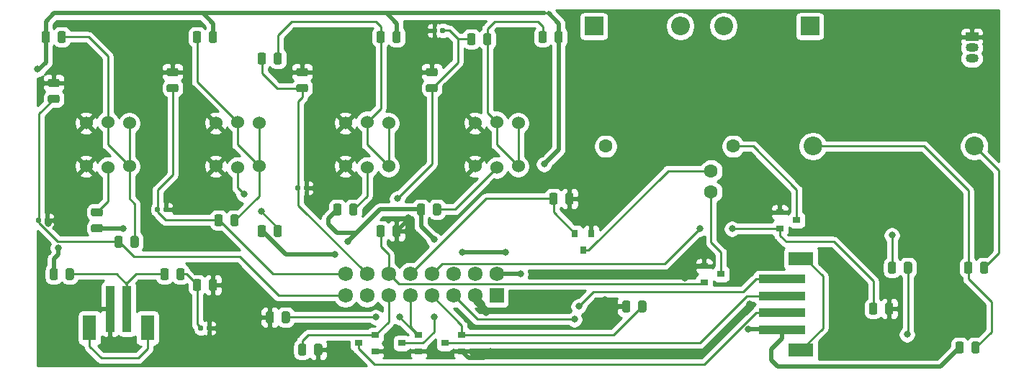
<source format=gbr>
G04 #@! TF.GenerationSoftware,KiCad,Pcbnew,(5.1.6-0-10_14)*
G04 #@! TF.CreationDate,2020-06-30T11:40:46-07:00*
G04 #@! TF.ProjectId,Pufferfish-Interface-1,50756666-6572-4666-9973-682d496e7465,v0.1*
G04 #@! TF.SameCoordinates,Original*
G04 #@! TF.FileFunction,Copper,L2,Bot*
G04 #@! TF.FilePolarity,Positive*
%FSLAX46Y46*%
G04 Gerber Fmt 4.6, Leading zero omitted, Abs format (unit mm)*
G04 Created by KiCad (PCBNEW (5.1.6-0-10_14)) date 2020-06-30 11:40:46*
%MOMM*%
%LPD*%
G01*
G04 APERTURE LIST*
G04 #@! TA.AperFunction,ComponentPad*
%ADD10C,1.725000*%
G04 #@! TD*
G04 #@! TA.AperFunction,ComponentPad*
%ADD11R,1.725000X1.725000*%
G04 #@! TD*
G04 #@! TA.AperFunction,ComponentPad*
%ADD12C,1.524000*%
G04 #@! TD*
G04 #@! TA.AperFunction,SMDPad,CuDef*
%ADD13R,3.000000X1.600000*%
G04 #@! TD*
G04 #@! TA.AperFunction,SMDPad,CuDef*
%ADD14R,5.500000X1.000000*%
G04 #@! TD*
G04 #@! TA.AperFunction,ComponentPad*
%ADD15C,2.200000*%
G04 #@! TD*
G04 #@! TA.AperFunction,ComponentPad*
%ADD16C,1.600000*%
G04 #@! TD*
G04 #@! TA.AperFunction,SMDPad,CuDef*
%ADD17R,1.000000X5.500000*%
G04 #@! TD*
G04 #@! TA.AperFunction,SMDPad,CuDef*
%ADD18R,1.600000X3.000000*%
G04 #@! TD*
G04 #@! TA.AperFunction,ComponentPad*
%ADD19O,2.200000X2.200000*%
G04 #@! TD*
G04 #@! TA.AperFunction,ComponentPad*
%ADD20R,2.200000X2.200000*%
G04 #@! TD*
G04 #@! TA.AperFunction,SMDPad,CuDef*
%ADD21R,0.900000X0.800000*%
G04 #@! TD*
G04 #@! TA.AperFunction,SMDPad,CuDef*
%ADD22R,0.800000X0.900000*%
G04 #@! TD*
G04 #@! TA.AperFunction,ComponentPad*
%ADD23R,1.500000X1.050000*%
G04 #@! TD*
G04 #@! TA.AperFunction,ComponentPad*
%ADD24O,1.500000X1.050000*%
G04 #@! TD*
G04 #@! TA.AperFunction,ViaPad*
%ADD25C,0.800000*%
G04 #@! TD*
G04 #@! TA.AperFunction,Conductor*
%ADD26C,0.250000*%
G04 #@! TD*
G04 #@! TA.AperFunction,Conductor*
%ADD27C,0.508000*%
G04 #@! TD*
G04 #@! TA.AperFunction,Conductor*
%ADD28C,0.254000*%
G04 #@! TD*
G04 APERTURE END LIST*
D10*
X54610000Y-46990000D03*
X54610000Y-49530000D03*
X57150000Y-46990000D03*
X57150000Y-49530000D03*
X59690000Y-46990000D03*
X59690000Y-49530000D03*
X62230000Y-46990000D03*
X62230000Y-49530000D03*
X64770000Y-46990000D03*
X64770000Y-49530000D03*
X67310000Y-46990000D03*
X67310000Y-49530000D03*
X69850000Y-46990000D03*
X69850000Y-49530000D03*
X72390000Y-46990000D03*
D11*
X72390000Y-49530000D03*
D12*
X74930000Y-34290000D03*
X72390000Y-34450000D03*
X69850000Y-34290000D03*
X74930000Y-29210000D03*
X72390000Y-29050000D03*
X69850000Y-29210000D03*
G04 #@! TA.AperFunction,SMDPad,CuDef*
G36*
G01*
X69908000Y-18847750D02*
X69908000Y-19760250D01*
G75*
G02*
X69664250Y-20004000I-243750J0D01*
G01*
X69176750Y-20004000D01*
G75*
G02*
X68933000Y-19760250I0J243750D01*
G01*
X68933000Y-18847750D01*
G75*
G02*
X69176750Y-18604000I243750J0D01*
G01*
X69664250Y-18604000D01*
G75*
G02*
X69908000Y-18847750I0J-243750D01*
G01*
G37*
G04 #@! TD.AperFunction*
G04 #@! TA.AperFunction,SMDPad,CuDef*
G36*
G01*
X71783000Y-18847750D02*
X71783000Y-19760250D01*
G75*
G02*
X71539250Y-20004000I-243750J0D01*
G01*
X71051750Y-20004000D01*
G75*
G02*
X70808000Y-19760250I0J243750D01*
G01*
X70808000Y-18847750D01*
G75*
G02*
X71051750Y-18604000I243750J0D01*
G01*
X71539250Y-18604000D01*
G75*
G02*
X71783000Y-18847750I0J-243750D01*
G01*
G37*
G04 #@! TD.AperFunction*
G04 #@! TA.AperFunction,SMDPad,CuDef*
G36*
G01*
X78290000Y-18593750D02*
X78290000Y-19506250D01*
G75*
G02*
X78046250Y-19750000I-243750J0D01*
G01*
X77558750Y-19750000D01*
G75*
G02*
X77315000Y-19506250I0J243750D01*
G01*
X77315000Y-18593750D01*
G75*
G02*
X77558750Y-18350000I243750J0D01*
G01*
X78046250Y-18350000D01*
G75*
G02*
X78290000Y-18593750I0J-243750D01*
G01*
G37*
G04 #@! TD.AperFunction*
G04 #@! TA.AperFunction,SMDPad,CuDef*
G36*
G01*
X80165000Y-18593750D02*
X80165000Y-19506250D01*
G75*
G02*
X79921250Y-19750000I-243750J0D01*
G01*
X79433750Y-19750000D01*
G75*
G02*
X79190000Y-19506250I0J243750D01*
G01*
X79190000Y-18593750D01*
G75*
G02*
X79433750Y-18350000I243750J0D01*
G01*
X79921250Y-18350000D01*
G75*
G02*
X80165000Y-18593750I0J-243750D01*
G01*
G37*
G04 #@! TD.AperFunction*
G04 #@! TA.AperFunction,SMDPad,CuDef*
G36*
G01*
X64887500Y-39826250D02*
X64887500Y-38913750D01*
G75*
G02*
X65131250Y-38670000I243750J0D01*
G01*
X65618750Y-38670000D01*
G75*
G02*
X65862500Y-38913750I0J-243750D01*
G01*
X65862500Y-39826250D01*
G75*
G02*
X65618750Y-40070000I-243750J0D01*
G01*
X65131250Y-40070000D01*
G75*
G02*
X64887500Y-39826250I0J243750D01*
G01*
G37*
G04 #@! TD.AperFunction*
G04 #@! TA.AperFunction,SMDPad,CuDef*
G36*
G01*
X63012500Y-39826250D02*
X63012500Y-38913750D01*
G75*
G02*
X63256250Y-38670000I243750J0D01*
G01*
X63743750Y-38670000D01*
G75*
G02*
X63987500Y-38913750I0J-243750D01*
G01*
X63987500Y-39826250D01*
G75*
G02*
X63743750Y-40070000I-243750J0D01*
G01*
X63256250Y-40070000D01*
G75*
G02*
X63012500Y-39826250I0J243750D01*
G01*
G37*
G04 #@! TD.AperFunction*
G04 #@! TA.AperFunction,SMDPad,CuDef*
G36*
G01*
X66335000Y-18115500D02*
X66335000Y-18460500D01*
G75*
G02*
X66187500Y-18608000I-147500J0D01*
G01*
X65892500Y-18608000D01*
G75*
G02*
X65745000Y-18460500I0J147500D01*
G01*
X65745000Y-18115500D01*
G75*
G02*
X65892500Y-17968000I147500J0D01*
G01*
X66187500Y-17968000D01*
G75*
G02*
X66335000Y-18115500I0J-147500D01*
G01*
G37*
G04 #@! TD.AperFunction*
G04 #@! TA.AperFunction,SMDPad,CuDef*
G36*
G01*
X65365000Y-18115500D02*
X65365000Y-18460500D01*
G75*
G02*
X65217500Y-18608000I-147500J0D01*
G01*
X64922500Y-18608000D01*
G75*
G02*
X64775000Y-18460500I0J147500D01*
G01*
X64775000Y-18115500D01*
G75*
G02*
X64922500Y-17968000I147500J0D01*
G01*
X65217500Y-17968000D01*
G75*
G02*
X65365000Y-18115500I0J-147500D01*
G01*
G37*
G04 #@! TD.AperFunction*
G04 #@! TA.AperFunction,SMDPad,CuDef*
G36*
G01*
X65226250Y-23680000D02*
X64313750Y-23680000D01*
G75*
G02*
X64070000Y-23436250I0J243750D01*
G01*
X64070000Y-22948750D01*
G75*
G02*
X64313750Y-22705000I243750J0D01*
G01*
X65226250Y-22705000D01*
G75*
G02*
X65470000Y-22948750I0J-243750D01*
G01*
X65470000Y-23436250D01*
G75*
G02*
X65226250Y-23680000I-243750J0D01*
G01*
G37*
G04 #@! TD.AperFunction*
G04 #@! TA.AperFunction,SMDPad,CuDef*
G36*
G01*
X65226250Y-25555000D02*
X64313750Y-25555000D01*
G75*
G02*
X64070000Y-25311250I0J243750D01*
G01*
X64070000Y-24823750D01*
G75*
G02*
X64313750Y-24580000I243750J0D01*
G01*
X65226250Y-24580000D01*
G75*
G02*
X65470000Y-24823750I0J-243750D01*
G01*
X65470000Y-25311250D01*
G75*
G02*
X65226250Y-25555000I-243750J0D01*
G01*
G37*
G04 #@! TD.AperFunction*
G04 #@! TA.AperFunction,SMDPad,CuDef*
G36*
G01*
X88117500Y-50343750D02*
X88117500Y-51256250D01*
G75*
G02*
X87873750Y-51500000I-243750J0D01*
G01*
X87386250Y-51500000D01*
G75*
G02*
X87142500Y-51256250I0J243750D01*
G01*
X87142500Y-50343750D01*
G75*
G02*
X87386250Y-50100000I243750J0D01*
G01*
X87873750Y-50100000D01*
G75*
G02*
X88117500Y-50343750I0J-243750D01*
G01*
G37*
G04 #@! TD.AperFunction*
G04 #@! TA.AperFunction,SMDPad,CuDef*
G36*
G01*
X89992500Y-50343750D02*
X89992500Y-51256250D01*
G75*
G02*
X89748750Y-51500000I-243750J0D01*
G01*
X89261250Y-51500000D01*
G75*
G02*
X89017500Y-51256250I0J243750D01*
G01*
X89017500Y-50343750D01*
G75*
G02*
X89261250Y-50100000I243750J0D01*
G01*
X89748750Y-50100000D01*
G75*
G02*
X89992500Y-50343750I0J-243750D01*
G01*
G37*
G04 #@! TD.AperFunction*
G04 #@! TA.AperFunction,SMDPad,CuDef*
G36*
G01*
X50917500Y-56336250D02*
X50917500Y-55423750D01*
G75*
G02*
X51161250Y-55180000I243750J0D01*
G01*
X51648750Y-55180000D01*
G75*
G02*
X51892500Y-55423750I0J-243750D01*
G01*
X51892500Y-56336250D01*
G75*
G02*
X51648750Y-56580000I-243750J0D01*
G01*
X51161250Y-56580000D01*
G75*
G02*
X50917500Y-56336250I0J243750D01*
G01*
G37*
G04 #@! TD.AperFunction*
G04 #@! TA.AperFunction,SMDPad,CuDef*
G36*
G01*
X49042500Y-56336250D02*
X49042500Y-55423750D01*
G75*
G02*
X49286250Y-55180000I243750J0D01*
G01*
X49773750Y-55180000D01*
G75*
G02*
X50017500Y-55423750I0J-243750D01*
G01*
X50017500Y-56336250D01*
G75*
G02*
X49773750Y-56580000I-243750J0D01*
G01*
X49286250Y-56580000D01*
G75*
G02*
X49042500Y-56336250I0J243750D01*
G01*
G37*
G04 #@! TD.AperFunction*
X29210000Y-34290000D03*
X26670000Y-34450000D03*
X24130000Y-34290000D03*
X29210000Y-29210000D03*
X26670000Y-29050000D03*
X24130000Y-29210000D03*
X44450000Y-34290000D03*
X41910000Y-34450000D03*
X39370000Y-34290000D03*
X44450000Y-29210000D03*
X41910000Y-29050000D03*
X39370000Y-29210000D03*
X59690000Y-34290000D03*
X57150000Y-34450000D03*
X54610000Y-34290000D03*
X59690000Y-29210000D03*
X57150000Y-29050000D03*
X54610000Y-29210000D03*
G04 #@! TA.AperFunction,SMDPad,CuDef*
G36*
G01*
X28427500Y-42723750D02*
X28427500Y-43636250D01*
G75*
G02*
X28183750Y-43880000I-243750J0D01*
G01*
X27696250Y-43880000D01*
G75*
G02*
X27452500Y-43636250I0J243750D01*
G01*
X27452500Y-42723750D01*
G75*
G02*
X27696250Y-42480000I243750J0D01*
G01*
X28183750Y-42480000D01*
G75*
G02*
X28427500Y-42723750I0J-243750D01*
G01*
G37*
G04 #@! TD.AperFunction*
G04 #@! TA.AperFunction,SMDPad,CuDef*
G36*
G01*
X30302500Y-42723750D02*
X30302500Y-43636250D01*
G75*
G02*
X30058750Y-43880000I-243750J0D01*
G01*
X29571250Y-43880000D01*
G75*
G02*
X29327500Y-43636250I0J243750D01*
G01*
X29327500Y-42723750D01*
G75*
G02*
X29571250Y-42480000I243750J0D01*
G01*
X30058750Y-42480000D01*
G75*
G02*
X30302500Y-42723750I0J-243750D01*
G01*
G37*
G04 #@! TD.AperFunction*
G04 #@! TA.AperFunction,SMDPad,CuDef*
G36*
G01*
X20770000Y-19506250D02*
X20770000Y-18593750D01*
G75*
G02*
X21013750Y-18350000I243750J0D01*
G01*
X21501250Y-18350000D01*
G75*
G02*
X21745000Y-18593750I0J-243750D01*
G01*
X21745000Y-19506250D01*
G75*
G02*
X21501250Y-19750000I-243750J0D01*
G01*
X21013750Y-19750000D01*
G75*
G02*
X20770000Y-19506250I0J243750D01*
G01*
G37*
G04 #@! TD.AperFunction*
G04 #@! TA.AperFunction,SMDPad,CuDef*
G36*
G01*
X18895000Y-19506250D02*
X18895000Y-18593750D01*
G75*
G02*
X19138750Y-18350000I243750J0D01*
G01*
X19626250Y-18350000D01*
G75*
G02*
X19870000Y-18593750I0J-243750D01*
G01*
X19870000Y-19506250D01*
G75*
G02*
X19626250Y-19750000I-243750J0D01*
G01*
X19138750Y-19750000D01*
G75*
G02*
X18895000Y-19506250I0J243750D01*
G01*
G37*
G04 #@! TD.AperFunction*
G04 #@! TA.AperFunction,SMDPad,CuDef*
G36*
G01*
X25856250Y-40190000D02*
X24943750Y-40190000D01*
G75*
G02*
X24700000Y-39946250I0J243750D01*
G01*
X24700000Y-39458750D01*
G75*
G02*
X24943750Y-39215000I243750J0D01*
G01*
X25856250Y-39215000D01*
G75*
G02*
X26100000Y-39458750I0J-243750D01*
G01*
X26100000Y-39946250D01*
G75*
G02*
X25856250Y-40190000I-243750J0D01*
G01*
G37*
G04 #@! TD.AperFunction*
G04 #@! TA.AperFunction,SMDPad,CuDef*
G36*
G01*
X25856250Y-42065000D02*
X24943750Y-42065000D01*
G75*
G02*
X24700000Y-41821250I0J243750D01*
G01*
X24700000Y-41333750D01*
G75*
G02*
X24943750Y-41090000I243750J0D01*
G01*
X25856250Y-41090000D01*
G75*
G02*
X26100000Y-41333750I0J-243750D01*
G01*
X26100000Y-41821250D01*
G75*
G02*
X25856250Y-42065000I-243750J0D01*
G01*
G37*
G04 #@! TD.AperFunction*
G04 #@! TA.AperFunction,SMDPad,CuDef*
G36*
G01*
X42065000Y-40183750D02*
X42065000Y-41096250D01*
G75*
G02*
X41821250Y-41340000I-243750J0D01*
G01*
X41333750Y-41340000D01*
G75*
G02*
X41090000Y-41096250I0J243750D01*
G01*
X41090000Y-40183750D01*
G75*
G02*
X41333750Y-39940000I243750J0D01*
G01*
X41821250Y-39940000D01*
G75*
G02*
X42065000Y-40183750I0J-243750D01*
G01*
G37*
G04 #@! TD.AperFunction*
G04 #@! TA.AperFunction,SMDPad,CuDef*
G36*
G01*
X40190000Y-40183750D02*
X40190000Y-41096250D01*
G75*
G02*
X39946250Y-41340000I-243750J0D01*
G01*
X39458750Y-41340000D01*
G75*
G02*
X39215000Y-41096250I0J243750D01*
G01*
X39215000Y-40183750D01*
G75*
G02*
X39458750Y-39940000I243750J0D01*
G01*
X39946250Y-39940000D01*
G75*
G02*
X40190000Y-40183750I0J-243750D01*
G01*
G37*
G04 #@! TD.AperFunction*
G04 #@! TA.AperFunction,SMDPad,CuDef*
G36*
G01*
X37650000Y-18593750D02*
X37650000Y-19506250D01*
G75*
G02*
X37406250Y-19750000I-243750J0D01*
G01*
X36918750Y-19750000D01*
G75*
G02*
X36675000Y-19506250I0J243750D01*
G01*
X36675000Y-18593750D01*
G75*
G02*
X36918750Y-18350000I243750J0D01*
G01*
X37406250Y-18350000D01*
G75*
G02*
X37650000Y-18593750I0J-243750D01*
G01*
G37*
G04 #@! TD.AperFunction*
G04 #@! TA.AperFunction,SMDPad,CuDef*
G36*
G01*
X39525000Y-18593750D02*
X39525000Y-19506250D01*
G75*
G02*
X39281250Y-19750000I-243750J0D01*
G01*
X38793750Y-19750000D01*
G75*
G02*
X38550000Y-19506250I0J243750D01*
G01*
X38550000Y-18593750D01*
G75*
G02*
X38793750Y-18350000I243750J0D01*
G01*
X39281250Y-18350000D01*
G75*
G02*
X39525000Y-18593750I0J-243750D01*
G01*
G37*
G04 #@! TD.AperFunction*
G04 #@! TA.AperFunction,SMDPad,CuDef*
G36*
G01*
X44295000Y-42366250D02*
X44295000Y-41453750D01*
G75*
G02*
X44538750Y-41210000I243750J0D01*
G01*
X45026250Y-41210000D01*
G75*
G02*
X45270000Y-41453750I0J-243750D01*
G01*
X45270000Y-42366250D01*
G75*
G02*
X45026250Y-42610000I-243750J0D01*
G01*
X44538750Y-42610000D01*
G75*
G02*
X44295000Y-42366250I0J243750D01*
G01*
G37*
G04 #@! TD.AperFunction*
G04 #@! TA.AperFunction,SMDPad,CuDef*
G36*
G01*
X46170000Y-42366250D02*
X46170000Y-41453750D01*
G75*
G02*
X46413750Y-41210000I243750J0D01*
G01*
X46901250Y-41210000D01*
G75*
G02*
X47145000Y-41453750I0J-243750D01*
G01*
X47145000Y-42366250D01*
G75*
G02*
X46901250Y-42610000I-243750J0D01*
G01*
X46413750Y-42610000D01*
G75*
G02*
X46170000Y-42366250I0J243750D01*
G01*
G37*
G04 #@! TD.AperFunction*
G04 #@! TA.AperFunction,SMDPad,CuDef*
G36*
G01*
X55060000Y-39826250D02*
X55060000Y-38913750D01*
G75*
G02*
X55303750Y-38670000I243750J0D01*
G01*
X55791250Y-38670000D01*
G75*
G02*
X56035000Y-38913750I0J-243750D01*
G01*
X56035000Y-39826250D01*
G75*
G02*
X55791250Y-40070000I-243750J0D01*
G01*
X55303750Y-40070000D01*
G75*
G02*
X55060000Y-39826250I0J243750D01*
G01*
G37*
G04 #@! TD.AperFunction*
G04 #@! TA.AperFunction,SMDPad,CuDef*
G36*
G01*
X53185000Y-39826250D02*
X53185000Y-38913750D01*
G75*
G02*
X53428750Y-38670000I243750J0D01*
G01*
X53916250Y-38670000D01*
G75*
G02*
X54160000Y-38913750I0J-243750D01*
G01*
X54160000Y-39826250D01*
G75*
G02*
X53916250Y-40070000I-243750J0D01*
G01*
X53428750Y-40070000D01*
G75*
G02*
X53185000Y-39826250I0J243750D01*
G01*
G37*
G04 #@! TD.AperFunction*
G04 #@! TA.AperFunction,SMDPad,CuDef*
G36*
G01*
X18270000Y-40812500D02*
X18270000Y-40467500D01*
G75*
G02*
X18417500Y-40320000I147500J0D01*
G01*
X18712500Y-40320000D01*
G75*
G02*
X18860000Y-40467500I0J-147500D01*
G01*
X18860000Y-40812500D01*
G75*
G02*
X18712500Y-40960000I-147500J0D01*
G01*
X18417500Y-40960000D01*
G75*
G02*
X18270000Y-40812500I0J147500D01*
G01*
G37*
G04 #@! TD.AperFunction*
G04 #@! TA.AperFunction,SMDPad,CuDef*
G36*
G01*
X19240000Y-40812500D02*
X19240000Y-40467500D01*
G75*
G02*
X19387500Y-40320000I147500J0D01*
G01*
X19682500Y-40320000D01*
G75*
G02*
X19830000Y-40467500I0J-147500D01*
G01*
X19830000Y-40812500D01*
G75*
G02*
X19682500Y-40960000I-147500J0D01*
G01*
X19387500Y-40960000D01*
G75*
G02*
X19240000Y-40812500I0J147500D01*
G01*
G37*
G04 #@! TD.AperFunction*
G04 #@! TA.AperFunction,SMDPad,CuDef*
G36*
G01*
X32240000Y-39542500D02*
X32240000Y-39197500D01*
G75*
G02*
X32387500Y-39050000I147500J0D01*
G01*
X32682500Y-39050000D01*
G75*
G02*
X32830000Y-39197500I0J-147500D01*
G01*
X32830000Y-39542500D01*
G75*
G02*
X32682500Y-39690000I-147500J0D01*
G01*
X32387500Y-39690000D01*
G75*
G02*
X32240000Y-39542500I0J147500D01*
G01*
G37*
G04 #@! TD.AperFunction*
G04 #@! TA.AperFunction,SMDPad,CuDef*
G36*
G01*
X33210000Y-39542500D02*
X33210000Y-39197500D01*
G75*
G02*
X33357500Y-39050000I147500J0D01*
G01*
X33652500Y-39050000D01*
G75*
G02*
X33800000Y-39197500I0J-147500D01*
G01*
X33800000Y-39542500D01*
G75*
G02*
X33652500Y-39690000I-147500J0D01*
G01*
X33357500Y-39690000D01*
G75*
G02*
X33210000Y-39542500I0J147500D01*
G01*
G37*
G04 #@! TD.AperFunction*
D13*
X108168000Y-45146000D03*
X108168000Y-55946000D03*
D14*
X105918000Y-47546000D03*
X105918000Y-53546000D03*
X105918000Y-49546000D03*
X105918000Y-51546000D03*
G04 #@! TA.AperFunction,SMDPad,CuDef*
G36*
G01*
X20776250Y-24950000D02*
X19863750Y-24950000D01*
G75*
G02*
X19620000Y-24706250I0J243750D01*
G01*
X19620000Y-24218750D01*
G75*
G02*
X19863750Y-23975000I243750J0D01*
G01*
X20776250Y-23975000D01*
G75*
G02*
X21020000Y-24218750I0J-243750D01*
G01*
X21020000Y-24706250D01*
G75*
G02*
X20776250Y-24950000I-243750J0D01*
G01*
G37*
G04 #@! TD.AperFunction*
G04 #@! TA.AperFunction,SMDPad,CuDef*
G36*
G01*
X20776250Y-26825000D02*
X19863750Y-26825000D01*
G75*
G02*
X19620000Y-26581250I0J243750D01*
G01*
X19620000Y-26093750D01*
G75*
G02*
X19863750Y-25850000I243750J0D01*
G01*
X20776250Y-25850000D01*
G75*
G02*
X21020000Y-26093750I0J-243750D01*
G01*
X21020000Y-26581250D01*
G75*
G02*
X20776250Y-26825000I-243750J0D01*
G01*
G37*
G04 #@! TD.AperFunction*
G04 #@! TA.AperFunction,SMDPad,CuDef*
G36*
G01*
X34746250Y-23680000D02*
X33833750Y-23680000D01*
G75*
G02*
X33590000Y-23436250I0J243750D01*
G01*
X33590000Y-22948750D01*
G75*
G02*
X33833750Y-22705000I243750J0D01*
G01*
X34746250Y-22705000D01*
G75*
G02*
X34990000Y-22948750I0J-243750D01*
G01*
X34990000Y-23436250D01*
G75*
G02*
X34746250Y-23680000I-243750J0D01*
G01*
G37*
G04 #@! TD.AperFunction*
G04 #@! TA.AperFunction,SMDPad,CuDef*
G36*
G01*
X34746250Y-25555000D02*
X33833750Y-25555000D01*
G75*
G02*
X33590000Y-25311250I0J243750D01*
G01*
X33590000Y-24823750D01*
G75*
G02*
X33833750Y-24580000I243750J0D01*
G01*
X34746250Y-24580000D01*
G75*
G02*
X34990000Y-24823750I0J-243750D01*
G01*
X34990000Y-25311250D01*
G75*
G02*
X34746250Y-25555000I-243750J0D01*
G01*
G37*
G04 #@! TD.AperFunction*
D15*
X128551601Y-31921601D03*
X109551601Y-31921601D03*
D16*
X97610000Y-37321601D03*
X97610000Y-34821601D03*
X85210000Y-31921601D03*
X100210000Y-31921601D03*
G04 #@! TA.AperFunction,SMDPad,CuDef*
G36*
G01*
X49986250Y-23680000D02*
X49073750Y-23680000D01*
G75*
G02*
X48830000Y-23436250I0J243750D01*
G01*
X48830000Y-22948750D01*
G75*
G02*
X49073750Y-22705000I243750J0D01*
G01*
X49986250Y-22705000D01*
G75*
G02*
X50230000Y-22948750I0J-243750D01*
G01*
X50230000Y-23436250D01*
G75*
G02*
X49986250Y-23680000I-243750J0D01*
G01*
G37*
G04 #@! TD.AperFunction*
G04 #@! TA.AperFunction,SMDPad,CuDef*
G36*
G01*
X49986250Y-25555000D02*
X49073750Y-25555000D01*
G75*
G02*
X48830000Y-25311250I0J243750D01*
G01*
X48830000Y-24823750D01*
G75*
G02*
X49073750Y-24580000I243750J0D01*
G01*
X49986250Y-24580000D01*
G75*
G02*
X50230000Y-24823750I0J-243750D01*
G01*
X50230000Y-25311250D01*
G75*
G02*
X49986250Y-25555000I-243750J0D01*
G01*
G37*
G04 #@! TD.AperFunction*
G04 #@! TA.AperFunction,SMDPad,CuDef*
G36*
G01*
X38550000Y-48716250D02*
X38550000Y-47803750D01*
G75*
G02*
X38793750Y-47560000I243750J0D01*
G01*
X39281250Y-47560000D01*
G75*
G02*
X39525000Y-47803750I0J-243750D01*
G01*
X39525000Y-48716250D01*
G75*
G02*
X39281250Y-48960000I-243750J0D01*
G01*
X38793750Y-48960000D01*
G75*
G02*
X38550000Y-48716250I0J243750D01*
G01*
G37*
G04 #@! TD.AperFunction*
G04 #@! TA.AperFunction,SMDPad,CuDef*
G36*
G01*
X36675000Y-48716250D02*
X36675000Y-47803750D01*
G75*
G02*
X36918750Y-47560000I243750J0D01*
G01*
X37406250Y-47560000D01*
G75*
G02*
X37650000Y-47803750I0J-243750D01*
G01*
X37650000Y-48716250D01*
G75*
G02*
X37406250Y-48960000I-243750J0D01*
G01*
X36918750Y-48960000D01*
G75*
G02*
X36675000Y-48716250I0J243750D01*
G01*
G37*
G04 #@! TD.AperFunction*
D17*
X26940000Y-51090000D03*
X28940000Y-51090000D03*
D18*
X24540000Y-53340000D03*
X31340000Y-53340000D03*
D19*
X93980000Y-17780000D03*
D20*
X83820000Y-17780000D03*
D19*
X99060000Y-17780000D03*
D20*
X109220000Y-17780000D03*
G04 #@! TA.AperFunction,SMDPad,CuDef*
G36*
G01*
X48750000Y-37002500D02*
X48750000Y-36657500D01*
G75*
G02*
X48897500Y-36510000I147500J0D01*
G01*
X49192500Y-36510000D01*
G75*
G02*
X49340000Y-36657500I0J-147500D01*
G01*
X49340000Y-37002500D01*
G75*
G02*
X49192500Y-37150000I-147500J0D01*
G01*
X48897500Y-37150000D01*
G75*
G02*
X48750000Y-37002500I0J147500D01*
G01*
G37*
G04 #@! TD.AperFunction*
G04 #@! TA.AperFunction,SMDPad,CuDef*
G36*
G01*
X49720000Y-37002500D02*
X49720000Y-36657500D01*
G75*
G02*
X49867500Y-36510000I147500J0D01*
G01*
X50162500Y-36510000D01*
G75*
G02*
X50310000Y-36657500I0J-147500D01*
G01*
X50310000Y-37002500D01*
G75*
G02*
X50162500Y-37150000I-147500J0D01*
G01*
X49867500Y-37150000D01*
G75*
G02*
X49720000Y-37002500I0J147500D01*
G01*
G37*
G04 #@! TD.AperFunction*
G04 #@! TA.AperFunction,SMDPad,CuDef*
G36*
G01*
X37320000Y-53512500D02*
X37320000Y-53167500D01*
G75*
G02*
X37467500Y-53020000I147500J0D01*
G01*
X37762500Y-53020000D01*
G75*
G02*
X37910000Y-53167500I0J-147500D01*
G01*
X37910000Y-53512500D01*
G75*
G02*
X37762500Y-53660000I-147500J0D01*
G01*
X37467500Y-53660000D01*
G75*
G02*
X37320000Y-53512500I0J147500D01*
G01*
G37*
G04 #@! TD.AperFunction*
G04 #@! TA.AperFunction,SMDPad,CuDef*
G36*
G01*
X38290000Y-53512500D02*
X38290000Y-53167500D01*
G75*
G02*
X38437500Y-53020000I147500J0D01*
G01*
X38732500Y-53020000D01*
G75*
G02*
X38880000Y-53167500I0J-147500D01*
G01*
X38880000Y-53512500D01*
G75*
G02*
X38732500Y-53660000I-147500J0D01*
G01*
X38437500Y-53660000D01*
G75*
G02*
X38290000Y-53512500I0J147500D01*
G01*
G37*
G04 #@! TD.AperFunction*
D21*
X98790000Y-46990000D03*
X96790000Y-46040000D03*
X96790000Y-47940000D03*
D22*
X82550000Y-44180000D03*
X83500000Y-42180000D03*
X81600000Y-42180000D03*
D21*
X107680000Y-40640000D03*
X105680000Y-39690000D03*
X105680000Y-41590000D03*
D23*
X128270000Y-19050000D03*
D24*
X128270000Y-21590000D03*
X128270000Y-20320000D03*
D21*
X58150000Y-54168000D03*
X58150000Y-56068000D03*
X56150000Y-55118000D03*
X68310000Y-54168000D03*
X68310000Y-56068000D03*
X66310000Y-55118000D03*
X63230000Y-54168000D03*
X63230000Y-56068000D03*
X61230000Y-55118000D03*
G04 #@! TA.AperFunction,SMDPad,CuDef*
G36*
G01*
X60140000Y-42366250D02*
X60140000Y-41453750D01*
G75*
G02*
X60383750Y-41210000I243750J0D01*
G01*
X60871250Y-41210000D01*
G75*
G02*
X61115000Y-41453750I0J-243750D01*
G01*
X61115000Y-42366250D01*
G75*
G02*
X60871250Y-42610000I-243750J0D01*
G01*
X60383750Y-42610000D01*
G75*
G02*
X60140000Y-42366250I0J243750D01*
G01*
G37*
G04 #@! TD.AperFunction*
G04 #@! TA.AperFunction,SMDPad,CuDef*
G36*
G01*
X58265000Y-42366250D02*
X58265000Y-41453750D01*
G75*
G02*
X58508750Y-41210000I243750J0D01*
G01*
X58996250Y-41210000D01*
G75*
G02*
X59240000Y-41453750I0J-243750D01*
G01*
X59240000Y-42366250D01*
G75*
G02*
X58996250Y-42610000I-243750J0D01*
G01*
X58508750Y-42610000D01*
G75*
G02*
X58265000Y-42366250I0J243750D01*
G01*
G37*
G04 #@! TD.AperFunction*
G04 #@! TA.AperFunction,SMDPad,CuDef*
G36*
G01*
X80460000Y-38556250D02*
X80460000Y-37643750D01*
G75*
G02*
X80703750Y-37400000I243750J0D01*
G01*
X81191250Y-37400000D01*
G75*
G02*
X81435000Y-37643750I0J-243750D01*
G01*
X81435000Y-38556250D01*
G75*
G02*
X81191250Y-38800000I-243750J0D01*
G01*
X80703750Y-38800000D01*
G75*
G02*
X80460000Y-38556250I0J243750D01*
G01*
G37*
G04 #@! TD.AperFunction*
G04 #@! TA.AperFunction,SMDPad,CuDef*
G36*
G01*
X78585000Y-38556250D02*
X78585000Y-37643750D01*
G75*
G02*
X78828750Y-37400000I243750J0D01*
G01*
X79316250Y-37400000D01*
G75*
G02*
X79560000Y-37643750I0J-243750D01*
G01*
X79560000Y-38556250D01*
G75*
G02*
X79316250Y-38800000I-243750J0D01*
G01*
X78828750Y-38800000D01*
G75*
G02*
X78585000Y-38556250I0J243750D01*
G01*
G37*
G04 #@! TD.AperFunction*
G04 #@! TA.AperFunction,SMDPad,CuDef*
G36*
G01*
X118052000Y-51510250D02*
X118052000Y-50597750D01*
G75*
G02*
X118295750Y-50354000I243750J0D01*
G01*
X118783250Y-50354000D01*
G75*
G02*
X119027000Y-50597750I0J-243750D01*
G01*
X119027000Y-51510250D01*
G75*
G02*
X118783250Y-51754000I-243750J0D01*
G01*
X118295750Y-51754000D01*
G75*
G02*
X118052000Y-51510250I0J243750D01*
G01*
G37*
G04 #@! TD.AperFunction*
G04 #@! TA.AperFunction,SMDPad,CuDef*
G36*
G01*
X116177000Y-51510250D02*
X116177000Y-50597750D01*
G75*
G02*
X116420750Y-50354000I243750J0D01*
G01*
X116908250Y-50354000D01*
G75*
G02*
X117152000Y-50597750I0J-243750D01*
G01*
X117152000Y-51510250D01*
G75*
G02*
X116908250Y-51754000I-243750J0D01*
G01*
X116420750Y-51754000D01*
G75*
G02*
X116177000Y-51510250I0J243750D01*
G01*
G37*
G04 #@! TD.AperFunction*
G04 #@! TA.AperFunction,SMDPad,CuDef*
G36*
G01*
X120259500Y-46684250D02*
X120259500Y-45771750D01*
G75*
G02*
X120503250Y-45528000I243750J0D01*
G01*
X120990750Y-45528000D01*
G75*
G02*
X121234500Y-45771750I0J-243750D01*
G01*
X121234500Y-46684250D01*
G75*
G02*
X120990750Y-46928000I-243750J0D01*
G01*
X120503250Y-46928000D01*
G75*
G02*
X120259500Y-46684250I0J243750D01*
G01*
G37*
G04 #@! TD.AperFunction*
G04 #@! TA.AperFunction,SMDPad,CuDef*
G36*
G01*
X118384500Y-46684250D02*
X118384500Y-45771750D01*
G75*
G02*
X118628250Y-45528000I243750J0D01*
G01*
X119115750Y-45528000D01*
G75*
G02*
X119359500Y-45771750I0J-243750D01*
G01*
X119359500Y-46684250D01*
G75*
G02*
X119115750Y-46928000I-243750J0D01*
G01*
X118628250Y-46928000D01*
G75*
G02*
X118384500Y-46684250I0J243750D01*
G01*
G37*
G04 #@! TD.AperFunction*
G04 #@! TA.AperFunction,SMDPad,CuDef*
G36*
G01*
X128212000Y-56082250D02*
X128212000Y-55169750D01*
G75*
G02*
X128455750Y-54926000I243750J0D01*
G01*
X128943250Y-54926000D01*
G75*
G02*
X129187000Y-55169750I0J-243750D01*
G01*
X129187000Y-56082250D01*
G75*
G02*
X128943250Y-56326000I-243750J0D01*
G01*
X128455750Y-56326000D01*
G75*
G02*
X128212000Y-56082250I0J243750D01*
G01*
G37*
G04 #@! TD.AperFunction*
G04 #@! TA.AperFunction,SMDPad,CuDef*
G36*
G01*
X126337000Y-56082250D02*
X126337000Y-55169750D01*
G75*
G02*
X126580750Y-54926000I243750J0D01*
G01*
X127068250Y-54926000D01*
G75*
G02*
X127312000Y-55169750I0J-243750D01*
G01*
X127312000Y-56082250D01*
G75*
G02*
X127068250Y-56326000I-243750J0D01*
G01*
X126580750Y-56326000D01*
G75*
G02*
X126337000Y-56082250I0J243750D01*
G01*
G37*
G04 #@! TD.AperFunction*
G04 #@! TA.AperFunction,SMDPad,CuDef*
G36*
G01*
X129228000Y-46684250D02*
X129228000Y-45771750D01*
G75*
G02*
X129471750Y-45528000I243750J0D01*
G01*
X129959250Y-45528000D01*
G75*
G02*
X130203000Y-45771750I0J-243750D01*
G01*
X130203000Y-46684250D01*
G75*
G02*
X129959250Y-46928000I-243750J0D01*
G01*
X129471750Y-46928000D01*
G75*
G02*
X129228000Y-46684250I0J243750D01*
G01*
G37*
G04 #@! TD.AperFunction*
G04 #@! TA.AperFunction,SMDPad,CuDef*
G36*
G01*
X127353000Y-46684250D02*
X127353000Y-45771750D01*
G75*
G02*
X127596750Y-45528000I243750J0D01*
G01*
X128084250Y-45528000D01*
G75*
G02*
X128328000Y-45771750I0J-243750D01*
G01*
X128328000Y-46684250D01*
G75*
G02*
X128084250Y-46928000I-243750J0D01*
G01*
X127596750Y-46928000D01*
G75*
G02*
X127353000Y-46684250I0J243750D01*
G01*
G37*
G04 #@! TD.AperFunction*
G04 #@! TA.AperFunction,SMDPad,CuDef*
G36*
G01*
X48082500Y-51613750D02*
X48082500Y-52526250D01*
G75*
G02*
X47838750Y-52770000I-243750J0D01*
G01*
X47351250Y-52770000D01*
G75*
G02*
X47107500Y-52526250I0J243750D01*
G01*
X47107500Y-51613750D01*
G75*
G02*
X47351250Y-51370000I243750J0D01*
G01*
X47838750Y-51370000D01*
G75*
G02*
X48082500Y-51613750I0J-243750D01*
G01*
G37*
G04 #@! TD.AperFunction*
G04 #@! TA.AperFunction,SMDPad,CuDef*
G36*
G01*
X46207500Y-51613750D02*
X46207500Y-52526250D01*
G75*
G02*
X45963750Y-52770000I-243750J0D01*
G01*
X45476250Y-52770000D01*
G75*
G02*
X45232500Y-52526250I0J243750D01*
G01*
X45232500Y-51613750D01*
G75*
G02*
X45476250Y-51370000I243750J0D01*
G01*
X45963750Y-51370000D01*
G75*
G02*
X46207500Y-51613750I0J-243750D01*
G01*
G37*
G04 #@! TD.AperFunction*
G04 #@! TA.AperFunction,SMDPad,CuDef*
G36*
G01*
X59240000Y-18593750D02*
X59240000Y-19506250D01*
G75*
G02*
X58996250Y-19750000I-243750J0D01*
G01*
X58508750Y-19750000D01*
G75*
G02*
X58265000Y-19506250I0J243750D01*
G01*
X58265000Y-18593750D01*
G75*
G02*
X58508750Y-18350000I243750J0D01*
G01*
X58996250Y-18350000D01*
G75*
G02*
X59240000Y-18593750I0J-243750D01*
G01*
G37*
G04 #@! TD.AperFunction*
G04 #@! TA.AperFunction,SMDPad,CuDef*
G36*
G01*
X61115000Y-18593750D02*
X61115000Y-19506250D01*
G75*
G02*
X60871250Y-19750000I-243750J0D01*
G01*
X60383750Y-19750000D01*
G75*
G02*
X60140000Y-19506250I0J243750D01*
G01*
X60140000Y-18593750D01*
G75*
G02*
X60383750Y-18350000I243750J0D01*
G01*
X60871250Y-18350000D01*
G75*
G02*
X61115000Y-18593750I0J-243750D01*
G01*
G37*
G04 #@! TD.AperFunction*
G04 #@! TA.AperFunction,SMDPad,CuDef*
G36*
G01*
X47145000Y-21133750D02*
X47145000Y-22046250D01*
G75*
G02*
X46901250Y-22290000I-243750J0D01*
G01*
X46413750Y-22290000D01*
G75*
G02*
X46170000Y-22046250I0J243750D01*
G01*
X46170000Y-21133750D01*
G75*
G02*
X46413750Y-20890000I243750J0D01*
G01*
X46901250Y-20890000D01*
G75*
G02*
X47145000Y-21133750I0J-243750D01*
G01*
G37*
G04 #@! TD.AperFunction*
G04 #@! TA.AperFunction,SMDPad,CuDef*
G36*
G01*
X45270000Y-21133750D02*
X45270000Y-22046250D01*
G75*
G02*
X45026250Y-22290000I-243750J0D01*
G01*
X44538750Y-22290000D01*
G75*
G02*
X44295000Y-22046250I0J243750D01*
G01*
X44295000Y-21133750D01*
G75*
G02*
X44538750Y-20890000I243750J0D01*
G01*
X45026250Y-20890000D01*
G75*
G02*
X45270000Y-21133750I0J-243750D01*
G01*
G37*
G04 #@! TD.AperFunction*
G04 #@! TA.AperFunction,SMDPad,CuDef*
G36*
G01*
X21707500Y-47446250D02*
X21707500Y-46533750D01*
G75*
G02*
X21951250Y-46290000I243750J0D01*
G01*
X22438750Y-46290000D01*
G75*
G02*
X22682500Y-46533750I0J-243750D01*
G01*
X22682500Y-47446250D01*
G75*
G02*
X22438750Y-47690000I-243750J0D01*
G01*
X21951250Y-47690000D01*
G75*
G02*
X21707500Y-47446250I0J243750D01*
G01*
G37*
G04 #@! TD.AperFunction*
G04 #@! TA.AperFunction,SMDPad,CuDef*
G36*
G01*
X19832500Y-47446250D02*
X19832500Y-46533750D01*
G75*
G02*
X20076250Y-46290000I243750J0D01*
G01*
X20563750Y-46290000D01*
G75*
G02*
X20807500Y-46533750I0J-243750D01*
G01*
X20807500Y-47446250D01*
G75*
G02*
X20563750Y-47690000I-243750J0D01*
G01*
X20076250Y-47690000D01*
G75*
G02*
X19832500Y-47446250I0J243750D01*
G01*
G37*
G04 #@! TD.AperFunction*
G04 #@! TA.AperFunction,SMDPad,CuDef*
G36*
G01*
X34740000Y-47446250D02*
X34740000Y-46533750D01*
G75*
G02*
X34983750Y-46290000I243750J0D01*
G01*
X35471250Y-46290000D01*
G75*
G02*
X35715000Y-46533750I0J-243750D01*
G01*
X35715000Y-47446250D01*
G75*
G02*
X35471250Y-47690000I-243750J0D01*
G01*
X34983750Y-47690000D01*
G75*
G02*
X34740000Y-47446250I0J243750D01*
G01*
G37*
G04 #@! TD.AperFunction*
G04 #@! TA.AperFunction,SMDPad,CuDef*
G36*
G01*
X32865000Y-47446250D02*
X32865000Y-46533750D01*
G75*
G02*
X33108750Y-46290000I243750J0D01*
G01*
X33596250Y-46290000D01*
G75*
G02*
X33840000Y-46533750I0J-243750D01*
G01*
X33840000Y-47446250D01*
G75*
G02*
X33596250Y-47690000I-243750J0D01*
G01*
X33108750Y-47690000D01*
G75*
G02*
X32865000Y-47446250I0J243750D01*
G01*
G37*
G04 #@! TD.AperFunction*
D25*
X69342000Y-17526000D03*
X69596000Y-21082000D03*
X61976000Y-40386000D03*
X94488000Y-47452501D03*
X102108000Y-50546000D03*
X19668153Y-41037847D03*
X19050000Y-43434000D03*
X71120000Y-51562000D03*
X71628000Y-56134000D03*
X85090000Y-50038000D03*
X53340000Y-44704000D03*
X54864000Y-43180000D03*
X65024000Y-42926000D03*
X28448000Y-41656000D03*
X73406000Y-44450000D03*
X68326000Y-44450000D03*
X18392700Y-22860000D03*
X20828000Y-43905000D03*
X77978000Y-34036000D03*
X120650000Y-54102000D03*
X81534000Y-52324000D03*
X96266000Y-41656000D03*
X100076000Y-41656000D03*
X118872000Y-42418000D03*
X58166000Y-52070000D03*
X60960000Y-52070000D03*
X65024000Y-52070000D03*
X82042000Y-50800000D03*
X60706000Y-38100000D03*
X42672000Y-37592000D03*
X44704000Y-39624000D03*
X75184000Y-46990000D03*
X102001653Y-53487653D03*
D26*
X45720000Y-52070000D02*
X45720000Y-52832000D01*
D27*
X61976000Y-40561500D02*
X60627500Y-41910000D01*
D26*
X61976000Y-40386000D02*
X61976000Y-40561500D01*
D27*
X96790000Y-46040000D02*
X95438000Y-46040000D01*
X94488000Y-46990000D02*
X94488000Y-47452501D01*
X95438000Y-46040000D02*
X94488000Y-46990000D01*
X102108000Y-50546000D02*
X102616000Y-50546000D01*
X19535000Y-40904694D02*
X19668153Y-41037847D01*
X19535000Y-40640000D02*
X19535000Y-40904694D01*
X69850000Y-50292000D02*
X71120000Y-51562000D01*
X69850000Y-49530000D02*
X69850000Y-50292000D01*
X71628000Y-56134000D02*
X70866000Y-56896000D01*
X70866000Y-56896000D02*
X69088000Y-56896000D01*
X69088000Y-56846000D02*
X68310000Y-56068000D01*
X69088000Y-56896000D02*
X69088000Y-56846000D01*
X85852000Y-50800000D02*
X85090000Y-50038000D01*
X87630000Y-50800000D02*
X85852000Y-50800000D01*
D26*
X44782500Y-21590000D02*
X44782500Y-23289500D01*
X46560500Y-25067500D02*
X49530000Y-25067500D01*
X44782500Y-23289500D02*
X46560500Y-25067500D01*
X49530000Y-25067500D02*
X49530000Y-26162000D01*
X49045000Y-26647000D02*
X49045000Y-36830000D01*
X49530000Y-26162000D02*
X49045000Y-26647000D01*
X49045000Y-38885000D02*
X57150000Y-46990000D01*
X49045000Y-36830000D02*
X49045000Y-38885000D01*
D27*
X53672500Y-39370000D02*
X52578000Y-40464500D01*
X52578000Y-40464500D02*
X52578000Y-41148000D01*
X52578000Y-41148000D02*
X53594000Y-42164000D01*
X53594000Y-42164000D02*
X55880000Y-42164000D01*
X58674000Y-39370000D02*
X63500000Y-39370000D01*
X47576500Y-44704000D02*
X53340000Y-44704000D01*
X44782500Y-41910000D02*
X47576500Y-44704000D01*
X54864000Y-43180000D02*
X56134000Y-41910000D01*
X56134000Y-41910000D02*
X58674000Y-39370000D01*
D26*
X55880000Y-42164000D02*
X56134000Y-41910000D01*
D27*
X63500000Y-39370000D02*
X63500000Y-41402000D01*
X63500000Y-41402000D02*
X65024000Y-42926000D01*
D26*
X28369500Y-41577500D02*
X28448000Y-41656000D01*
D27*
X25400000Y-41577500D02*
X28369500Y-41577500D01*
X73406000Y-44450000D02*
X68326000Y-44450000D01*
X124538500Y-57912000D02*
X126824500Y-55626000D01*
X105410000Y-57912000D02*
X124538500Y-57912000D01*
X104648000Y-57150000D02*
X105410000Y-57912000D01*
X104648000Y-55880000D02*
X104648000Y-57150000D01*
X105918000Y-54610000D02*
X104648000Y-55880000D01*
X105918000Y-53546000D02*
X105918000Y-54610000D01*
X19382500Y-19050000D02*
X19382500Y-17193500D01*
X19382500Y-17193500D02*
X20320000Y-16256000D01*
X20320000Y-16256000D02*
X37846000Y-16256000D01*
X39037500Y-17447500D02*
X39037500Y-19050000D01*
X37846000Y-16256000D02*
X39037500Y-17447500D01*
X37846000Y-16256000D02*
X59436000Y-16256000D01*
X60627500Y-17447500D02*
X60627500Y-19050000D01*
X59436000Y-16256000D02*
X60627500Y-17447500D01*
D26*
X77724000Y-16256000D02*
X78486000Y-16256000D01*
D27*
X59436000Y-16256000D02*
X77724000Y-16256000D01*
X77724000Y-16256000D02*
X77978000Y-16256000D01*
X79677500Y-17447500D02*
X79677500Y-19050000D01*
X78486000Y-16256000D02*
X79677500Y-17447500D01*
X19382500Y-19050000D02*
X19382500Y-22019500D01*
D26*
X18542000Y-22860000D02*
X18392700Y-22860000D01*
D27*
X19382500Y-22019500D02*
X18542000Y-22860000D01*
X20828000Y-43905000D02*
X20828000Y-44704000D01*
X20320000Y-45212000D02*
X20320000Y-46990000D01*
X20828000Y-44704000D02*
X20320000Y-45212000D01*
X79677500Y-32336500D02*
X79677500Y-19050000D01*
X77978000Y-34036000D02*
X79677500Y-32336500D01*
D26*
X120747000Y-54005000D02*
X120650000Y-54102000D01*
X120747000Y-46228000D02*
X120747000Y-54005000D01*
X70104000Y-52324000D02*
X67310000Y-49530000D01*
X81534000Y-52324000D02*
X70104000Y-52324000D01*
X68310000Y-53070000D02*
X68310000Y-54168000D01*
X64770000Y-49530000D02*
X68310000Y-53070000D01*
X86137000Y-54168000D02*
X68310000Y-54168000D01*
X89505000Y-50800000D02*
X86137000Y-54168000D01*
X105680000Y-41590000D02*
X105680000Y-42434000D01*
X105680000Y-42434000D02*
X106426000Y-43180000D01*
X106426000Y-43180000D02*
X112014000Y-43180000D01*
X116664500Y-47830500D02*
X116664500Y-51054000D01*
X112014000Y-43180000D02*
X116664500Y-47830500D01*
X92119501Y-45802499D02*
X96266000Y-41656000D01*
X65957501Y-45802499D02*
X92119501Y-45802499D01*
X64770000Y-46990000D02*
X65957501Y-45802499D01*
X105614000Y-41656000D02*
X105680000Y-41590000D01*
X100076000Y-41656000D02*
X105614000Y-41656000D01*
X79072500Y-39652500D02*
X81600000Y-42180000D01*
X79072500Y-38100000D02*
X79072500Y-39652500D01*
X71120000Y-38100000D02*
X62230000Y-46990000D01*
X79072500Y-38100000D02*
X71120000Y-38100000D01*
X59690000Y-52628000D02*
X58150000Y-54168000D01*
X59690000Y-49530000D02*
X59690000Y-52628000D01*
X58150000Y-54168000D02*
X50226000Y-54168000D01*
X49530000Y-54864000D02*
X49530000Y-55880000D01*
X50226000Y-54168000D02*
X49530000Y-54864000D01*
X58752500Y-41910000D02*
X58752500Y-43766500D01*
X59690000Y-44704000D02*
X59690000Y-46990000D01*
X58752500Y-43766500D02*
X59690000Y-44704000D01*
X60877501Y-48177501D02*
X59690000Y-46990000D01*
X96552499Y-48177501D02*
X60877501Y-48177501D01*
X96790000Y-47940000D02*
X96552499Y-48177501D01*
X35892500Y-46990000D02*
X37162500Y-48260000D01*
X35227500Y-46990000D02*
X35892500Y-46990000D01*
X37162500Y-52887500D02*
X37615000Y-53340000D01*
X37162500Y-48260000D02*
X37162500Y-52887500D01*
X24540000Y-53340000D02*
X24540000Y-55528000D01*
X24540000Y-55528000D02*
X25908000Y-56896000D01*
X25908000Y-56896000D02*
X30226000Y-56896000D01*
X31340000Y-55782000D02*
X31340000Y-53340000D01*
X30226000Y-56896000D02*
X31340000Y-55782000D01*
X118872000Y-42418000D02*
X118872000Y-46228000D01*
X62230000Y-53168000D02*
X63230000Y-54168000D01*
X62230000Y-49530000D02*
X62230000Y-53168000D01*
X47595000Y-52070000D02*
X58166000Y-52070000D01*
X63058000Y-54168000D02*
X63230000Y-54168000D01*
X60960000Y-52070000D02*
X63058000Y-54168000D01*
X128551601Y-31921601D02*
X131428000Y-34798000D01*
X131428000Y-44515500D02*
X129715500Y-46228000D01*
X131428000Y-34798000D02*
X131428000Y-44515500D01*
X18565000Y-28092500D02*
X18565000Y-40640000D01*
X20320000Y-26337500D02*
X18565000Y-28092500D01*
X20785000Y-43180000D02*
X27940000Y-43180000D01*
X18565000Y-40960000D02*
X20785000Y-43180000D01*
X18565000Y-40640000D02*
X18565000Y-40960000D01*
X42164000Y-44958000D02*
X46736000Y-49530000D01*
X46736000Y-49530000D02*
X54610000Y-49530000D01*
X29718000Y-44958000D02*
X42164000Y-44958000D01*
X27940000Y-43180000D02*
X29718000Y-44958000D01*
X63715002Y-55118000D02*
X65024000Y-53809002D01*
X65024000Y-53809002D02*
X65024000Y-52070000D01*
X61230000Y-55118000D02*
X63715002Y-55118000D01*
X102918000Y-47546000D02*
X105918000Y-47546000D01*
X101368009Y-49095991D02*
X102918000Y-47546000D01*
X83746009Y-49095991D02*
X101368009Y-49095991D01*
X82042000Y-50800000D02*
X83746009Y-49095991D01*
X66310000Y-55118000D02*
X96266000Y-55118000D01*
X101838000Y-49546000D02*
X105918000Y-49546000D01*
X96266000Y-55118000D02*
X101838000Y-49546000D01*
X56150000Y-55768000D02*
X58040000Y-57658000D01*
X56150000Y-55118000D02*
X56150000Y-55768000D01*
X102918000Y-51546000D02*
X105918000Y-51546000D01*
X96806000Y-57658000D02*
X102918000Y-51546000D01*
X58040000Y-57658000D02*
X96806000Y-57658000D01*
X22195000Y-46990000D02*
X27686000Y-46990000D01*
X28940000Y-48244000D02*
X28940000Y-51090000D01*
X33352500Y-46990000D02*
X29972000Y-46990000D01*
X27686000Y-46990000D02*
X28940000Y-48244000D01*
X29972000Y-46990000D02*
X28956000Y-48006000D01*
X28940000Y-48090000D02*
X28940000Y-51090000D01*
X28856000Y-48006000D02*
X28940000Y-48090000D01*
X28956000Y-48006000D02*
X28856000Y-48006000D01*
X127840500Y-46228000D02*
X127840500Y-47576500D01*
X127840500Y-47576500D02*
X130556000Y-50292000D01*
X130556000Y-53769500D02*
X128699500Y-55626000D01*
X130556000Y-50292000D02*
X130556000Y-53769500D01*
X109551601Y-31921601D02*
X122599601Y-31921601D01*
X127840500Y-37162500D02*
X127840500Y-46228000D01*
X122599601Y-31921601D02*
X127840500Y-37162500D01*
X57150000Y-37767500D02*
X55547500Y-39370000D01*
X57150000Y-34450000D02*
X57150000Y-37767500D01*
X108168000Y-45146000D02*
X108646000Y-45146000D01*
X108646000Y-45146000D02*
X110744000Y-47244000D01*
X110744000Y-53370000D02*
X108168000Y-55946000D01*
X110744000Y-47244000D02*
X110744000Y-53370000D01*
X100210000Y-31921601D02*
X102533601Y-31921601D01*
X107680000Y-37068000D02*
X107680000Y-40640000D01*
X102533601Y-31921601D02*
X107680000Y-37068000D01*
X92558399Y-34821601D02*
X97610000Y-34821601D01*
X83200000Y-44180000D02*
X92558399Y-34821601D01*
X82550000Y-44180000D02*
X83200000Y-44180000D01*
X97610000Y-37321601D02*
X97610000Y-43254000D01*
X98790000Y-44434000D02*
X98790000Y-46990000D01*
X97610000Y-43254000D02*
X98790000Y-44434000D01*
X34290000Y-25067500D02*
X34290000Y-35306000D01*
X32535000Y-37061000D02*
X32535000Y-39370000D01*
X34290000Y-35306000D02*
X32535000Y-37061000D01*
X32535000Y-39690000D02*
X33485000Y-40640000D01*
X33485000Y-40640000D02*
X39702500Y-40640000D01*
X32535000Y-39370000D02*
X32535000Y-39690000D01*
X46052500Y-46990000D02*
X54610000Y-46990000D01*
X39702500Y-40640000D02*
X46052500Y-46990000D01*
X66040000Y-18288000D02*
X66802000Y-18288000D01*
X67818000Y-19304000D02*
X69420500Y-19304000D01*
X66802000Y-18288000D02*
X67818000Y-19304000D01*
X67818000Y-22019500D02*
X64770000Y-25067500D01*
X67818000Y-19304000D02*
X67818000Y-22019500D01*
X64770000Y-34036000D02*
X60706000Y-38100000D01*
X64770000Y-25067500D02*
X64770000Y-34036000D01*
X41910000Y-36830000D02*
X42672000Y-37592000D01*
X41910000Y-34450000D02*
X41910000Y-36830000D01*
X46657500Y-41577500D02*
X46657500Y-41910000D01*
X44704000Y-39624000D02*
X46657500Y-41577500D01*
X46657500Y-21590000D02*
X46657500Y-18874500D01*
X46657500Y-18874500D02*
X48260000Y-17272000D01*
X48260000Y-17272000D02*
X58166000Y-17272000D01*
X58752500Y-17858500D02*
X58752500Y-19050000D01*
X58166000Y-17272000D02*
X58752500Y-17858500D01*
X59690000Y-29210000D02*
X59690000Y-34290000D01*
X58752500Y-27447500D02*
X57150000Y-29050000D01*
X58752500Y-19050000D02*
X58752500Y-27447500D01*
X57150000Y-31750000D02*
X59690000Y-34290000D01*
X57150000Y-29050000D02*
X57150000Y-31750000D01*
X37162500Y-24302500D02*
X41910000Y-29050000D01*
X37162500Y-19050000D02*
X37162500Y-24302500D01*
X41910000Y-31750000D02*
X44450000Y-34290000D01*
X41910000Y-29050000D02*
X41910000Y-31750000D01*
X44450000Y-29210000D02*
X44450000Y-34290000D01*
X44450000Y-37767500D02*
X41577500Y-40640000D01*
X44450000Y-34290000D02*
X44450000Y-37767500D01*
X26670000Y-38432500D02*
X25400000Y-39702500D01*
X26670000Y-34450000D02*
X26670000Y-38432500D01*
X67470000Y-39370000D02*
X72390000Y-34450000D01*
X65375000Y-39370000D02*
X67470000Y-39370000D01*
X26670000Y-21336000D02*
X26670000Y-29050000D01*
X24384000Y-19050000D02*
X26670000Y-21336000D01*
X21257500Y-19050000D02*
X24384000Y-19050000D01*
X26670000Y-31750000D02*
X29210000Y-34290000D01*
X26670000Y-29050000D02*
X26670000Y-31750000D01*
X29210000Y-29210000D02*
X29210000Y-34290000D01*
X29210000Y-34290000D02*
X29210000Y-38100000D01*
X29815000Y-38705000D02*
X29815000Y-43180000D01*
X29210000Y-38100000D02*
X29815000Y-38705000D01*
X71295500Y-19304000D02*
X71295500Y-18112500D01*
X71295500Y-18112500D02*
X72136000Y-17272000D01*
X72136000Y-17272000D02*
X77216000Y-17272000D01*
X77802500Y-17858500D02*
X77802500Y-19050000D01*
X77216000Y-17272000D02*
X77802500Y-17858500D01*
X71295500Y-27955500D02*
X72390000Y-29050000D01*
X71295500Y-19304000D02*
X71295500Y-27955500D01*
X72390000Y-31750000D02*
X74930000Y-34290000D01*
X72390000Y-29050000D02*
X72390000Y-31750000D01*
X74930000Y-29210000D02*
X74930000Y-34290000D01*
D27*
X72390000Y-46990000D02*
X75184000Y-46990000D01*
D26*
X105859653Y-53487653D02*
X105918000Y-53546000D01*
D27*
X102001653Y-53487653D02*
X105859653Y-53487653D01*
D28*
G36*
X19924472Y-43394274D02*
G01*
X19910795Y-43414744D01*
X19832774Y-43603102D01*
X19793000Y-43803061D01*
X19793000Y-44006939D01*
X19832774Y-44206898D01*
X19901631Y-44373134D01*
X19722264Y-44552501D01*
X19688341Y-44580341D01*
X19577247Y-44715710D01*
X19494697Y-44870150D01*
X19465998Y-44964759D01*
X19447269Y-45026503D01*
X19443864Y-45037727D01*
X19431000Y-45168334D01*
X19431000Y-45168340D01*
X19426700Y-45212000D01*
X19431000Y-45255660D01*
X19431000Y-45936659D01*
X19343042Y-46043836D01*
X19261553Y-46196291D01*
X19211372Y-46361715D01*
X19194428Y-46533750D01*
X19194428Y-47446250D01*
X19211372Y-47618285D01*
X19261553Y-47783709D01*
X19343042Y-47936164D01*
X19452708Y-48069792D01*
X19586336Y-48179458D01*
X19738791Y-48260947D01*
X19904215Y-48311128D01*
X20076250Y-48328072D01*
X20563750Y-48328072D01*
X20735785Y-48311128D01*
X20901209Y-48260947D01*
X21053664Y-48179458D01*
X21187292Y-48069792D01*
X21257500Y-47984244D01*
X21327708Y-48069792D01*
X21461336Y-48179458D01*
X21613791Y-48260947D01*
X21779215Y-48311128D01*
X21951250Y-48328072D01*
X22438750Y-48328072D01*
X22610785Y-48311128D01*
X22776209Y-48260947D01*
X22928664Y-48179458D01*
X23062292Y-48069792D01*
X23171958Y-47936164D01*
X23253447Y-47783709D01*
X23263673Y-47750000D01*
X26197462Y-47750000D01*
X26195820Y-47750498D01*
X26085506Y-47809463D01*
X25988815Y-47888815D01*
X25909463Y-47985506D01*
X25850498Y-48095820D01*
X25814188Y-48215518D01*
X25801928Y-48340000D01*
X25805000Y-50804250D01*
X25963750Y-50963000D01*
X26813000Y-50963000D01*
X26813000Y-50943000D01*
X27067000Y-50943000D01*
X27067000Y-50963000D01*
X27087000Y-50963000D01*
X27087000Y-51217000D01*
X27067000Y-51217000D01*
X27067000Y-54316250D01*
X27225750Y-54475000D01*
X27440000Y-54478072D01*
X27564482Y-54465812D01*
X27684180Y-54429502D01*
X27794494Y-54370537D01*
X27891185Y-54291185D01*
X27940000Y-54231704D01*
X27988815Y-54291185D01*
X28085506Y-54370537D01*
X28195820Y-54429502D01*
X28315518Y-54465812D01*
X28440000Y-54478072D01*
X29440000Y-54478072D01*
X29564482Y-54465812D01*
X29684180Y-54429502D01*
X29794494Y-54370537D01*
X29891185Y-54291185D01*
X29901928Y-54278095D01*
X29901928Y-54840000D01*
X29914188Y-54964482D01*
X29950498Y-55084180D01*
X30009463Y-55194494D01*
X30088815Y-55291185D01*
X30185506Y-55370537D01*
X30295820Y-55429502D01*
X30415518Y-55465812D01*
X30540000Y-55478072D01*
X30569126Y-55478072D01*
X29911199Y-56136000D01*
X26222802Y-56136000D01*
X25532101Y-55445300D01*
X25584180Y-55429502D01*
X25694494Y-55370537D01*
X25791185Y-55291185D01*
X25870537Y-55194494D01*
X25929502Y-55084180D01*
X25965812Y-54964482D01*
X25978072Y-54840000D01*
X25978072Y-54278095D01*
X25988815Y-54291185D01*
X26085506Y-54370537D01*
X26195820Y-54429502D01*
X26315518Y-54465812D01*
X26440000Y-54478072D01*
X26654250Y-54475000D01*
X26813000Y-54316250D01*
X26813000Y-51217000D01*
X25963750Y-51217000D01*
X25805000Y-51375750D01*
X25804963Y-51405603D01*
X25791185Y-51388815D01*
X25694494Y-51309463D01*
X25584180Y-51250498D01*
X25464482Y-51214188D01*
X25340000Y-51201928D01*
X23740000Y-51201928D01*
X23615518Y-51214188D01*
X23495820Y-51250498D01*
X23385506Y-51309463D01*
X23288815Y-51388815D01*
X23209463Y-51485506D01*
X23150498Y-51595820D01*
X23114188Y-51715518D01*
X23101928Y-51840000D01*
X23101928Y-54840000D01*
X23114188Y-54964482D01*
X23150498Y-55084180D01*
X23209463Y-55194494D01*
X23288815Y-55291185D01*
X23385506Y-55370537D01*
X23495820Y-55429502D01*
X23615518Y-55465812D01*
X23740000Y-55478072D01*
X23780001Y-55478072D01*
X23780001Y-55490668D01*
X23776324Y-55528000D01*
X23790998Y-55676985D01*
X23834454Y-55820246D01*
X23905026Y-55952276D01*
X23967981Y-56028986D01*
X24000000Y-56068001D01*
X24028998Y-56091799D01*
X25344201Y-57407003D01*
X25367999Y-57436001D01*
X25396997Y-57459799D01*
X25483723Y-57530974D01*
X25557012Y-57570148D01*
X25615753Y-57601546D01*
X25759014Y-57645003D01*
X25870667Y-57656000D01*
X25870676Y-57656000D01*
X25907999Y-57659676D01*
X25945322Y-57656000D01*
X30188678Y-57656000D01*
X30226000Y-57659676D01*
X30263322Y-57656000D01*
X30263333Y-57656000D01*
X30374986Y-57645003D01*
X30518247Y-57601546D01*
X30650276Y-57530974D01*
X30766001Y-57436001D01*
X30789804Y-57406998D01*
X31851004Y-56345798D01*
X31880001Y-56322001D01*
X31948737Y-56238246D01*
X31974974Y-56206277D01*
X32045546Y-56074247D01*
X32049793Y-56060246D01*
X32089003Y-55930986D01*
X32100000Y-55819333D01*
X32100000Y-55819323D01*
X32103676Y-55782000D01*
X32100000Y-55744677D01*
X32100000Y-55478072D01*
X32140000Y-55478072D01*
X32264482Y-55465812D01*
X32384180Y-55429502D01*
X32494494Y-55370537D01*
X32591185Y-55291185D01*
X32670537Y-55194494D01*
X32729502Y-55084180D01*
X32765812Y-54964482D01*
X32778072Y-54840000D01*
X32778072Y-51840000D01*
X32765812Y-51715518D01*
X32729502Y-51595820D01*
X32670537Y-51485506D01*
X32591185Y-51388815D01*
X32494494Y-51309463D01*
X32384180Y-51250498D01*
X32264482Y-51214188D01*
X32140000Y-51201928D01*
X30540000Y-51201928D01*
X30415518Y-51214188D01*
X30295820Y-51250498D01*
X30185506Y-51309463D01*
X30088815Y-51388815D01*
X30078072Y-51401905D01*
X30078072Y-48340000D01*
X30065812Y-48215518D01*
X30029502Y-48095820D01*
X29998668Y-48038134D01*
X30286802Y-47750000D01*
X32283827Y-47750000D01*
X32294053Y-47783709D01*
X32375542Y-47936164D01*
X32485208Y-48069792D01*
X32618836Y-48179458D01*
X32771291Y-48260947D01*
X32936715Y-48311128D01*
X33108750Y-48328072D01*
X33596250Y-48328072D01*
X33768285Y-48311128D01*
X33933709Y-48260947D01*
X34086164Y-48179458D01*
X34219792Y-48069792D01*
X34290000Y-47984244D01*
X34360208Y-48069792D01*
X34493836Y-48179458D01*
X34646291Y-48260947D01*
X34811715Y-48311128D01*
X34983750Y-48328072D01*
X35471250Y-48328072D01*
X35643285Y-48311128D01*
X35808709Y-48260947D01*
X35961164Y-48179458D01*
X35986425Y-48158727D01*
X36036928Y-48209230D01*
X36036928Y-48716250D01*
X36053872Y-48888285D01*
X36104053Y-49053709D01*
X36185542Y-49206164D01*
X36295208Y-49339792D01*
X36402500Y-49427845D01*
X36402501Y-52850168D01*
X36398824Y-52887500D01*
X36402501Y-52924833D01*
X36413498Y-53036486D01*
X36422216Y-53065226D01*
X36456954Y-53179746D01*
X36527526Y-53311776D01*
X36597480Y-53397014D01*
X36622500Y-53427501D01*
X36651498Y-53451299D01*
X36681928Y-53481729D01*
X36681928Y-53512500D01*
X36697023Y-53665757D01*
X36741726Y-53813125D01*
X36814321Y-53948940D01*
X36912017Y-54067983D01*
X37031060Y-54165679D01*
X37166875Y-54238274D01*
X37314243Y-54282977D01*
X37467500Y-54298072D01*
X37762500Y-54298072D01*
X37915757Y-54282977D01*
X38038684Y-54245688D01*
X38045820Y-54249502D01*
X38165518Y-54285812D01*
X38290000Y-54298072D01*
X38299250Y-54295000D01*
X38458000Y-54136250D01*
X38458000Y-53869763D01*
X38488274Y-53813125D01*
X38532977Y-53665757D01*
X38548072Y-53512500D01*
X38548072Y-53467000D01*
X38712000Y-53467000D01*
X38712000Y-54136250D01*
X38870750Y-54295000D01*
X38880000Y-54298072D01*
X39004482Y-54285812D01*
X39124180Y-54249502D01*
X39234494Y-54190537D01*
X39331185Y-54111185D01*
X39410537Y-54014494D01*
X39469502Y-53904180D01*
X39505812Y-53784482D01*
X39518072Y-53660000D01*
X39515000Y-53625750D01*
X39356250Y-53467000D01*
X38712000Y-53467000D01*
X38548072Y-53467000D01*
X38548072Y-53167500D01*
X38532977Y-53014243D01*
X38488274Y-52866875D01*
X38458000Y-52810237D01*
X38458000Y-52543750D01*
X38712000Y-52543750D01*
X38712000Y-53213000D01*
X39356250Y-53213000D01*
X39515000Y-53054250D01*
X39518072Y-53020000D01*
X39505812Y-52895518D01*
X39469502Y-52775820D01*
X39466392Y-52770000D01*
X44594428Y-52770000D01*
X44606688Y-52894482D01*
X44642998Y-53014180D01*
X44701963Y-53124494D01*
X44781315Y-53221185D01*
X44878006Y-53300537D01*
X44988320Y-53359502D01*
X45108018Y-53395812D01*
X45232500Y-53408072D01*
X45434250Y-53405000D01*
X45593000Y-53246250D01*
X45593000Y-52197000D01*
X44756250Y-52197000D01*
X44597500Y-52355750D01*
X44594428Y-52770000D01*
X39466392Y-52770000D01*
X39410537Y-52665506D01*
X39331185Y-52568815D01*
X39234494Y-52489463D01*
X39124180Y-52430498D01*
X39004482Y-52394188D01*
X38880000Y-52381928D01*
X38870750Y-52385000D01*
X38712000Y-52543750D01*
X38458000Y-52543750D01*
X38299250Y-52385000D01*
X38290000Y-52381928D01*
X38165518Y-52394188D01*
X38045820Y-52430498D01*
X38038684Y-52434312D01*
X37922500Y-52399068D01*
X37922500Y-51370000D01*
X44594428Y-51370000D01*
X44597500Y-51784250D01*
X44756250Y-51943000D01*
X45593000Y-51943000D01*
X45593000Y-50893750D01*
X45434250Y-50735000D01*
X45232500Y-50731928D01*
X45108018Y-50744188D01*
X44988320Y-50780498D01*
X44878006Y-50839463D01*
X44781315Y-50918815D01*
X44701963Y-51015506D01*
X44642998Y-51125820D01*
X44606688Y-51245518D01*
X44594428Y-51370000D01*
X37922500Y-51370000D01*
X37922500Y-49427845D01*
X38029792Y-49339792D01*
X38035008Y-49333436D01*
X38098815Y-49411185D01*
X38195506Y-49490537D01*
X38305820Y-49549502D01*
X38425518Y-49585812D01*
X38550000Y-49598072D01*
X38751750Y-49595000D01*
X38910500Y-49436250D01*
X38910500Y-48387000D01*
X39164500Y-48387000D01*
X39164500Y-49436250D01*
X39323250Y-49595000D01*
X39525000Y-49598072D01*
X39649482Y-49585812D01*
X39769180Y-49549502D01*
X39879494Y-49490537D01*
X39976185Y-49411185D01*
X40055537Y-49314494D01*
X40114502Y-49204180D01*
X40150812Y-49084482D01*
X40163072Y-48960000D01*
X40160000Y-48545750D01*
X40001250Y-48387000D01*
X39164500Y-48387000D01*
X38910500Y-48387000D01*
X38890500Y-48387000D01*
X38890500Y-48133000D01*
X38910500Y-48133000D01*
X38910500Y-47083750D01*
X39164500Y-47083750D01*
X39164500Y-48133000D01*
X40001250Y-48133000D01*
X40160000Y-47974250D01*
X40163072Y-47560000D01*
X40150812Y-47435518D01*
X40114502Y-47315820D01*
X40055537Y-47205506D01*
X39976185Y-47108815D01*
X39879494Y-47029463D01*
X39769180Y-46970498D01*
X39649482Y-46934188D01*
X39525000Y-46921928D01*
X39323250Y-46925000D01*
X39164500Y-47083750D01*
X38910500Y-47083750D01*
X38751750Y-46925000D01*
X38550000Y-46921928D01*
X38425518Y-46934188D01*
X38305820Y-46970498D01*
X38195506Y-47029463D01*
X38098815Y-47108815D01*
X38035008Y-47186564D01*
X38029792Y-47180208D01*
X37896164Y-47070542D01*
X37743709Y-46989053D01*
X37578285Y-46938872D01*
X37406250Y-46921928D01*
X36918750Y-46921928D01*
X36900980Y-46923678D01*
X36456304Y-46479003D01*
X36432501Y-46449999D01*
X36337113Y-46371716D01*
X36336128Y-46361715D01*
X36285947Y-46196291D01*
X36204458Y-46043836D01*
X36094792Y-45910208D01*
X35961164Y-45800542D01*
X35808709Y-45719053D01*
X35805238Y-45718000D01*
X41849199Y-45718000D01*
X46172205Y-50041008D01*
X46195999Y-50070001D01*
X46224992Y-50093795D01*
X46224996Y-50093799D01*
X46281568Y-50140226D01*
X46311724Y-50164974D01*
X46443753Y-50235546D01*
X46587014Y-50279003D01*
X46698667Y-50290000D01*
X46698676Y-50290000D01*
X46735999Y-50293676D01*
X46773322Y-50290000D01*
X53316788Y-50290000D01*
X53446816Y-50484601D01*
X53655399Y-50693184D01*
X53900668Y-50857067D01*
X54173195Y-50969952D01*
X54462509Y-51027500D01*
X54757491Y-51027500D01*
X55046805Y-50969952D01*
X55319332Y-50857067D01*
X55564601Y-50693184D01*
X55773184Y-50484601D01*
X55880000Y-50324739D01*
X55986816Y-50484601D01*
X56195399Y-50693184D01*
X56440668Y-50857067D01*
X56713195Y-50969952D01*
X57002509Y-51027500D01*
X57297491Y-51027500D01*
X57586805Y-50969952D01*
X57859332Y-50857067D01*
X58104601Y-50693184D01*
X58313184Y-50484601D01*
X58420000Y-50324739D01*
X58526816Y-50484601D01*
X58735399Y-50693184D01*
X58930000Y-50823212D01*
X58930001Y-51370290D01*
X58825774Y-51266063D01*
X58656256Y-51152795D01*
X58467898Y-51074774D01*
X58267939Y-51035000D01*
X58064061Y-51035000D01*
X57864102Y-51074774D01*
X57675744Y-51152795D01*
X57506226Y-51266063D01*
X57462289Y-51310000D01*
X48663673Y-51310000D01*
X48653447Y-51276291D01*
X48571958Y-51123836D01*
X48462292Y-50990208D01*
X48328664Y-50880542D01*
X48176209Y-50799053D01*
X48010785Y-50748872D01*
X47838750Y-50731928D01*
X47351250Y-50731928D01*
X47179215Y-50748872D01*
X47013791Y-50799053D01*
X46861336Y-50880542D01*
X46727708Y-50990208D01*
X46722492Y-50996564D01*
X46658685Y-50918815D01*
X46561994Y-50839463D01*
X46451680Y-50780498D01*
X46331982Y-50744188D01*
X46207500Y-50731928D01*
X46005750Y-50735000D01*
X45847000Y-50893750D01*
X45847000Y-51943000D01*
X45867000Y-51943000D01*
X45867000Y-52197000D01*
X45847000Y-52197000D01*
X45847000Y-53246250D01*
X46005750Y-53405000D01*
X46207500Y-53408072D01*
X46331982Y-53395812D01*
X46451680Y-53359502D01*
X46561994Y-53300537D01*
X46658685Y-53221185D01*
X46722492Y-53143436D01*
X46727708Y-53149792D01*
X46861336Y-53259458D01*
X47013791Y-53340947D01*
X47179215Y-53391128D01*
X47351250Y-53408072D01*
X47838750Y-53408072D01*
X48010785Y-53391128D01*
X48176209Y-53340947D01*
X48328664Y-53259458D01*
X48462292Y-53149792D01*
X48571958Y-53016164D01*
X48653447Y-52863709D01*
X48663673Y-52830000D01*
X57462289Y-52830000D01*
X57506226Y-52873937D01*
X57675744Y-52987205D01*
X57864102Y-53065226D01*
X58064061Y-53105000D01*
X58138199Y-53105000D01*
X58113271Y-53129928D01*
X57700000Y-53129928D01*
X57575518Y-53142188D01*
X57455820Y-53178498D01*
X57345506Y-53237463D01*
X57248815Y-53316815D01*
X57173982Y-53408000D01*
X50263325Y-53408000D01*
X50226000Y-53404324D01*
X50188675Y-53408000D01*
X50188667Y-53408000D01*
X50077014Y-53418997D01*
X49933753Y-53462454D01*
X49801724Y-53533026D01*
X49685999Y-53627999D01*
X49662201Y-53656997D01*
X49019002Y-54300197D01*
X48989999Y-54323999D01*
X48934871Y-54391174D01*
X48895026Y-54439724D01*
X48838754Y-54545001D01*
X48824454Y-54571754D01*
X48785797Y-54699191D01*
X48662708Y-54800208D01*
X48553042Y-54933836D01*
X48471553Y-55086291D01*
X48421372Y-55251715D01*
X48404428Y-55423750D01*
X48404428Y-56336250D01*
X48421372Y-56508285D01*
X48471553Y-56673709D01*
X48553042Y-56826164D01*
X48662708Y-56959792D01*
X48796336Y-57069458D01*
X48948791Y-57150947D01*
X49114215Y-57201128D01*
X49286250Y-57218072D01*
X49773750Y-57218072D01*
X49945785Y-57201128D01*
X50111209Y-57150947D01*
X50263664Y-57069458D01*
X50397292Y-56959792D01*
X50402508Y-56953436D01*
X50466315Y-57031185D01*
X50563006Y-57110537D01*
X50673320Y-57169502D01*
X50793018Y-57205812D01*
X50917500Y-57218072D01*
X51119250Y-57215000D01*
X51278000Y-57056250D01*
X51278000Y-56007000D01*
X51532000Y-56007000D01*
X51532000Y-57056250D01*
X51690750Y-57215000D01*
X51892500Y-57218072D01*
X52016982Y-57205812D01*
X52136680Y-57169502D01*
X52246994Y-57110537D01*
X52343685Y-57031185D01*
X52423037Y-56934494D01*
X52482002Y-56824180D01*
X52518312Y-56704482D01*
X52530572Y-56580000D01*
X52527500Y-56165750D01*
X52368750Y-56007000D01*
X51532000Y-56007000D01*
X51278000Y-56007000D01*
X51258000Y-56007000D01*
X51258000Y-55753000D01*
X51278000Y-55753000D01*
X51278000Y-55733000D01*
X51532000Y-55733000D01*
X51532000Y-55753000D01*
X52368750Y-55753000D01*
X52527500Y-55594250D01*
X52530572Y-55180000D01*
X52518312Y-55055518D01*
X52482002Y-54935820D01*
X52477822Y-54928000D01*
X55061928Y-54928000D01*
X55061928Y-55518000D01*
X55074188Y-55642482D01*
X55110498Y-55762180D01*
X55169463Y-55872494D01*
X55248815Y-55969185D01*
X55345506Y-56048537D01*
X55455820Y-56107502D01*
X55472402Y-56112532D01*
X55515026Y-56192276D01*
X55586201Y-56279002D01*
X55610000Y-56308001D01*
X55638998Y-56331799D01*
X57079498Y-57772300D01*
X18427700Y-57772300D01*
X18427700Y-41897501D01*
X19924472Y-43394274D01*
G37*
X19924472Y-43394274D02*
X19910795Y-43414744D01*
X19832774Y-43603102D01*
X19793000Y-43803061D01*
X19793000Y-44006939D01*
X19832774Y-44206898D01*
X19901631Y-44373134D01*
X19722264Y-44552501D01*
X19688341Y-44580341D01*
X19577247Y-44715710D01*
X19494697Y-44870150D01*
X19465998Y-44964759D01*
X19447269Y-45026503D01*
X19443864Y-45037727D01*
X19431000Y-45168334D01*
X19431000Y-45168340D01*
X19426700Y-45212000D01*
X19431000Y-45255660D01*
X19431000Y-45936659D01*
X19343042Y-46043836D01*
X19261553Y-46196291D01*
X19211372Y-46361715D01*
X19194428Y-46533750D01*
X19194428Y-47446250D01*
X19211372Y-47618285D01*
X19261553Y-47783709D01*
X19343042Y-47936164D01*
X19452708Y-48069792D01*
X19586336Y-48179458D01*
X19738791Y-48260947D01*
X19904215Y-48311128D01*
X20076250Y-48328072D01*
X20563750Y-48328072D01*
X20735785Y-48311128D01*
X20901209Y-48260947D01*
X21053664Y-48179458D01*
X21187292Y-48069792D01*
X21257500Y-47984244D01*
X21327708Y-48069792D01*
X21461336Y-48179458D01*
X21613791Y-48260947D01*
X21779215Y-48311128D01*
X21951250Y-48328072D01*
X22438750Y-48328072D01*
X22610785Y-48311128D01*
X22776209Y-48260947D01*
X22928664Y-48179458D01*
X23062292Y-48069792D01*
X23171958Y-47936164D01*
X23253447Y-47783709D01*
X23263673Y-47750000D01*
X26197462Y-47750000D01*
X26195820Y-47750498D01*
X26085506Y-47809463D01*
X25988815Y-47888815D01*
X25909463Y-47985506D01*
X25850498Y-48095820D01*
X25814188Y-48215518D01*
X25801928Y-48340000D01*
X25805000Y-50804250D01*
X25963750Y-50963000D01*
X26813000Y-50963000D01*
X26813000Y-50943000D01*
X27067000Y-50943000D01*
X27067000Y-50963000D01*
X27087000Y-50963000D01*
X27087000Y-51217000D01*
X27067000Y-51217000D01*
X27067000Y-54316250D01*
X27225750Y-54475000D01*
X27440000Y-54478072D01*
X27564482Y-54465812D01*
X27684180Y-54429502D01*
X27794494Y-54370537D01*
X27891185Y-54291185D01*
X27940000Y-54231704D01*
X27988815Y-54291185D01*
X28085506Y-54370537D01*
X28195820Y-54429502D01*
X28315518Y-54465812D01*
X28440000Y-54478072D01*
X29440000Y-54478072D01*
X29564482Y-54465812D01*
X29684180Y-54429502D01*
X29794494Y-54370537D01*
X29891185Y-54291185D01*
X29901928Y-54278095D01*
X29901928Y-54840000D01*
X29914188Y-54964482D01*
X29950498Y-55084180D01*
X30009463Y-55194494D01*
X30088815Y-55291185D01*
X30185506Y-55370537D01*
X30295820Y-55429502D01*
X30415518Y-55465812D01*
X30540000Y-55478072D01*
X30569126Y-55478072D01*
X29911199Y-56136000D01*
X26222802Y-56136000D01*
X25532101Y-55445300D01*
X25584180Y-55429502D01*
X25694494Y-55370537D01*
X25791185Y-55291185D01*
X25870537Y-55194494D01*
X25929502Y-55084180D01*
X25965812Y-54964482D01*
X25978072Y-54840000D01*
X25978072Y-54278095D01*
X25988815Y-54291185D01*
X26085506Y-54370537D01*
X26195820Y-54429502D01*
X26315518Y-54465812D01*
X26440000Y-54478072D01*
X26654250Y-54475000D01*
X26813000Y-54316250D01*
X26813000Y-51217000D01*
X25963750Y-51217000D01*
X25805000Y-51375750D01*
X25804963Y-51405603D01*
X25791185Y-51388815D01*
X25694494Y-51309463D01*
X25584180Y-51250498D01*
X25464482Y-51214188D01*
X25340000Y-51201928D01*
X23740000Y-51201928D01*
X23615518Y-51214188D01*
X23495820Y-51250498D01*
X23385506Y-51309463D01*
X23288815Y-51388815D01*
X23209463Y-51485506D01*
X23150498Y-51595820D01*
X23114188Y-51715518D01*
X23101928Y-51840000D01*
X23101928Y-54840000D01*
X23114188Y-54964482D01*
X23150498Y-55084180D01*
X23209463Y-55194494D01*
X23288815Y-55291185D01*
X23385506Y-55370537D01*
X23495820Y-55429502D01*
X23615518Y-55465812D01*
X23740000Y-55478072D01*
X23780001Y-55478072D01*
X23780001Y-55490668D01*
X23776324Y-55528000D01*
X23790998Y-55676985D01*
X23834454Y-55820246D01*
X23905026Y-55952276D01*
X23967981Y-56028986D01*
X24000000Y-56068001D01*
X24028998Y-56091799D01*
X25344201Y-57407003D01*
X25367999Y-57436001D01*
X25396997Y-57459799D01*
X25483723Y-57530974D01*
X25557012Y-57570148D01*
X25615753Y-57601546D01*
X25759014Y-57645003D01*
X25870667Y-57656000D01*
X25870676Y-57656000D01*
X25907999Y-57659676D01*
X25945322Y-57656000D01*
X30188678Y-57656000D01*
X30226000Y-57659676D01*
X30263322Y-57656000D01*
X30263333Y-57656000D01*
X30374986Y-57645003D01*
X30518247Y-57601546D01*
X30650276Y-57530974D01*
X30766001Y-57436001D01*
X30789804Y-57406998D01*
X31851004Y-56345798D01*
X31880001Y-56322001D01*
X31948737Y-56238246D01*
X31974974Y-56206277D01*
X32045546Y-56074247D01*
X32049793Y-56060246D01*
X32089003Y-55930986D01*
X32100000Y-55819333D01*
X32100000Y-55819323D01*
X32103676Y-55782000D01*
X32100000Y-55744677D01*
X32100000Y-55478072D01*
X32140000Y-55478072D01*
X32264482Y-55465812D01*
X32384180Y-55429502D01*
X32494494Y-55370537D01*
X32591185Y-55291185D01*
X32670537Y-55194494D01*
X32729502Y-55084180D01*
X32765812Y-54964482D01*
X32778072Y-54840000D01*
X32778072Y-51840000D01*
X32765812Y-51715518D01*
X32729502Y-51595820D01*
X32670537Y-51485506D01*
X32591185Y-51388815D01*
X32494494Y-51309463D01*
X32384180Y-51250498D01*
X32264482Y-51214188D01*
X32140000Y-51201928D01*
X30540000Y-51201928D01*
X30415518Y-51214188D01*
X30295820Y-51250498D01*
X30185506Y-51309463D01*
X30088815Y-51388815D01*
X30078072Y-51401905D01*
X30078072Y-48340000D01*
X30065812Y-48215518D01*
X30029502Y-48095820D01*
X29998668Y-48038134D01*
X30286802Y-47750000D01*
X32283827Y-47750000D01*
X32294053Y-47783709D01*
X32375542Y-47936164D01*
X32485208Y-48069792D01*
X32618836Y-48179458D01*
X32771291Y-48260947D01*
X32936715Y-48311128D01*
X33108750Y-48328072D01*
X33596250Y-48328072D01*
X33768285Y-48311128D01*
X33933709Y-48260947D01*
X34086164Y-48179458D01*
X34219792Y-48069792D01*
X34290000Y-47984244D01*
X34360208Y-48069792D01*
X34493836Y-48179458D01*
X34646291Y-48260947D01*
X34811715Y-48311128D01*
X34983750Y-48328072D01*
X35471250Y-48328072D01*
X35643285Y-48311128D01*
X35808709Y-48260947D01*
X35961164Y-48179458D01*
X35986425Y-48158727D01*
X36036928Y-48209230D01*
X36036928Y-48716250D01*
X36053872Y-48888285D01*
X36104053Y-49053709D01*
X36185542Y-49206164D01*
X36295208Y-49339792D01*
X36402500Y-49427845D01*
X36402501Y-52850168D01*
X36398824Y-52887500D01*
X36402501Y-52924833D01*
X36413498Y-53036486D01*
X36422216Y-53065226D01*
X36456954Y-53179746D01*
X36527526Y-53311776D01*
X36597480Y-53397014D01*
X36622500Y-53427501D01*
X36651498Y-53451299D01*
X36681928Y-53481729D01*
X36681928Y-53512500D01*
X36697023Y-53665757D01*
X36741726Y-53813125D01*
X36814321Y-53948940D01*
X36912017Y-54067983D01*
X37031060Y-54165679D01*
X37166875Y-54238274D01*
X37314243Y-54282977D01*
X37467500Y-54298072D01*
X37762500Y-54298072D01*
X37915757Y-54282977D01*
X38038684Y-54245688D01*
X38045820Y-54249502D01*
X38165518Y-54285812D01*
X38290000Y-54298072D01*
X38299250Y-54295000D01*
X38458000Y-54136250D01*
X38458000Y-53869763D01*
X38488274Y-53813125D01*
X38532977Y-53665757D01*
X38548072Y-53512500D01*
X38548072Y-53467000D01*
X38712000Y-53467000D01*
X38712000Y-54136250D01*
X38870750Y-54295000D01*
X38880000Y-54298072D01*
X39004482Y-54285812D01*
X39124180Y-54249502D01*
X39234494Y-54190537D01*
X39331185Y-54111185D01*
X39410537Y-54014494D01*
X39469502Y-53904180D01*
X39505812Y-53784482D01*
X39518072Y-53660000D01*
X39515000Y-53625750D01*
X39356250Y-53467000D01*
X38712000Y-53467000D01*
X38548072Y-53467000D01*
X38548072Y-53167500D01*
X38532977Y-53014243D01*
X38488274Y-52866875D01*
X38458000Y-52810237D01*
X38458000Y-52543750D01*
X38712000Y-52543750D01*
X38712000Y-53213000D01*
X39356250Y-53213000D01*
X39515000Y-53054250D01*
X39518072Y-53020000D01*
X39505812Y-52895518D01*
X39469502Y-52775820D01*
X39466392Y-52770000D01*
X44594428Y-52770000D01*
X44606688Y-52894482D01*
X44642998Y-53014180D01*
X44701963Y-53124494D01*
X44781315Y-53221185D01*
X44878006Y-53300537D01*
X44988320Y-53359502D01*
X45108018Y-53395812D01*
X45232500Y-53408072D01*
X45434250Y-53405000D01*
X45593000Y-53246250D01*
X45593000Y-52197000D01*
X44756250Y-52197000D01*
X44597500Y-52355750D01*
X44594428Y-52770000D01*
X39466392Y-52770000D01*
X39410537Y-52665506D01*
X39331185Y-52568815D01*
X39234494Y-52489463D01*
X39124180Y-52430498D01*
X39004482Y-52394188D01*
X38880000Y-52381928D01*
X38870750Y-52385000D01*
X38712000Y-52543750D01*
X38458000Y-52543750D01*
X38299250Y-52385000D01*
X38290000Y-52381928D01*
X38165518Y-52394188D01*
X38045820Y-52430498D01*
X38038684Y-52434312D01*
X37922500Y-52399068D01*
X37922500Y-51370000D01*
X44594428Y-51370000D01*
X44597500Y-51784250D01*
X44756250Y-51943000D01*
X45593000Y-51943000D01*
X45593000Y-50893750D01*
X45434250Y-50735000D01*
X45232500Y-50731928D01*
X45108018Y-50744188D01*
X44988320Y-50780498D01*
X44878006Y-50839463D01*
X44781315Y-50918815D01*
X44701963Y-51015506D01*
X44642998Y-51125820D01*
X44606688Y-51245518D01*
X44594428Y-51370000D01*
X37922500Y-51370000D01*
X37922500Y-49427845D01*
X38029792Y-49339792D01*
X38035008Y-49333436D01*
X38098815Y-49411185D01*
X38195506Y-49490537D01*
X38305820Y-49549502D01*
X38425518Y-49585812D01*
X38550000Y-49598072D01*
X38751750Y-49595000D01*
X38910500Y-49436250D01*
X38910500Y-48387000D01*
X39164500Y-48387000D01*
X39164500Y-49436250D01*
X39323250Y-49595000D01*
X39525000Y-49598072D01*
X39649482Y-49585812D01*
X39769180Y-49549502D01*
X39879494Y-49490537D01*
X39976185Y-49411185D01*
X40055537Y-49314494D01*
X40114502Y-49204180D01*
X40150812Y-49084482D01*
X40163072Y-48960000D01*
X40160000Y-48545750D01*
X40001250Y-48387000D01*
X39164500Y-48387000D01*
X38910500Y-48387000D01*
X38890500Y-48387000D01*
X38890500Y-48133000D01*
X38910500Y-48133000D01*
X38910500Y-47083750D01*
X39164500Y-47083750D01*
X39164500Y-48133000D01*
X40001250Y-48133000D01*
X40160000Y-47974250D01*
X40163072Y-47560000D01*
X40150812Y-47435518D01*
X40114502Y-47315820D01*
X40055537Y-47205506D01*
X39976185Y-47108815D01*
X39879494Y-47029463D01*
X39769180Y-46970498D01*
X39649482Y-46934188D01*
X39525000Y-46921928D01*
X39323250Y-46925000D01*
X39164500Y-47083750D01*
X38910500Y-47083750D01*
X38751750Y-46925000D01*
X38550000Y-46921928D01*
X38425518Y-46934188D01*
X38305820Y-46970498D01*
X38195506Y-47029463D01*
X38098815Y-47108815D01*
X38035008Y-47186564D01*
X38029792Y-47180208D01*
X37896164Y-47070542D01*
X37743709Y-46989053D01*
X37578285Y-46938872D01*
X37406250Y-46921928D01*
X36918750Y-46921928D01*
X36900980Y-46923678D01*
X36456304Y-46479003D01*
X36432501Y-46449999D01*
X36337113Y-46371716D01*
X36336128Y-46361715D01*
X36285947Y-46196291D01*
X36204458Y-46043836D01*
X36094792Y-45910208D01*
X35961164Y-45800542D01*
X35808709Y-45719053D01*
X35805238Y-45718000D01*
X41849199Y-45718000D01*
X46172205Y-50041008D01*
X46195999Y-50070001D01*
X46224992Y-50093795D01*
X46224996Y-50093799D01*
X46281568Y-50140226D01*
X46311724Y-50164974D01*
X46443753Y-50235546D01*
X46587014Y-50279003D01*
X46698667Y-50290000D01*
X46698676Y-50290000D01*
X46735999Y-50293676D01*
X46773322Y-50290000D01*
X53316788Y-50290000D01*
X53446816Y-50484601D01*
X53655399Y-50693184D01*
X53900668Y-50857067D01*
X54173195Y-50969952D01*
X54462509Y-51027500D01*
X54757491Y-51027500D01*
X55046805Y-50969952D01*
X55319332Y-50857067D01*
X55564601Y-50693184D01*
X55773184Y-50484601D01*
X55880000Y-50324739D01*
X55986816Y-50484601D01*
X56195399Y-50693184D01*
X56440668Y-50857067D01*
X56713195Y-50969952D01*
X57002509Y-51027500D01*
X57297491Y-51027500D01*
X57586805Y-50969952D01*
X57859332Y-50857067D01*
X58104601Y-50693184D01*
X58313184Y-50484601D01*
X58420000Y-50324739D01*
X58526816Y-50484601D01*
X58735399Y-50693184D01*
X58930000Y-50823212D01*
X58930001Y-51370290D01*
X58825774Y-51266063D01*
X58656256Y-51152795D01*
X58467898Y-51074774D01*
X58267939Y-51035000D01*
X58064061Y-51035000D01*
X57864102Y-51074774D01*
X57675744Y-51152795D01*
X57506226Y-51266063D01*
X57462289Y-51310000D01*
X48663673Y-51310000D01*
X48653447Y-51276291D01*
X48571958Y-51123836D01*
X48462292Y-50990208D01*
X48328664Y-50880542D01*
X48176209Y-50799053D01*
X48010785Y-50748872D01*
X47838750Y-50731928D01*
X47351250Y-50731928D01*
X47179215Y-50748872D01*
X47013791Y-50799053D01*
X46861336Y-50880542D01*
X46727708Y-50990208D01*
X46722492Y-50996564D01*
X46658685Y-50918815D01*
X46561994Y-50839463D01*
X46451680Y-50780498D01*
X46331982Y-50744188D01*
X46207500Y-50731928D01*
X46005750Y-50735000D01*
X45847000Y-50893750D01*
X45847000Y-51943000D01*
X45867000Y-51943000D01*
X45867000Y-52197000D01*
X45847000Y-52197000D01*
X45847000Y-53246250D01*
X46005750Y-53405000D01*
X46207500Y-53408072D01*
X46331982Y-53395812D01*
X46451680Y-53359502D01*
X46561994Y-53300537D01*
X46658685Y-53221185D01*
X46722492Y-53143436D01*
X46727708Y-53149792D01*
X46861336Y-53259458D01*
X47013791Y-53340947D01*
X47179215Y-53391128D01*
X47351250Y-53408072D01*
X47838750Y-53408072D01*
X48010785Y-53391128D01*
X48176209Y-53340947D01*
X48328664Y-53259458D01*
X48462292Y-53149792D01*
X48571958Y-53016164D01*
X48653447Y-52863709D01*
X48663673Y-52830000D01*
X57462289Y-52830000D01*
X57506226Y-52873937D01*
X57675744Y-52987205D01*
X57864102Y-53065226D01*
X58064061Y-53105000D01*
X58138199Y-53105000D01*
X58113271Y-53129928D01*
X57700000Y-53129928D01*
X57575518Y-53142188D01*
X57455820Y-53178498D01*
X57345506Y-53237463D01*
X57248815Y-53316815D01*
X57173982Y-53408000D01*
X50263325Y-53408000D01*
X50226000Y-53404324D01*
X50188675Y-53408000D01*
X50188667Y-53408000D01*
X50077014Y-53418997D01*
X49933753Y-53462454D01*
X49801724Y-53533026D01*
X49685999Y-53627999D01*
X49662201Y-53656997D01*
X49019002Y-54300197D01*
X48989999Y-54323999D01*
X48934871Y-54391174D01*
X48895026Y-54439724D01*
X48838754Y-54545001D01*
X48824454Y-54571754D01*
X48785797Y-54699191D01*
X48662708Y-54800208D01*
X48553042Y-54933836D01*
X48471553Y-55086291D01*
X48421372Y-55251715D01*
X48404428Y-55423750D01*
X48404428Y-56336250D01*
X48421372Y-56508285D01*
X48471553Y-56673709D01*
X48553042Y-56826164D01*
X48662708Y-56959792D01*
X48796336Y-57069458D01*
X48948791Y-57150947D01*
X49114215Y-57201128D01*
X49286250Y-57218072D01*
X49773750Y-57218072D01*
X49945785Y-57201128D01*
X50111209Y-57150947D01*
X50263664Y-57069458D01*
X50397292Y-56959792D01*
X50402508Y-56953436D01*
X50466315Y-57031185D01*
X50563006Y-57110537D01*
X50673320Y-57169502D01*
X50793018Y-57205812D01*
X50917500Y-57218072D01*
X51119250Y-57215000D01*
X51278000Y-57056250D01*
X51278000Y-56007000D01*
X51532000Y-56007000D01*
X51532000Y-57056250D01*
X51690750Y-57215000D01*
X51892500Y-57218072D01*
X52016982Y-57205812D01*
X52136680Y-57169502D01*
X52246994Y-57110537D01*
X52343685Y-57031185D01*
X52423037Y-56934494D01*
X52482002Y-56824180D01*
X52518312Y-56704482D01*
X52530572Y-56580000D01*
X52527500Y-56165750D01*
X52368750Y-56007000D01*
X51532000Y-56007000D01*
X51278000Y-56007000D01*
X51258000Y-56007000D01*
X51258000Y-55753000D01*
X51278000Y-55753000D01*
X51278000Y-55733000D01*
X51532000Y-55733000D01*
X51532000Y-55753000D01*
X52368750Y-55753000D01*
X52527500Y-55594250D01*
X52530572Y-55180000D01*
X52518312Y-55055518D01*
X52482002Y-54935820D01*
X52477822Y-54928000D01*
X55061928Y-54928000D01*
X55061928Y-55518000D01*
X55074188Y-55642482D01*
X55110498Y-55762180D01*
X55169463Y-55872494D01*
X55248815Y-55969185D01*
X55345506Y-56048537D01*
X55455820Y-56107502D01*
X55472402Y-56112532D01*
X55515026Y-56192276D01*
X55586201Y-56279002D01*
X55610000Y-56308001D01*
X55638998Y-56331799D01*
X57079498Y-57772300D01*
X18427700Y-57772300D01*
X18427700Y-41897501D01*
X19924472Y-43394274D01*
G36*
X131432301Y-33727498D02*
G01*
X130194315Y-32489513D01*
X130219926Y-32427682D01*
X130286601Y-32092484D01*
X130286601Y-31750718D01*
X130219926Y-31415520D01*
X130089138Y-31099770D01*
X129899264Y-30815603D01*
X129657599Y-30573938D01*
X129373432Y-30384064D01*
X129057682Y-30253276D01*
X128722484Y-30186601D01*
X128380718Y-30186601D01*
X128045520Y-30253276D01*
X127729770Y-30384064D01*
X127445603Y-30573938D01*
X127203938Y-30815603D01*
X127014064Y-31099770D01*
X126883276Y-31415520D01*
X126816601Y-31750718D01*
X126816601Y-32092484D01*
X126883276Y-32427682D01*
X127014064Y-32743432D01*
X127203938Y-33027599D01*
X127445603Y-33269264D01*
X127729770Y-33459138D01*
X128045520Y-33589926D01*
X128380718Y-33656601D01*
X128722484Y-33656601D01*
X129057682Y-33589926D01*
X129119513Y-33564315D01*
X130668000Y-35112803D01*
X130668001Y-44200697D01*
X129977020Y-44891678D01*
X129959250Y-44889928D01*
X129471750Y-44889928D01*
X129299715Y-44906872D01*
X129134291Y-44957053D01*
X128981836Y-45038542D01*
X128848208Y-45148208D01*
X128778000Y-45233756D01*
X128707792Y-45148208D01*
X128600500Y-45060155D01*
X128600500Y-37199822D01*
X128604176Y-37162499D01*
X128600500Y-37125176D01*
X128600500Y-37125167D01*
X128589503Y-37013514D01*
X128546046Y-36870253D01*
X128475474Y-36738224D01*
X128462311Y-36722185D01*
X128404299Y-36651496D01*
X128404295Y-36651492D01*
X128380501Y-36622499D01*
X128351509Y-36598706D01*
X123163405Y-31410604D01*
X123139602Y-31381600D01*
X123023877Y-31286627D01*
X122891848Y-31216055D01*
X122748587Y-31172598D01*
X122636934Y-31161601D01*
X122636923Y-31161601D01*
X122599601Y-31157925D01*
X122562279Y-31161601D01*
X111114749Y-31161601D01*
X111089138Y-31099770D01*
X110899264Y-30815603D01*
X110657599Y-30573938D01*
X110373432Y-30384064D01*
X110057682Y-30253276D01*
X109722484Y-30186601D01*
X109380718Y-30186601D01*
X109045520Y-30253276D01*
X108729770Y-30384064D01*
X108445603Y-30573938D01*
X108203938Y-30815603D01*
X108014064Y-31099770D01*
X107883276Y-31415520D01*
X107816601Y-31750718D01*
X107816601Y-32092484D01*
X107883276Y-32427682D01*
X108014064Y-32743432D01*
X108203938Y-33027599D01*
X108445603Y-33269264D01*
X108729770Y-33459138D01*
X109045520Y-33589926D01*
X109380718Y-33656601D01*
X109722484Y-33656601D01*
X110057682Y-33589926D01*
X110373432Y-33459138D01*
X110657599Y-33269264D01*
X110899264Y-33027599D01*
X111089138Y-32743432D01*
X111114749Y-32681601D01*
X122284800Y-32681601D01*
X127080500Y-37477303D01*
X127080501Y-45060155D01*
X126973208Y-45148208D01*
X126863542Y-45281836D01*
X126782053Y-45434291D01*
X126731872Y-45599715D01*
X126714928Y-45771750D01*
X126714928Y-46684250D01*
X126731872Y-46856285D01*
X126782053Y-47021709D01*
X126863542Y-47174164D01*
X126973208Y-47307792D01*
X127080501Y-47395845D01*
X127080501Y-47539168D01*
X127076824Y-47576500D01*
X127080501Y-47613833D01*
X127091498Y-47725486D01*
X127104680Y-47768942D01*
X127134954Y-47868746D01*
X127205526Y-48000776D01*
X127251671Y-48057003D01*
X127300500Y-48116501D01*
X127329498Y-48140299D01*
X129796000Y-50606802D01*
X129796001Y-53454696D01*
X128961020Y-54289678D01*
X128943250Y-54287928D01*
X128455750Y-54287928D01*
X128283715Y-54304872D01*
X128118291Y-54355053D01*
X127965836Y-54436542D01*
X127832208Y-54546208D01*
X127762000Y-54631756D01*
X127691792Y-54546208D01*
X127558164Y-54436542D01*
X127405709Y-54355053D01*
X127240285Y-54304872D01*
X127068250Y-54287928D01*
X126580750Y-54287928D01*
X126408715Y-54304872D01*
X126243291Y-54355053D01*
X126090836Y-54436542D01*
X125957208Y-54546208D01*
X125847542Y-54679836D01*
X125766053Y-54832291D01*
X125715872Y-54997715D01*
X125698928Y-55169750D01*
X125698928Y-55494336D01*
X124170265Y-57023000D01*
X110239959Y-57023000D01*
X110257502Y-56990180D01*
X110293812Y-56870482D01*
X110306072Y-56746000D01*
X110306072Y-55146000D01*
X110293812Y-55021518D01*
X110264363Y-54924438D01*
X111255003Y-53933799D01*
X111284001Y-53910001D01*
X111328307Y-53856014D01*
X111378974Y-53794277D01*
X111449546Y-53662247D01*
X111458175Y-53633799D01*
X111493003Y-53518986D01*
X111504000Y-53407333D01*
X111504000Y-53407324D01*
X111507676Y-53370001D01*
X111504000Y-53332678D01*
X111504000Y-47281322D01*
X111507676Y-47243999D01*
X111504000Y-47206676D01*
X111504000Y-47206667D01*
X111493003Y-47095014D01*
X111449546Y-46951753D01*
X111448875Y-46950498D01*
X111378974Y-46819723D01*
X111307799Y-46732997D01*
X111284001Y-46703999D01*
X111255004Y-46680202D01*
X110306072Y-45731270D01*
X110306072Y-44346000D01*
X110293812Y-44221518D01*
X110257502Y-44101820D01*
X110198537Y-43991506D01*
X110156267Y-43940000D01*
X111699199Y-43940000D01*
X115904500Y-48145302D01*
X115904501Y-49886155D01*
X115797208Y-49974208D01*
X115687542Y-50107836D01*
X115606053Y-50260291D01*
X115555872Y-50425715D01*
X115538928Y-50597750D01*
X115538928Y-51510250D01*
X115555872Y-51682285D01*
X115606053Y-51847709D01*
X115687542Y-52000164D01*
X115797208Y-52133792D01*
X115930836Y-52243458D01*
X116083291Y-52324947D01*
X116248715Y-52375128D01*
X116420750Y-52392072D01*
X116908250Y-52392072D01*
X117080285Y-52375128D01*
X117245709Y-52324947D01*
X117398164Y-52243458D01*
X117531792Y-52133792D01*
X117537008Y-52127436D01*
X117600815Y-52205185D01*
X117697506Y-52284537D01*
X117807820Y-52343502D01*
X117927518Y-52379812D01*
X118052000Y-52392072D01*
X118253750Y-52389000D01*
X118412500Y-52230250D01*
X118412500Y-51181000D01*
X118666500Y-51181000D01*
X118666500Y-52230250D01*
X118825250Y-52389000D01*
X119027000Y-52392072D01*
X119151482Y-52379812D01*
X119271180Y-52343502D01*
X119381494Y-52284537D01*
X119478185Y-52205185D01*
X119557537Y-52108494D01*
X119616502Y-51998180D01*
X119652812Y-51878482D01*
X119665072Y-51754000D01*
X119662000Y-51339750D01*
X119503250Y-51181000D01*
X118666500Y-51181000D01*
X118412500Y-51181000D01*
X118392500Y-51181000D01*
X118392500Y-50927000D01*
X118412500Y-50927000D01*
X118412500Y-49877750D01*
X118666500Y-49877750D01*
X118666500Y-50927000D01*
X119503250Y-50927000D01*
X119662000Y-50768250D01*
X119665072Y-50354000D01*
X119652812Y-50229518D01*
X119616502Y-50109820D01*
X119557537Y-49999506D01*
X119478185Y-49902815D01*
X119381494Y-49823463D01*
X119271180Y-49764498D01*
X119151482Y-49728188D01*
X119027000Y-49715928D01*
X118825250Y-49719000D01*
X118666500Y-49877750D01*
X118412500Y-49877750D01*
X118253750Y-49719000D01*
X118052000Y-49715928D01*
X117927518Y-49728188D01*
X117807820Y-49764498D01*
X117697506Y-49823463D01*
X117600815Y-49902815D01*
X117537008Y-49980564D01*
X117531792Y-49974208D01*
X117424500Y-49886155D01*
X117424500Y-47867822D01*
X117428176Y-47830499D01*
X117424500Y-47793176D01*
X117424500Y-47793167D01*
X117413503Y-47681514D01*
X117370046Y-47538253D01*
X117299474Y-47406224D01*
X117204501Y-47290499D01*
X117175504Y-47266702D01*
X115680552Y-45771750D01*
X117746428Y-45771750D01*
X117746428Y-46684250D01*
X117763372Y-46856285D01*
X117813553Y-47021709D01*
X117895042Y-47174164D01*
X118004708Y-47307792D01*
X118138336Y-47417458D01*
X118290791Y-47498947D01*
X118456215Y-47549128D01*
X118628250Y-47566072D01*
X119115750Y-47566072D01*
X119287785Y-47549128D01*
X119453209Y-47498947D01*
X119605664Y-47417458D01*
X119739292Y-47307792D01*
X119809500Y-47222244D01*
X119879708Y-47307792D01*
X119987000Y-47395845D01*
X119987001Y-53301288D01*
X119846063Y-53442226D01*
X119732795Y-53611744D01*
X119654774Y-53800102D01*
X119615000Y-54000061D01*
X119615000Y-54203939D01*
X119654774Y-54403898D01*
X119732795Y-54592256D01*
X119846063Y-54761774D01*
X119990226Y-54905937D01*
X120159744Y-55019205D01*
X120348102Y-55097226D01*
X120548061Y-55137000D01*
X120751939Y-55137000D01*
X120951898Y-55097226D01*
X121140256Y-55019205D01*
X121309774Y-54905937D01*
X121453937Y-54761774D01*
X121567205Y-54592256D01*
X121645226Y-54403898D01*
X121685000Y-54203939D01*
X121685000Y-54000061D01*
X121645226Y-53800102D01*
X121567205Y-53611744D01*
X121507000Y-53521641D01*
X121507000Y-47395845D01*
X121614292Y-47307792D01*
X121723958Y-47174164D01*
X121805447Y-47021709D01*
X121855628Y-46856285D01*
X121872572Y-46684250D01*
X121872572Y-45771750D01*
X121855628Y-45599715D01*
X121805447Y-45434291D01*
X121723958Y-45281836D01*
X121614292Y-45148208D01*
X121480664Y-45038542D01*
X121328209Y-44957053D01*
X121162785Y-44906872D01*
X120990750Y-44889928D01*
X120503250Y-44889928D01*
X120331215Y-44906872D01*
X120165791Y-44957053D01*
X120013336Y-45038542D01*
X119879708Y-45148208D01*
X119809500Y-45233756D01*
X119739292Y-45148208D01*
X119632000Y-45060155D01*
X119632000Y-43121711D01*
X119675937Y-43077774D01*
X119789205Y-42908256D01*
X119867226Y-42719898D01*
X119907000Y-42519939D01*
X119907000Y-42316061D01*
X119867226Y-42116102D01*
X119789205Y-41927744D01*
X119675937Y-41758226D01*
X119531774Y-41614063D01*
X119362256Y-41500795D01*
X119173898Y-41422774D01*
X118973939Y-41383000D01*
X118770061Y-41383000D01*
X118570102Y-41422774D01*
X118381744Y-41500795D01*
X118212226Y-41614063D01*
X118068063Y-41758226D01*
X117954795Y-41927744D01*
X117876774Y-42116102D01*
X117837000Y-42316061D01*
X117837000Y-42519939D01*
X117876774Y-42719898D01*
X117954795Y-42908256D01*
X118068063Y-43077774D01*
X118112000Y-43121711D01*
X118112001Y-45060155D01*
X118004708Y-45148208D01*
X117895042Y-45281836D01*
X117813553Y-45434291D01*
X117763372Y-45599715D01*
X117746428Y-45771750D01*
X115680552Y-45771750D01*
X112577804Y-42669003D01*
X112554001Y-42639999D01*
X112438276Y-42545026D01*
X112306247Y-42474454D01*
X112162986Y-42430997D01*
X112051333Y-42420000D01*
X112051322Y-42420000D01*
X112014000Y-42416324D01*
X111976678Y-42420000D01*
X106740802Y-42420000D01*
X106662195Y-42341393D01*
X106719502Y-42234180D01*
X106755812Y-42114482D01*
X106768072Y-41990000D01*
X106768072Y-41478095D01*
X106778815Y-41491185D01*
X106875506Y-41570537D01*
X106985820Y-41629502D01*
X107105518Y-41665812D01*
X107230000Y-41678072D01*
X108130000Y-41678072D01*
X108254482Y-41665812D01*
X108374180Y-41629502D01*
X108484494Y-41570537D01*
X108581185Y-41491185D01*
X108660537Y-41394494D01*
X108719502Y-41284180D01*
X108755812Y-41164482D01*
X108768072Y-41040000D01*
X108768072Y-40240000D01*
X108755812Y-40115518D01*
X108719502Y-39995820D01*
X108660537Y-39885506D01*
X108581185Y-39788815D01*
X108484494Y-39709463D01*
X108440000Y-39685680D01*
X108440000Y-37105322D01*
X108443676Y-37067999D01*
X108440000Y-37030676D01*
X108440000Y-37030667D01*
X108429003Y-36919014D01*
X108385546Y-36775753D01*
X108314974Y-36643724D01*
X108220001Y-36527999D01*
X108191004Y-36504202D01*
X103097405Y-31410604D01*
X103073602Y-31381600D01*
X102957877Y-31286627D01*
X102825848Y-31216055D01*
X102682587Y-31172598D01*
X102570934Y-31161601D01*
X102570923Y-31161601D01*
X102533601Y-31157925D01*
X102496279Y-31161601D01*
X101428043Y-31161601D01*
X101324637Y-31006842D01*
X101124759Y-30806964D01*
X100889727Y-30649921D01*
X100628574Y-30541748D01*
X100351335Y-30486601D01*
X100068665Y-30486601D01*
X99791426Y-30541748D01*
X99530273Y-30649921D01*
X99295241Y-30806964D01*
X99095363Y-31006842D01*
X98938320Y-31241874D01*
X98830147Y-31503027D01*
X98775000Y-31780266D01*
X98775000Y-32062936D01*
X98830147Y-32340175D01*
X98938320Y-32601328D01*
X99095363Y-32836360D01*
X99295241Y-33036238D01*
X99530273Y-33193281D01*
X99791426Y-33301454D01*
X100068665Y-33356601D01*
X100351335Y-33356601D01*
X100628574Y-33301454D01*
X100889727Y-33193281D01*
X101124759Y-33036238D01*
X101324637Y-32836360D01*
X101428043Y-32681601D01*
X102218800Y-32681601D01*
X106920000Y-37382802D01*
X106920001Y-39685680D01*
X106875506Y-39709463D01*
X106778815Y-39788815D01*
X106699463Y-39885506D01*
X106690857Y-39901607D01*
X106606250Y-39817000D01*
X105807000Y-39817000D01*
X105807000Y-39837000D01*
X105553000Y-39837000D01*
X105553000Y-39817000D01*
X104753750Y-39817000D01*
X104595000Y-39975750D01*
X104591928Y-40090000D01*
X104604188Y-40214482D01*
X104640498Y-40334180D01*
X104699463Y-40444494D01*
X104778815Y-40541185D01*
X104875506Y-40620537D01*
X104911918Y-40640000D01*
X104875506Y-40659463D01*
X104778815Y-40738815D01*
X104699463Y-40835506D01*
X104667128Y-40896000D01*
X100779711Y-40896000D01*
X100735774Y-40852063D01*
X100566256Y-40738795D01*
X100377898Y-40660774D01*
X100177939Y-40621000D01*
X99974061Y-40621000D01*
X99774102Y-40660774D01*
X99585744Y-40738795D01*
X99416226Y-40852063D01*
X99272063Y-40996226D01*
X99158795Y-41165744D01*
X99080774Y-41354102D01*
X99041000Y-41554061D01*
X99041000Y-41757939D01*
X99080774Y-41957898D01*
X99158795Y-42146256D01*
X99272063Y-42315774D01*
X99416226Y-42459937D01*
X99585744Y-42573205D01*
X99774102Y-42651226D01*
X99974061Y-42691000D01*
X100177939Y-42691000D01*
X100377898Y-42651226D01*
X100566256Y-42573205D01*
X100735774Y-42459937D01*
X100779711Y-42416000D01*
X104758146Y-42416000D01*
X104778815Y-42441185D01*
X104875506Y-42520537D01*
X104927589Y-42548376D01*
X104930998Y-42582986D01*
X104941930Y-42619026D01*
X104974454Y-42726246D01*
X105045026Y-42858276D01*
X105101982Y-42927676D01*
X105140000Y-42974001D01*
X105168998Y-42997799D01*
X105862201Y-43691002D01*
X105885999Y-43720001D01*
X106001724Y-43814974D01*
X106133753Y-43885546D01*
X106206349Y-43907567D01*
X106137463Y-43991506D01*
X106078498Y-44101820D01*
X106042188Y-44221518D01*
X106029928Y-44346000D01*
X106029928Y-45946000D01*
X106042188Y-46070482D01*
X106078498Y-46190180D01*
X106137463Y-46300494D01*
X106216815Y-46397185D01*
X106229905Y-46407928D01*
X103168000Y-46407928D01*
X103043518Y-46420188D01*
X102923820Y-46456498D01*
X102813506Y-46515463D01*
X102716815Y-46594815D01*
X102637463Y-46691506D01*
X102578498Y-46801820D01*
X102555366Y-46878077D01*
X102493724Y-46911026D01*
X102377999Y-47005999D01*
X102354201Y-47034997D01*
X101053208Y-48335991D01*
X97878072Y-48335991D01*
X97878072Y-47828095D01*
X97888815Y-47841185D01*
X97985506Y-47920537D01*
X98095820Y-47979502D01*
X98215518Y-48015812D01*
X98340000Y-48028072D01*
X99240000Y-48028072D01*
X99364482Y-48015812D01*
X99484180Y-47979502D01*
X99594494Y-47920537D01*
X99691185Y-47841185D01*
X99770537Y-47744494D01*
X99829502Y-47634180D01*
X99865812Y-47514482D01*
X99878072Y-47390000D01*
X99878072Y-46590000D01*
X99865812Y-46465518D01*
X99829502Y-46345820D01*
X99770537Y-46235506D01*
X99691185Y-46138815D01*
X99594494Y-46059463D01*
X99550000Y-46035680D01*
X99550000Y-44471322D01*
X99553676Y-44433999D01*
X99550000Y-44396677D01*
X99550000Y-44396667D01*
X99539003Y-44285014D01*
X99495546Y-44141753D01*
X99451178Y-44058747D01*
X99424974Y-44009723D01*
X99353799Y-43922997D01*
X99330001Y-43893999D01*
X99301004Y-43870202D01*
X98370000Y-42939199D01*
X98370000Y-39290000D01*
X104591928Y-39290000D01*
X104595000Y-39404250D01*
X104753750Y-39563000D01*
X105553000Y-39563000D01*
X105553000Y-38813750D01*
X105807000Y-38813750D01*
X105807000Y-39563000D01*
X106606250Y-39563000D01*
X106765000Y-39404250D01*
X106768072Y-39290000D01*
X106755812Y-39165518D01*
X106719502Y-39045820D01*
X106660537Y-38935506D01*
X106581185Y-38838815D01*
X106484494Y-38759463D01*
X106374180Y-38700498D01*
X106254482Y-38664188D01*
X106130000Y-38651928D01*
X105965750Y-38655000D01*
X105807000Y-38813750D01*
X105553000Y-38813750D01*
X105394250Y-38655000D01*
X105230000Y-38651928D01*
X105105518Y-38664188D01*
X104985820Y-38700498D01*
X104875506Y-38759463D01*
X104778815Y-38838815D01*
X104699463Y-38935506D01*
X104640498Y-39045820D01*
X104604188Y-39165518D01*
X104591928Y-39290000D01*
X98370000Y-39290000D01*
X98370000Y-38539644D01*
X98524759Y-38436238D01*
X98724637Y-38236360D01*
X98881680Y-38001328D01*
X98989853Y-37740175D01*
X99045000Y-37462936D01*
X99045000Y-37180266D01*
X98989853Y-36903027D01*
X98881680Y-36641874D01*
X98724637Y-36406842D01*
X98524759Y-36206964D01*
X98322173Y-36071601D01*
X98524759Y-35936238D01*
X98724637Y-35736360D01*
X98881680Y-35501328D01*
X98989853Y-35240175D01*
X99045000Y-34962936D01*
X99045000Y-34680266D01*
X98989853Y-34403027D01*
X98881680Y-34141874D01*
X98724637Y-33906842D01*
X98524759Y-33706964D01*
X98289727Y-33549921D01*
X98028574Y-33441748D01*
X97751335Y-33386601D01*
X97468665Y-33386601D01*
X97191426Y-33441748D01*
X96930273Y-33549921D01*
X96695241Y-33706964D01*
X96495363Y-33906842D01*
X96391957Y-34061601D01*
X92595724Y-34061601D01*
X92558399Y-34057925D01*
X92521074Y-34061601D01*
X92521066Y-34061601D01*
X92409413Y-34072598D01*
X92266152Y-34116055D01*
X92134123Y-34186627D01*
X92018398Y-34281600D01*
X91994600Y-34310598D01*
X84537364Y-41767834D01*
X84538072Y-41730000D01*
X84525812Y-41605518D01*
X84489502Y-41485820D01*
X84430537Y-41375506D01*
X84351185Y-41278815D01*
X84254494Y-41199463D01*
X84144180Y-41140498D01*
X84024482Y-41104188D01*
X83900000Y-41091928D01*
X83785750Y-41095000D01*
X83627000Y-41253750D01*
X83627000Y-42053000D01*
X83647000Y-42053000D01*
X83647000Y-42307000D01*
X83627000Y-42307000D01*
X83627000Y-42327000D01*
X83373000Y-42327000D01*
X83373000Y-42307000D01*
X83353000Y-42307000D01*
X83353000Y-42053000D01*
X83373000Y-42053000D01*
X83373000Y-41253750D01*
X83214250Y-41095000D01*
X83100000Y-41091928D01*
X82975518Y-41104188D01*
X82855820Y-41140498D01*
X82745506Y-41199463D01*
X82648815Y-41278815D01*
X82569463Y-41375506D01*
X82550000Y-41411918D01*
X82530537Y-41375506D01*
X82451185Y-41278815D01*
X82354494Y-41199463D01*
X82244180Y-41140498D01*
X82124482Y-41104188D01*
X82000000Y-41091928D01*
X81586730Y-41091928D01*
X79832500Y-39337699D01*
X79832500Y-39267845D01*
X79939792Y-39179792D01*
X79945008Y-39173436D01*
X80008815Y-39251185D01*
X80105506Y-39330537D01*
X80215820Y-39389502D01*
X80335518Y-39425812D01*
X80460000Y-39438072D01*
X80661750Y-39435000D01*
X80820500Y-39276250D01*
X80820500Y-38227000D01*
X81074500Y-38227000D01*
X81074500Y-39276250D01*
X81233250Y-39435000D01*
X81435000Y-39438072D01*
X81559482Y-39425812D01*
X81679180Y-39389502D01*
X81789494Y-39330537D01*
X81886185Y-39251185D01*
X81965537Y-39154494D01*
X82024502Y-39044180D01*
X82060812Y-38924482D01*
X82073072Y-38800000D01*
X82070000Y-38385750D01*
X81911250Y-38227000D01*
X81074500Y-38227000D01*
X80820500Y-38227000D01*
X80800500Y-38227000D01*
X80800500Y-37973000D01*
X80820500Y-37973000D01*
X80820500Y-36923750D01*
X81074500Y-36923750D01*
X81074500Y-37973000D01*
X81911250Y-37973000D01*
X82070000Y-37814250D01*
X82073072Y-37400000D01*
X82060812Y-37275518D01*
X82024502Y-37155820D01*
X81965537Y-37045506D01*
X81886185Y-36948815D01*
X81789494Y-36869463D01*
X81679180Y-36810498D01*
X81559482Y-36774188D01*
X81435000Y-36761928D01*
X81233250Y-36765000D01*
X81074500Y-36923750D01*
X80820500Y-36923750D01*
X80661750Y-36765000D01*
X80460000Y-36761928D01*
X80335518Y-36774188D01*
X80215820Y-36810498D01*
X80105506Y-36869463D01*
X80008815Y-36948815D01*
X79945008Y-37026564D01*
X79939792Y-37020208D01*
X79806164Y-36910542D01*
X79653709Y-36829053D01*
X79488285Y-36778872D01*
X79316250Y-36761928D01*
X78828750Y-36761928D01*
X78656715Y-36778872D01*
X78491291Y-36829053D01*
X78338836Y-36910542D01*
X78205208Y-37020208D01*
X78095542Y-37153836D01*
X78014053Y-37306291D01*
X78003827Y-37340000D01*
X71157333Y-37340000D01*
X71120000Y-37336323D01*
X71082667Y-37340000D01*
X70971014Y-37350997D01*
X70827753Y-37394454D01*
X70695724Y-37465026D01*
X70579999Y-37559999D01*
X70556201Y-37588997D01*
X65848379Y-42296820D01*
X65827937Y-42266226D01*
X65683774Y-42122063D01*
X65514256Y-42008795D01*
X65325898Y-41930774D01*
X65276105Y-41920870D01*
X64389000Y-41033765D01*
X64389000Y-40423341D01*
X64437500Y-40364244D01*
X64507708Y-40449792D01*
X64641336Y-40559458D01*
X64793791Y-40640947D01*
X64959215Y-40691128D01*
X65131250Y-40708072D01*
X65618750Y-40708072D01*
X65790785Y-40691128D01*
X65956209Y-40640947D01*
X66108664Y-40559458D01*
X66242292Y-40449792D01*
X66351958Y-40316164D01*
X66433447Y-40163709D01*
X66443673Y-40130000D01*
X67432678Y-40130000D01*
X67470000Y-40133676D01*
X67507322Y-40130000D01*
X67507333Y-40130000D01*
X67618986Y-40119003D01*
X67762247Y-40075546D01*
X67894276Y-40004974D01*
X68010001Y-39910001D01*
X68033804Y-39880997D01*
X72098430Y-35816372D01*
X72252408Y-35847000D01*
X72527592Y-35847000D01*
X72797490Y-35793314D01*
X73051727Y-35688005D01*
X73280535Y-35535120D01*
X73475120Y-35340535D01*
X73628005Y-35111727D01*
X73693405Y-34953838D01*
X73844880Y-35180535D01*
X74039465Y-35375120D01*
X74268273Y-35528005D01*
X74522510Y-35633314D01*
X74792408Y-35687000D01*
X75067592Y-35687000D01*
X75337490Y-35633314D01*
X75591727Y-35528005D01*
X75820535Y-35375120D01*
X76015120Y-35180535D01*
X76168005Y-34951727D01*
X76273314Y-34697490D01*
X76327000Y-34427592D01*
X76327000Y-34152408D01*
X76273314Y-33882510D01*
X76168005Y-33628273D01*
X76015120Y-33399465D01*
X75820535Y-33204880D01*
X75690000Y-33117659D01*
X75690000Y-30382341D01*
X75820535Y-30295120D01*
X76015120Y-30100535D01*
X76168005Y-29871727D01*
X76273314Y-29617490D01*
X76327000Y-29347592D01*
X76327000Y-29072408D01*
X76273314Y-28802510D01*
X76168005Y-28548273D01*
X76015120Y-28319465D01*
X75820535Y-28124880D01*
X75591727Y-27971995D01*
X75337490Y-27866686D01*
X75067592Y-27813000D01*
X74792408Y-27813000D01*
X74522510Y-27866686D01*
X74268273Y-27971995D01*
X74039465Y-28124880D01*
X73844880Y-28319465D01*
X73693405Y-28546162D01*
X73628005Y-28388273D01*
X73475120Y-28159465D01*
X73280535Y-27964880D01*
X73051727Y-27811995D01*
X72797490Y-27706686D01*
X72527592Y-27653000D01*
X72252408Y-27653000D01*
X72098429Y-27683628D01*
X72055500Y-27640699D01*
X72055500Y-20471845D01*
X72162792Y-20383792D01*
X72272458Y-20250164D01*
X72353947Y-20097709D01*
X72404128Y-19932285D01*
X72421072Y-19760250D01*
X72421072Y-18847750D01*
X72404128Y-18675715D01*
X72353947Y-18510291D01*
X72272458Y-18357836D01*
X72205975Y-18276827D01*
X72450802Y-18032000D01*
X76884496Y-18032000D01*
X76825542Y-18103836D01*
X76744053Y-18256291D01*
X76693872Y-18421715D01*
X76676928Y-18593750D01*
X76676928Y-19506250D01*
X76693872Y-19678285D01*
X76744053Y-19843709D01*
X76825542Y-19996164D01*
X76935208Y-20129792D01*
X77068836Y-20239458D01*
X77221291Y-20320947D01*
X77386715Y-20371128D01*
X77558750Y-20388072D01*
X78046250Y-20388072D01*
X78218285Y-20371128D01*
X78383709Y-20320947D01*
X78536164Y-20239458D01*
X78669792Y-20129792D01*
X78740000Y-20044244D01*
X78788501Y-20103342D01*
X78788500Y-31968264D01*
X77725895Y-33030870D01*
X77676102Y-33040774D01*
X77487744Y-33118795D01*
X77318226Y-33232063D01*
X77174063Y-33376226D01*
X77060795Y-33545744D01*
X76982774Y-33734102D01*
X76943000Y-33934061D01*
X76943000Y-34137939D01*
X76982774Y-34337898D01*
X77060795Y-34526256D01*
X77174063Y-34695774D01*
X77318226Y-34839937D01*
X77487744Y-34953205D01*
X77676102Y-35031226D01*
X77876061Y-35071000D01*
X78079939Y-35071000D01*
X78279898Y-35031226D01*
X78468256Y-34953205D01*
X78637774Y-34839937D01*
X78781937Y-34695774D01*
X78895205Y-34526256D01*
X78973226Y-34337898D01*
X78983130Y-34288105D01*
X80275243Y-32995993D01*
X80309159Y-32968159D01*
X80420253Y-32832791D01*
X80502803Y-32678351D01*
X80539743Y-32556575D01*
X80553636Y-32510775D01*
X80558479Y-32461602D01*
X80566500Y-32380167D01*
X80566500Y-32380160D01*
X80570800Y-32336500D01*
X80566500Y-32292840D01*
X80566500Y-31780266D01*
X83775000Y-31780266D01*
X83775000Y-32062936D01*
X83830147Y-32340175D01*
X83938320Y-32601328D01*
X84095363Y-32836360D01*
X84295241Y-33036238D01*
X84530273Y-33193281D01*
X84791426Y-33301454D01*
X85068665Y-33356601D01*
X85351335Y-33356601D01*
X85628574Y-33301454D01*
X85889727Y-33193281D01*
X86124759Y-33036238D01*
X86324637Y-32836360D01*
X86481680Y-32601328D01*
X86589853Y-32340175D01*
X86645000Y-32062936D01*
X86645000Y-31780266D01*
X86589853Y-31503027D01*
X86481680Y-31241874D01*
X86324637Y-31006842D01*
X86124759Y-30806964D01*
X85889727Y-30649921D01*
X85628574Y-30541748D01*
X85351335Y-30486601D01*
X85068665Y-30486601D01*
X84791426Y-30541748D01*
X84530273Y-30649921D01*
X84295241Y-30806964D01*
X84095363Y-31006842D01*
X83938320Y-31241874D01*
X83830147Y-31503027D01*
X83775000Y-31780266D01*
X80566500Y-31780266D01*
X80566500Y-20320000D01*
X126879388Y-20320000D01*
X126901785Y-20547400D01*
X126968115Y-20766060D01*
X127069105Y-20955000D01*
X126968115Y-21143940D01*
X126901785Y-21362600D01*
X126879388Y-21590000D01*
X126901785Y-21817400D01*
X126968115Y-22036060D01*
X127075829Y-22237579D01*
X127220788Y-22414212D01*
X127397421Y-22559171D01*
X127598940Y-22666885D01*
X127817600Y-22733215D01*
X127988021Y-22750000D01*
X128551979Y-22750000D01*
X128722400Y-22733215D01*
X128941060Y-22666885D01*
X129142579Y-22559171D01*
X129319212Y-22414212D01*
X129464171Y-22237579D01*
X129571885Y-22036060D01*
X129638215Y-21817400D01*
X129660612Y-21590000D01*
X129638215Y-21362600D01*
X129571885Y-21143940D01*
X129470895Y-20955000D01*
X129571885Y-20766060D01*
X129638215Y-20547400D01*
X129660612Y-20320000D01*
X129638215Y-20092600D01*
X129574907Y-19883902D01*
X129609502Y-19819180D01*
X129645812Y-19699482D01*
X129658072Y-19575000D01*
X129655000Y-19335750D01*
X129496250Y-19177000D01*
X128723109Y-19177000D01*
X128722400Y-19176785D01*
X128551979Y-19160000D01*
X127988021Y-19160000D01*
X127817600Y-19176785D01*
X127816891Y-19177000D01*
X127043750Y-19177000D01*
X126885000Y-19335750D01*
X126881928Y-19575000D01*
X126894188Y-19699482D01*
X126930498Y-19819180D01*
X126965093Y-19883902D01*
X126901785Y-20092600D01*
X126879388Y-20320000D01*
X80566500Y-20320000D01*
X80566500Y-20103341D01*
X80654458Y-19996164D01*
X80735947Y-19843709D01*
X80786128Y-19678285D01*
X80803072Y-19506250D01*
X80803072Y-18593750D01*
X80786128Y-18421715D01*
X80735947Y-18256291D01*
X80654458Y-18103836D01*
X80566500Y-17996659D01*
X80566500Y-17491159D01*
X80570800Y-17447499D01*
X80566500Y-17403834D01*
X80566500Y-17403833D01*
X80553636Y-17273226D01*
X80553636Y-17273224D01*
X80522796Y-17171558D01*
X80502803Y-17105649D01*
X80420253Y-16951209D01*
X80309159Y-16815841D01*
X80275243Y-16788007D01*
X80167236Y-16680000D01*
X82081928Y-16680000D01*
X82081928Y-18880000D01*
X82094188Y-19004482D01*
X82130498Y-19124180D01*
X82189463Y-19234494D01*
X82268815Y-19331185D01*
X82365506Y-19410537D01*
X82475820Y-19469502D01*
X82595518Y-19505812D01*
X82720000Y-19518072D01*
X84920000Y-19518072D01*
X85044482Y-19505812D01*
X85164180Y-19469502D01*
X85274494Y-19410537D01*
X85371185Y-19331185D01*
X85450537Y-19234494D01*
X85509502Y-19124180D01*
X85545812Y-19004482D01*
X85558072Y-18880000D01*
X85558072Y-17609117D01*
X92245000Y-17609117D01*
X92245000Y-17950883D01*
X92311675Y-18286081D01*
X92442463Y-18601831D01*
X92632337Y-18885998D01*
X92874002Y-19127663D01*
X93158169Y-19317537D01*
X93473919Y-19448325D01*
X93809117Y-19515000D01*
X94150883Y-19515000D01*
X94486081Y-19448325D01*
X94801831Y-19317537D01*
X95085998Y-19127663D01*
X95327663Y-18885998D01*
X95517537Y-18601831D01*
X95648325Y-18286081D01*
X95715000Y-17950883D01*
X95715000Y-17609117D01*
X97325000Y-17609117D01*
X97325000Y-17950883D01*
X97391675Y-18286081D01*
X97522463Y-18601831D01*
X97712337Y-18885998D01*
X97954002Y-19127663D01*
X98238169Y-19317537D01*
X98553919Y-19448325D01*
X98889117Y-19515000D01*
X99230883Y-19515000D01*
X99566081Y-19448325D01*
X99881831Y-19317537D01*
X100165998Y-19127663D01*
X100407663Y-18885998D01*
X100597537Y-18601831D01*
X100728325Y-18286081D01*
X100795000Y-17950883D01*
X100795000Y-17609117D01*
X100728325Y-17273919D01*
X100597537Y-16958169D01*
X100411671Y-16680000D01*
X107481928Y-16680000D01*
X107481928Y-18880000D01*
X107494188Y-19004482D01*
X107530498Y-19124180D01*
X107589463Y-19234494D01*
X107668815Y-19331185D01*
X107765506Y-19410537D01*
X107875820Y-19469502D01*
X107995518Y-19505812D01*
X108120000Y-19518072D01*
X110320000Y-19518072D01*
X110444482Y-19505812D01*
X110564180Y-19469502D01*
X110674494Y-19410537D01*
X110771185Y-19331185D01*
X110850537Y-19234494D01*
X110909502Y-19124180D01*
X110945812Y-19004482D01*
X110958072Y-18880000D01*
X110958072Y-18525000D01*
X126881928Y-18525000D01*
X126885000Y-18764250D01*
X127043750Y-18923000D01*
X128143000Y-18923000D01*
X128143000Y-18048750D01*
X128397000Y-18048750D01*
X128397000Y-18923000D01*
X129496250Y-18923000D01*
X129655000Y-18764250D01*
X129658072Y-18525000D01*
X129645812Y-18400518D01*
X129609502Y-18280820D01*
X129550537Y-18170506D01*
X129471185Y-18073815D01*
X129374494Y-17994463D01*
X129264180Y-17935498D01*
X129144482Y-17899188D01*
X129020000Y-17886928D01*
X128555750Y-17890000D01*
X128397000Y-18048750D01*
X128143000Y-18048750D01*
X127984250Y-17890000D01*
X127520000Y-17886928D01*
X127395518Y-17899188D01*
X127275820Y-17935498D01*
X127165506Y-17994463D01*
X127068815Y-18073815D01*
X126989463Y-18170506D01*
X126930498Y-18280820D01*
X126894188Y-18400518D01*
X126881928Y-18525000D01*
X110958072Y-18525000D01*
X110958072Y-16680000D01*
X110945812Y-16555518D01*
X110909502Y-16435820D01*
X110850537Y-16325506D01*
X110771185Y-16228815D01*
X110674494Y-16149463D01*
X110564180Y-16090498D01*
X110444482Y-16054188D01*
X110320000Y-16041928D01*
X108120000Y-16041928D01*
X107995518Y-16054188D01*
X107875820Y-16090498D01*
X107765506Y-16149463D01*
X107668815Y-16228815D01*
X107589463Y-16325506D01*
X107530498Y-16435820D01*
X107494188Y-16555518D01*
X107481928Y-16680000D01*
X100411671Y-16680000D01*
X100407663Y-16674002D01*
X100165998Y-16432337D01*
X99881831Y-16242463D01*
X99566081Y-16111675D01*
X99230883Y-16045000D01*
X98889117Y-16045000D01*
X98553919Y-16111675D01*
X98238169Y-16242463D01*
X97954002Y-16432337D01*
X97712337Y-16674002D01*
X97522463Y-16958169D01*
X97391675Y-17273919D01*
X97325000Y-17609117D01*
X95715000Y-17609117D01*
X95648325Y-17273919D01*
X95517537Y-16958169D01*
X95327663Y-16674002D01*
X95085998Y-16432337D01*
X94801831Y-16242463D01*
X94486081Y-16111675D01*
X94150883Y-16045000D01*
X93809117Y-16045000D01*
X93473919Y-16111675D01*
X93158169Y-16242463D01*
X92874002Y-16432337D01*
X92632337Y-16674002D01*
X92442463Y-16958169D01*
X92311675Y-17273919D01*
X92245000Y-17609117D01*
X85558072Y-17609117D01*
X85558072Y-16680000D01*
X85545812Y-16555518D01*
X85509502Y-16435820D01*
X85450537Y-16325506D01*
X85371185Y-16228815D01*
X85274494Y-16149463D01*
X85164180Y-16090498D01*
X85044482Y-16054188D01*
X84920000Y-16041928D01*
X82720000Y-16041928D01*
X82595518Y-16054188D01*
X82475820Y-16090498D01*
X82365506Y-16149463D01*
X82268815Y-16228815D01*
X82189463Y-16325506D01*
X82130498Y-16435820D01*
X82094188Y-16555518D01*
X82081928Y-16680000D01*
X80167236Y-16680000D01*
X79374935Y-15887700D01*
X131432301Y-15887700D01*
X131432301Y-33727498D01*
G37*
X131432301Y-33727498D02*
X130194315Y-32489513D01*
X130219926Y-32427682D01*
X130286601Y-32092484D01*
X130286601Y-31750718D01*
X130219926Y-31415520D01*
X130089138Y-31099770D01*
X129899264Y-30815603D01*
X129657599Y-30573938D01*
X129373432Y-30384064D01*
X129057682Y-30253276D01*
X128722484Y-30186601D01*
X128380718Y-30186601D01*
X128045520Y-30253276D01*
X127729770Y-30384064D01*
X127445603Y-30573938D01*
X127203938Y-30815603D01*
X127014064Y-31099770D01*
X126883276Y-31415520D01*
X126816601Y-31750718D01*
X126816601Y-32092484D01*
X126883276Y-32427682D01*
X127014064Y-32743432D01*
X127203938Y-33027599D01*
X127445603Y-33269264D01*
X127729770Y-33459138D01*
X128045520Y-33589926D01*
X128380718Y-33656601D01*
X128722484Y-33656601D01*
X129057682Y-33589926D01*
X129119513Y-33564315D01*
X130668000Y-35112803D01*
X130668001Y-44200697D01*
X129977020Y-44891678D01*
X129959250Y-44889928D01*
X129471750Y-44889928D01*
X129299715Y-44906872D01*
X129134291Y-44957053D01*
X128981836Y-45038542D01*
X128848208Y-45148208D01*
X128778000Y-45233756D01*
X128707792Y-45148208D01*
X128600500Y-45060155D01*
X128600500Y-37199822D01*
X128604176Y-37162499D01*
X128600500Y-37125176D01*
X128600500Y-37125167D01*
X128589503Y-37013514D01*
X128546046Y-36870253D01*
X128475474Y-36738224D01*
X128462311Y-36722185D01*
X128404299Y-36651496D01*
X128404295Y-36651492D01*
X128380501Y-36622499D01*
X128351509Y-36598706D01*
X123163405Y-31410604D01*
X123139602Y-31381600D01*
X123023877Y-31286627D01*
X122891848Y-31216055D01*
X122748587Y-31172598D01*
X122636934Y-31161601D01*
X122636923Y-31161601D01*
X122599601Y-31157925D01*
X122562279Y-31161601D01*
X111114749Y-31161601D01*
X111089138Y-31099770D01*
X110899264Y-30815603D01*
X110657599Y-30573938D01*
X110373432Y-30384064D01*
X110057682Y-30253276D01*
X109722484Y-30186601D01*
X109380718Y-30186601D01*
X109045520Y-30253276D01*
X108729770Y-30384064D01*
X108445603Y-30573938D01*
X108203938Y-30815603D01*
X108014064Y-31099770D01*
X107883276Y-31415520D01*
X107816601Y-31750718D01*
X107816601Y-32092484D01*
X107883276Y-32427682D01*
X108014064Y-32743432D01*
X108203938Y-33027599D01*
X108445603Y-33269264D01*
X108729770Y-33459138D01*
X109045520Y-33589926D01*
X109380718Y-33656601D01*
X109722484Y-33656601D01*
X110057682Y-33589926D01*
X110373432Y-33459138D01*
X110657599Y-33269264D01*
X110899264Y-33027599D01*
X111089138Y-32743432D01*
X111114749Y-32681601D01*
X122284800Y-32681601D01*
X127080500Y-37477303D01*
X127080501Y-45060155D01*
X126973208Y-45148208D01*
X126863542Y-45281836D01*
X126782053Y-45434291D01*
X126731872Y-45599715D01*
X126714928Y-45771750D01*
X126714928Y-46684250D01*
X126731872Y-46856285D01*
X126782053Y-47021709D01*
X126863542Y-47174164D01*
X126973208Y-47307792D01*
X127080501Y-47395845D01*
X127080501Y-47539168D01*
X127076824Y-47576500D01*
X127080501Y-47613833D01*
X127091498Y-47725486D01*
X127104680Y-47768942D01*
X127134954Y-47868746D01*
X127205526Y-48000776D01*
X127251671Y-48057003D01*
X127300500Y-48116501D01*
X127329498Y-48140299D01*
X129796000Y-50606802D01*
X129796001Y-53454696D01*
X128961020Y-54289678D01*
X128943250Y-54287928D01*
X128455750Y-54287928D01*
X128283715Y-54304872D01*
X128118291Y-54355053D01*
X127965836Y-54436542D01*
X127832208Y-54546208D01*
X127762000Y-54631756D01*
X127691792Y-54546208D01*
X127558164Y-54436542D01*
X127405709Y-54355053D01*
X127240285Y-54304872D01*
X127068250Y-54287928D01*
X126580750Y-54287928D01*
X126408715Y-54304872D01*
X126243291Y-54355053D01*
X126090836Y-54436542D01*
X125957208Y-54546208D01*
X125847542Y-54679836D01*
X125766053Y-54832291D01*
X125715872Y-54997715D01*
X125698928Y-55169750D01*
X125698928Y-55494336D01*
X124170265Y-57023000D01*
X110239959Y-57023000D01*
X110257502Y-56990180D01*
X110293812Y-56870482D01*
X110306072Y-56746000D01*
X110306072Y-55146000D01*
X110293812Y-55021518D01*
X110264363Y-54924438D01*
X111255003Y-53933799D01*
X111284001Y-53910001D01*
X111328307Y-53856014D01*
X111378974Y-53794277D01*
X111449546Y-53662247D01*
X111458175Y-53633799D01*
X111493003Y-53518986D01*
X111504000Y-53407333D01*
X111504000Y-53407324D01*
X111507676Y-53370001D01*
X111504000Y-53332678D01*
X111504000Y-47281322D01*
X111507676Y-47243999D01*
X111504000Y-47206676D01*
X111504000Y-47206667D01*
X111493003Y-47095014D01*
X111449546Y-46951753D01*
X111448875Y-46950498D01*
X111378974Y-46819723D01*
X111307799Y-46732997D01*
X111284001Y-46703999D01*
X111255004Y-46680202D01*
X110306072Y-45731270D01*
X110306072Y-44346000D01*
X110293812Y-44221518D01*
X110257502Y-44101820D01*
X110198537Y-43991506D01*
X110156267Y-43940000D01*
X111699199Y-43940000D01*
X115904500Y-48145302D01*
X115904501Y-49886155D01*
X115797208Y-49974208D01*
X115687542Y-50107836D01*
X115606053Y-50260291D01*
X115555872Y-50425715D01*
X115538928Y-50597750D01*
X115538928Y-51510250D01*
X115555872Y-51682285D01*
X115606053Y-51847709D01*
X115687542Y-52000164D01*
X115797208Y-52133792D01*
X115930836Y-52243458D01*
X116083291Y-52324947D01*
X116248715Y-52375128D01*
X116420750Y-52392072D01*
X116908250Y-52392072D01*
X117080285Y-52375128D01*
X117245709Y-52324947D01*
X117398164Y-52243458D01*
X117531792Y-52133792D01*
X117537008Y-52127436D01*
X117600815Y-52205185D01*
X117697506Y-52284537D01*
X117807820Y-52343502D01*
X117927518Y-52379812D01*
X118052000Y-52392072D01*
X118253750Y-52389000D01*
X118412500Y-52230250D01*
X118412500Y-51181000D01*
X118666500Y-51181000D01*
X118666500Y-52230250D01*
X118825250Y-52389000D01*
X119027000Y-52392072D01*
X119151482Y-52379812D01*
X119271180Y-52343502D01*
X119381494Y-52284537D01*
X119478185Y-52205185D01*
X119557537Y-52108494D01*
X119616502Y-51998180D01*
X119652812Y-51878482D01*
X119665072Y-51754000D01*
X119662000Y-51339750D01*
X119503250Y-51181000D01*
X118666500Y-51181000D01*
X118412500Y-51181000D01*
X118392500Y-51181000D01*
X118392500Y-50927000D01*
X118412500Y-50927000D01*
X118412500Y-49877750D01*
X118666500Y-49877750D01*
X118666500Y-50927000D01*
X119503250Y-50927000D01*
X119662000Y-50768250D01*
X119665072Y-50354000D01*
X119652812Y-50229518D01*
X119616502Y-50109820D01*
X119557537Y-49999506D01*
X119478185Y-49902815D01*
X119381494Y-49823463D01*
X119271180Y-49764498D01*
X119151482Y-49728188D01*
X119027000Y-49715928D01*
X118825250Y-49719000D01*
X118666500Y-49877750D01*
X118412500Y-49877750D01*
X118253750Y-49719000D01*
X118052000Y-49715928D01*
X117927518Y-49728188D01*
X117807820Y-49764498D01*
X117697506Y-49823463D01*
X117600815Y-49902815D01*
X117537008Y-49980564D01*
X117531792Y-49974208D01*
X117424500Y-49886155D01*
X117424500Y-47867822D01*
X117428176Y-47830499D01*
X117424500Y-47793176D01*
X117424500Y-47793167D01*
X117413503Y-47681514D01*
X117370046Y-47538253D01*
X117299474Y-47406224D01*
X117204501Y-47290499D01*
X117175504Y-47266702D01*
X115680552Y-45771750D01*
X117746428Y-45771750D01*
X117746428Y-46684250D01*
X117763372Y-46856285D01*
X117813553Y-47021709D01*
X117895042Y-47174164D01*
X118004708Y-47307792D01*
X118138336Y-47417458D01*
X118290791Y-47498947D01*
X118456215Y-47549128D01*
X118628250Y-47566072D01*
X119115750Y-47566072D01*
X119287785Y-47549128D01*
X119453209Y-47498947D01*
X119605664Y-47417458D01*
X119739292Y-47307792D01*
X119809500Y-47222244D01*
X119879708Y-47307792D01*
X119987000Y-47395845D01*
X119987001Y-53301288D01*
X119846063Y-53442226D01*
X119732795Y-53611744D01*
X119654774Y-53800102D01*
X119615000Y-54000061D01*
X119615000Y-54203939D01*
X119654774Y-54403898D01*
X119732795Y-54592256D01*
X119846063Y-54761774D01*
X119990226Y-54905937D01*
X120159744Y-55019205D01*
X120348102Y-55097226D01*
X120548061Y-55137000D01*
X120751939Y-55137000D01*
X120951898Y-55097226D01*
X121140256Y-55019205D01*
X121309774Y-54905937D01*
X121453937Y-54761774D01*
X121567205Y-54592256D01*
X121645226Y-54403898D01*
X121685000Y-54203939D01*
X121685000Y-54000061D01*
X121645226Y-53800102D01*
X121567205Y-53611744D01*
X121507000Y-53521641D01*
X121507000Y-47395845D01*
X121614292Y-47307792D01*
X121723958Y-47174164D01*
X121805447Y-47021709D01*
X121855628Y-46856285D01*
X121872572Y-46684250D01*
X121872572Y-45771750D01*
X121855628Y-45599715D01*
X121805447Y-45434291D01*
X121723958Y-45281836D01*
X121614292Y-45148208D01*
X121480664Y-45038542D01*
X121328209Y-44957053D01*
X121162785Y-44906872D01*
X120990750Y-44889928D01*
X120503250Y-44889928D01*
X120331215Y-44906872D01*
X120165791Y-44957053D01*
X120013336Y-45038542D01*
X119879708Y-45148208D01*
X119809500Y-45233756D01*
X119739292Y-45148208D01*
X119632000Y-45060155D01*
X119632000Y-43121711D01*
X119675937Y-43077774D01*
X119789205Y-42908256D01*
X119867226Y-42719898D01*
X119907000Y-42519939D01*
X119907000Y-42316061D01*
X119867226Y-42116102D01*
X119789205Y-41927744D01*
X119675937Y-41758226D01*
X119531774Y-41614063D01*
X119362256Y-41500795D01*
X119173898Y-41422774D01*
X118973939Y-41383000D01*
X118770061Y-41383000D01*
X118570102Y-41422774D01*
X118381744Y-41500795D01*
X118212226Y-41614063D01*
X118068063Y-41758226D01*
X117954795Y-41927744D01*
X117876774Y-42116102D01*
X117837000Y-42316061D01*
X117837000Y-42519939D01*
X117876774Y-42719898D01*
X117954795Y-42908256D01*
X118068063Y-43077774D01*
X118112000Y-43121711D01*
X118112001Y-45060155D01*
X118004708Y-45148208D01*
X117895042Y-45281836D01*
X117813553Y-45434291D01*
X117763372Y-45599715D01*
X117746428Y-45771750D01*
X115680552Y-45771750D01*
X112577804Y-42669003D01*
X112554001Y-42639999D01*
X112438276Y-42545026D01*
X112306247Y-42474454D01*
X112162986Y-42430997D01*
X112051333Y-42420000D01*
X112051322Y-42420000D01*
X112014000Y-42416324D01*
X111976678Y-42420000D01*
X106740802Y-42420000D01*
X106662195Y-42341393D01*
X106719502Y-42234180D01*
X106755812Y-42114482D01*
X106768072Y-41990000D01*
X106768072Y-41478095D01*
X106778815Y-41491185D01*
X106875506Y-41570537D01*
X106985820Y-41629502D01*
X107105518Y-41665812D01*
X107230000Y-41678072D01*
X108130000Y-41678072D01*
X108254482Y-41665812D01*
X108374180Y-41629502D01*
X108484494Y-41570537D01*
X108581185Y-41491185D01*
X108660537Y-41394494D01*
X108719502Y-41284180D01*
X108755812Y-41164482D01*
X108768072Y-41040000D01*
X108768072Y-40240000D01*
X108755812Y-40115518D01*
X108719502Y-39995820D01*
X108660537Y-39885506D01*
X108581185Y-39788815D01*
X108484494Y-39709463D01*
X108440000Y-39685680D01*
X108440000Y-37105322D01*
X108443676Y-37067999D01*
X108440000Y-37030676D01*
X108440000Y-37030667D01*
X108429003Y-36919014D01*
X108385546Y-36775753D01*
X108314974Y-36643724D01*
X108220001Y-36527999D01*
X108191004Y-36504202D01*
X103097405Y-31410604D01*
X103073602Y-31381600D01*
X102957877Y-31286627D01*
X102825848Y-31216055D01*
X102682587Y-31172598D01*
X102570934Y-31161601D01*
X102570923Y-31161601D01*
X102533601Y-31157925D01*
X102496279Y-31161601D01*
X101428043Y-31161601D01*
X101324637Y-31006842D01*
X101124759Y-30806964D01*
X100889727Y-30649921D01*
X100628574Y-30541748D01*
X100351335Y-30486601D01*
X100068665Y-30486601D01*
X99791426Y-30541748D01*
X99530273Y-30649921D01*
X99295241Y-30806964D01*
X99095363Y-31006842D01*
X98938320Y-31241874D01*
X98830147Y-31503027D01*
X98775000Y-31780266D01*
X98775000Y-32062936D01*
X98830147Y-32340175D01*
X98938320Y-32601328D01*
X99095363Y-32836360D01*
X99295241Y-33036238D01*
X99530273Y-33193281D01*
X99791426Y-33301454D01*
X100068665Y-33356601D01*
X100351335Y-33356601D01*
X100628574Y-33301454D01*
X100889727Y-33193281D01*
X101124759Y-33036238D01*
X101324637Y-32836360D01*
X101428043Y-32681601D01*
X102218800Y-32681601D01*
X106920000Y-37382802D01*
X106920001Y-39685680D01*
X106875506Y-39709463D01*
X106778815Y-39788815D01*
X106699463Y-39885506D01*
X106690857Y-39901607D01*
X106606250Y-39817000D01*
X105807000Y-39817000D01*
X105807000Y-39837000D01*
X105553000Y-39837000D01*
X105553000Y-39817000D01*
X104753750Y-39817000D01*
X104595000Y-39975750D01*
X104591928Y-40090000D01*
X104604188Y-40214482D01*
X104640498Y-40334180D01*
X104699463Y-40444494D01*
X104778815Y-40541185D01*
X104875506Y-40620537D01*
X104911918Y-40640000D01*
X104875506Y-40659463D01*
X104778815Y-40738815D01*
X104699463Y-40835506D01*
X104667128Y-40896000D01*
X100779711Y-40896000D01*
X100735774Y-40852063D01*
X100566256Y-40738795D01*
X100377898Y-40660774D01*
X100177939Y-40621000D01*
X99974061Y-40621000D01*
X99774102Y-40660774D01*
X99585744Y-40738795D01*
X99416226Y-40852063D01*
X99272063Y-40996226D01*
X99158795Y-41165744D01*
X99080774Y-41354102D01*
X99041000Y-41554061D01*
X99041000Y-41757939D01*
X99080774Y-41957898D01*
X99158795Y-42146256D01*
X99272063Y-42315774D01*
X99416226Y-42459937D01*
X99585744Y-42573205D01*
X99774102Y-42651226D01*
X99974061Y-42691000D01*
X100177939Y-42691000D01*
X100377898Y-42651226D01*
X100566256Y-42573205D01*
X100735774Y-42459937D01*
X100779711Y-42416000D01*
X104758146Y-42416000D01*
X104778815Y-42441185D01*
X104875506Y-42520537D01*
X104927589Y-42548376D01*
X104930998Y-42582986D01*
X104941930Y-42619026D01*
X104974454Y-42726246D01*
X105045026Y-42858276D01*
X105101982Y-42927676D01*
X105140000Y-42974001D01*
X105168998Y-42997799D01*
X105862201Y-43691002D01*
X105885999Y-43720001D01*
X106001724Y-43814974D01*
X106133753Y-43885546D01*
X106206349Y-43907567D01*
X106137463Y-43991506D01*
X106078498Y-44101820D01*
X106042188Y-44221518D01*
X106029928Y-44346000D01*
X106029928Y-45946000D01*
X106042188Y-46070482D01*
X106078498Y-46190180D01*
X106137463Y-46300494D01*
X106216815Y-46397185D01*
X106229905Y-46407928D01*
X103168000Y-46407928D01*
X103043518Y-46420188D01*
X102923820Y-46456498D01*
X102813506Y-46515463D01*
X102716815Y-46594815D01*
X102637463Y-46691506D01*
X102578498Y-46801820D01*
X102555366Y-46878077D01*
X102493724Y-46911026D01*
X102377999Y-47005999D01*
X102354201Y-47034997D01*
X101053208Y-48335991D01*
X97878072Y-48335991D01*
X97878072Y-47828095D01*
X97888815Y-47841185D01*
X97985506Y-47920537D01*
X98095820Y-47979502D01*
X98215518Y-48015812D01*
X98340000Y-48028072D01*
X99240000Y-48028072D01*
X99364482Y-48015812D01*
X99484180Y-47979502D01*
X99594494Y-47920537D01*
X99691185Y-47841185D01*
X99770537Y-47744494D01*
X99829502Y-47634180D01*
X99865812Y-47514482D01*
X99878072Y-47390000D01*
X99878072Y-46590000D01*
X99865812Y-46465518D01*
X99829502Y-46345820D01*
X99770537Y-46235506D01*
X99691185Y-46138815D01*
X99594494Y-46059463D01*
X99550000Y-46035680D01*
X99550000Y-44471322D01*
X99553676Y-44433999D01*
X99550000Y-44396677D01*
X99550000Y-44396667D01*
X99539003Y-44285014D01*
X99495546Y-44141753D01*
X99451178Y-44058747D01*
X99424974Y-44009723D01*
X99353799Y-43922997D01*
X99330001Y-43893999D01*
X99301004Y-43870202D01*
X98370000Y-42939199D01*
X98370000Y-39290000D01*
X104591928Y-39290000D01*
X104595000Y-39404250D01*
X104753750Y-39563000D01*
X105553000Y-39563000D01*
X105553000Y-38813750D01*
X105807000Y-38813750D01*
X105807000Y-39563000D01*
X106606250Y-39563000D01*
X106765000Y-39404250D01*
X106768072Y-39290000D01*
X106755812Y-39165518D01*
X106719502Y-39045820D01*
X106660537Y-38935506D01*
X106581185Y-38838815D01*
X106484494Y-38759463D01*
X106374180Y-38700498D01*
X106254482Y-38664188D01*
X106130000Y-38651928D01*
X105965750Y-38655000D01*
X105807000Y-38813750D01*
X105553000Y-38813750D01*
X105394250Y-38655000D01*
X105230000Y-38651928D01*
X105105518Y-38664188D01*
X104985820Y-38700498D01*
X104875506Y-38759463D01*
X104778815Y-38838815D01*
X104699463Y-38935506D01*
X104640498Y-39045820D01*
X104604188Y-39165518D01*
X104591928Y-39290000D01*
X98370000Y-39290000D01*
X98370000Y-38539644D01*
X98524759Y-38436238D01*
X98724637Y-38236360D01*
X98881680Y-38001328D01*
X98989853Y-37740175D01*
X99045000Y-37462936D01*
X99045000Y-37180266D01*
X98989853Y-36903027D01*
X98881680Y-36641874D01*
X98724637Y-36406842D01*
X98524759Y-36206964D01*
X98322173Y-36071601D01*
X98524759Y-35936238D01*
X98724637Y-35736360D01*
X98881680Y-35501328D01*
X98989853Y-35240175D01*
X99045000Y-34962936D01*
X99045000Y-34680266D01*
X98989853Y-34403027D01*
X98881680Y-34141874D01*
X98724637Y-33906842D01*
X98524759Y-33706964D01*
X98289727Y-33549921D01*
X98028574Y-33441748D01*
X97751335Y-33386601D01*
X97468665Y-33386601D01*
X97191426Y-33441748D01*
X96930273Y-33549921D01*
X96695241Y-33706964D01*
X96495363Y-33906842D01*
X96391957Y-34061601D01*
X92595724Y-34061601D01*
X92558399Y-34057925D01*
X92521074Y-34061601D01*
X92521066Y-34061601D01*
X92409413Y-34072598D01*
X92266152Y-34116055D01*
X92134123Y-34186627D01*
X92018398Y-34281600D01*
X91994600Y-34310598D01*
X84537364Y-41767834D01*
X84538072Y-41730000D01*
X84525812Y-41605518D01*
X84489502Y-41485820D01*
X84430537Y-41375506D01*
X84351185Y-41278815D01*
X84254494Y-41199463D01*
X84144180Y-41140498D01*
X84024482Y-41104188D01*
X83900000Y-41091928D01*
X83785750Y-41095000D01*
X83627000Y-41253750D01*
X83627000Y-42053000D01*
X83647000Y-42053000D01*
X83647000Y-42307000D01*
X83627000Y-42307000D01*
X83627000Y-42327000D01*
X83373000Y-42327000D01*
X83373000Y-42307000D01*
X83353000Y-42307000D01*
X83353000Y-42053000D01*
X83373000Y-42053000D01*
X83373000Y-41253750D01*
X83214250Y-41095000D01*
X83100000Y-41091928D01*
X82975518Y-41104188D01*
X82855820Y-41140498D01*
X82745506Y-41199463D01*
X82648815Y-41278815D01*
X82569463Y-41375506D01*
X82550000Y-41411918D01*
X82530537Y-41375506D01*
X82451185Y-41278815D01*
X82354494Y-41199463D01*
X82244180Y-41140498D01*
X82124482Y-41104188D01*
X82000000Y-41091928D01*
X81586730Y-41091928D01*
X79832500Y-39337699D01*
X79832500Y-39267845D01*
X79939792Y-39179792D01*
X79945008Y-39173436D01*
X80008815Y-39251185D01*
X80105506Y-39330537D01*
X80215820Y-39389502D01*
X80335518Y-39425812D01*
X80460000Y-39438072D01*
X80661750Y-39435000D01*
X80820500Y-39276250D01*
X80820500Y-38227000D01*
X81074500Y-38227000D01*
X81074500Y-39276250D01*
X81233250Y-39435000D01*
X81435000Y-39438072D01*
X81559482Y-39425812D01*
X81679180Y-39389502D01*
X81789494Y-39330537D01*
X81886185Y-39251185D01*
X81965537Y-39154494D01*
X82024502Y-39044180D01*
X82060812Y-38924482D01*
X82073072Y-38800000D01*
X82070000Y-38385750D01*
X81911250Y-38227000D01*
X81074500Y-38227000D01*
X80820500Y-38227000D01*
X80800500Y-38227000D01*
X80800500Y-37973000D01*
X80820500Y-37973000D01*
X80820500Y-36923750D01*
X81074500Y-36923750D01*
X81074500Y-37973000D01*
X81911250Y-37973000D01*
X82070000Y-37814250D01*
X82073072Y-37400000D01*
X82060812Y-37275518D01*
X82024502Y-37155820D01*
X81965537Y-37045506D01*
X81886185Y-36948815D01*
X81789494Y-36869463D01*
X81679180Y-36810498D01*
X81559482Y-36774188D01*
X81435000Y-36761928D01*
X81233250Y-36765000D01*
X81074500Y-36923750D01*
X80820500Y-36923750D01*
X80661750Y-36765000D01*
X80460000Y-36761928D01*
X80335518Y-36774188D01*
X80215820Y-36810498D01*
X80105506Y-36869463D01*
X80008815Y-36948815D01*
X79945008Y-37026564D01*
X79939792Y-37020208D01*
X79806164Y-36910542D01*
X79653709Y-36829053D01*
X79488285Y-36778872D01*
X79316250Y-36761928D01*
X78828750Y-36761928D01*
X78656715Y-36778872D01*
X78491291Y-36829053D01*
X78338836Y-36910542D01*
X78205208Y-37020208D01*
X78095542Y-37153836D01*
X78014053Y-37306291D01*
X78003827Y-37340000D01*
X71157333Y-37340000D01*
X71120000Y-37336323D01*
X71082667Y-37340000D01*
X70971014Y-37350997D01*
X70827753Y-37394454D01*
X70695724Y-37465026D01*
X70579999Y-37559999D01*
X70556201Y-37588997D01*
X65848379Y-42296820D01*
X65827937Y-42266226D01*
X65683774Y-42122063D01*
X65514256Y-42008795D01*
X65325898Y-41930774D01*
X65276105Y-41920870D01*
X64389000Y-41033765D01*
X64389000Y-40423341D01*
X64437500Y-40364244D01*
X64507708Y-40449792D01*
X64641336Y-40559458D01*
X64793791Y-40640947D01*
X64959215Y-40691128D01*
X65131250Y-40708072D01*
X65618750Y-40708072D01*
X65790785Y-40691128D01*
X65956209Y-40640947D01*
X66108664Y-40559458D01*
X66242292Y-40449792D01*
X66351958Y-40316164D01*
X66433447Y-40163709D01*
X66443673Y-40130000D01*
X67432678Y-40130000D01*
X67470000Y-40133676D01*
X67507322Y-40130000D01*
X67507333Y-40130000D01*
X67618986Y-40119003D01*
X67762247Y-40075546D01*
X67894276Y-40004974D01*
X68010001Y-39910001D01*
X68033804Y-39880997D01*
X72098430Y-35816372D01*
X72252408Y-35847000D01*
X72527592Y-35847000D01*
X72797490Y-35793314D01*
X73051727Y-35688005D01*
X73280535Y-35535120D01*
X73475120Y-35340535D01*
X73628005Y-35111727D01*
X73693405Y-34953838D01*
X73844880Y-35180535D01*
X74039465Y-35375120D01*
X74268273Y-35528005D01*
X74522510Y-35633314D01*
X74792408Y-35687000D01*
X75067592Y-35687000D01*
X75337490Y-35633314D01*
X75591727Y-35528005D01*
X75820535Y-35375120D01*
X76015120Y-35180535D01*
X76168005Y-34951727D01*
X76273314Y-34697490D01*
X76327000Y-34427592D01*
X76327000Y-34152408D01*
X76273314Y-33882510D01*
X76168005Y-33628273D01*
X76015120Y-33399465D01*
X75820535Y-33204880D01*
X75690000Y-33117659D01*
X75690000Y-30382341D01*
X75820535Y-30295120D01*
X76015120Y-30100535D01*
X76168005Y-29871727D01*
X76273314Y-29617490D01*
X76327000Y-29347592D01*
X76327000Y-29072408D01*
X76273314Y-28802510D01*
X76168005Y-28548273D01*
X76015120Y-28319465D01*
X75820535Y-28124880D01*
X75591727Y-27971995D01*
X75337490Y-27866686D01*
X75067592Y-27813000D01*
X74792408Y-27813000D01*
X74522510Y-27866686D01*
X74268273Y-27971995D01*
X74039465Y-28124880D01*
X73844880Y-28319465D01*
X73693405Y-28546162D01*
X73628005Y-28388273D01*
X73475120Y-28159465D01*
X73280535Y-27964880D01*
X73051727Y-27811995D01*
X72797490Y-27706686D01*
X72527592Y-27653000D01*
X72252408Y-27653000D01*
X72098429Y-27683628D01*
X72055500Y-27640699D01*
X72055500Y-20471845D01*
X72162792Y-20383792D01*
X72272458Y-20250164D01*
X72353947Y-20097709D01*
X72404128Y-19932285D01*
X72421072Y-19760250D01*
X72421072Y-18847750D01*
X72404128Y-18675715D01*
X72353947Y-18510291D01*
X72272458Y-18357836D01*
X72205975Y-18276827D01*
X72450802Y-18032000D01*
X76884496Y-18032000D01*
X76825542Y-18103836D01*
X76744053Y-18256291D01*
X76693872Y-18421715D01*
X76676928Y-18593750D01*
X76676928Y-19506250D01*
X76693872Y-19678285D01*
X76744053Y-19843709D01*
X76825542Y-19996164D01*
X76935208Y-20129792D01*
X77068836Y-20239458D01*
X77221291Y-20320947D01*
X77386715Y-20371128D01*
X77558750Y-20388072D01*
X78046250Y-20388072D01*
X78218285Y-20371128D01*
X78383709Y-20320947D01*
X78536164Y-20239458D01*
X78669792Y-20129792D01*
X78740000Y-20044244D01*
X78788501Y-20103342D01*
X78788500Y-31968264D01*
X77725895Y-33030870D01*
X77676102Y-33040774D01*
X77487744Y-33118795D01*
X77318226Y-33232063D01*
X77174063Y-33376226D01*
X77060795Y-33545744D01*
X76982774Y-33734102D01*
X76943000Y-33934061D01*
X76943000Y-34137939D01*
X76982774Y-34337898D01*
X77060795Y-34526256D01*
X77174063Y-34695774D01*
X77318226Y-34839937D01*
X77487744Y-34953205D01*
X77676102Y-35031226D01*
X77876061Y-35071000D01*
X78079939Y-35071000D01*
X78279898Y-35031226D01*
X78468256Y-34953205D01*
X78637774Y-34839937D01*
X78781937Y-34695774D01*
X78895205Y-34526256D01*
X78973226Y-34337898D01*
X78983130Y-34288105D01*
X80275243Y-32995993D01*
X80309159Y-32968159D01*
X80420253Y-32832791D01*
X80502803Y-32678351D01*
X80539743Y-32556575D01*
X80553636Y-32510775D01*
X80558479Y-32461602D01*
X80566500Y-32380167D01*
X80566500Y-32380160D01*
X80570800Y-32336500D01*
X80566500Y-32292840D01*
X80566500Y-31780266D01*
X83775000Y-31780266D01*
X83775000Y-32062936D01*
X83830147Y-32340175D01*
X83938320Y-32601328D01*
X84095363Y-32836360D01*
X84295241Y-33036238D01*
X84530273Y-33193281D01*
X84791426Y-33301454D01*
X85068665Y-33356601D01*
X85351335Y-33356601D01*
X85628574Y-33301454D01*
X85889727Y-33193281D01*
X86124759Y-33036238D01*
X86324637Y-32836360D01*
X86481680Y-32601328D01*
X86589853Y-32340175D01*
X86645000Y-32062936D01*
X86645000Y-31780266D01*
X86589853Y-31503027D01*
X86481680Y-31241874D01*
X86324637Y-31006842D01*
X86124759Y-30806964D01*
X85889727Y-30649921D01*
X85628574Y-30541748D01*
X85351335Y-30486601D01*
X85068665Y-30486601D01*
X84791426Y-30541748D01*
X84530273Y-30649921D01*
X84295241Y-30806964D01*
X84095363Y-31006842D01*
X83938320Y-31241874D01*
X83830147Y-31503027D01*
X83775000Y-31780266D01*
X80566500Y-31780266D01*
X80566500Y-20320000D01*
X126879388Y-20320000D01*
X126901785Y-20547400D01*
X126968115Y-20766060D01*
X127069105Y-20955000D01*
X126968115Y-21143940D01*
X126901785Y-21362600D01*
X126879388Y-21590000D01*
X126901785Y-21817400D01*
X126968115Y-22036060D01*
X127075829Y-22237579D01*
X127220788Y-22414212D01*
X127397421Y-22559171D01*
X127598940Y-22666885D01*
X127817600Y-22733215D01*
X127988021Y-22750000D01*
X128551979Y-22750000D01*
X128722400Y-22733215D01*
X128941060Y-22666885D01*
X129142579Y-22559171D01*
X129319212Y-22414212D01*
X129464171Y-22237579D01*
X129571885Y-22036060D01*
X129638215Y-21817400D01*
X129660612Y-21590000D01*
X129638215Y-21362600D01*
X129571885Y-21143940D01*
X129470895Y-20955000D01*
X129571885Y-20766060D01*
X129638215Y-20547400D01*
X129660612Y-20320000D01*
X129638215Y-20092600D01*
X129574907Y-19883902D01*
X129609502Y-19819180D01*
X129645812Y-19699482D01*
X129658072Y-19575000D01*
X129655000Y-19335750D01*
X129496250Y-19177000D01*
X128723109Y-19177000D01*
X128722400Y-19176785D01*
X128551979Y-19160000D01*
X127988021Y-19160000D01*
X127817600Y-19176785D01*
X127816891Y-19177000D01*
X127043750Y-19177000D01*
X126885000Y-19335750D01*
X126881928Y-19575000D01*
X126894188Y-19699482D01*
X126930498Y-19819180D01*
X126965093Y-19883902D01*
X126901785Y-20092600D01*
X126879388Y-20320000D01*
X80566500Y-20320000D01*
X80566500Y-20103341D01*
X80654458Y-19996164D01*
X80735947Y-19843709D01*
X80786128Y-19678285D01*
X80803072Y-19506250D01*
X80803072Y-18593750D01*
X80786128Y-18421715D01*
X80735947Y-18256291D01*
X80654458Y-18103836D01*
X80566500Y-17996659D01*
X80566500Y-17491159D01*
X80570800Y-17447499D01*
X80566500Y-17403834D01*
X80566500Y-17403833D01*
X80553636Y-17273226D01*
X80553636Y-17273224D01*
X80522796Y-17171558D01*
X80502803Y-17105649D01*
X80420253Y-16951209D01*
X80309159Y-16815841D01*
X80275243Y-16788007D01*
X80167236Y-16680000D01*
X82081928Y-16680000D01*
X82081928Y-18880000D01*
X82094188Y-19004482D01*
X82130498Y-19124180D01*
X82189463Y-19234494D01*
X82268815Y-19331185D01*
X82365506Y-19410537D01*
X82475820Y-19469502D01*
X82595518Y-19505812D01*
X82720000Y-19518072D01*
X84920000Y-19518072D01*
X85044482Y-19505812D01*
X85164180Y-19469502D01*
X85274494Y-19410537D01*
X85371185Y-19331185D01*
X85450537Y-19234494D01*
X85509502Y-19124180D01*
X85545812Y-19004482D01*
X85558072Y-18880000D01*
X85558072Y-17609117D01*
X92245000Y-17609117D01*
X92245000Y-17950883D01*
X92311675Y-18286081D01*
X92442463Y-18601831D01*
X92632337Y-18885998D01*
X92874002Y-19127663D01*
X93158169Y-19317537D01*
X93473919Y-19448325D01*
X93809117Y-19515000D01*
X94150883Y-19515000D01*
X94486081Y-19448325D01*
X94801831Y-19317537D01*
X95085998Y-19127663D01*
X95327663Y-18885998D01*
X95517537Y-18601831D01*
X95648325Y-18286081D01*
X95715000Y-17950883D01*
X95715000Y-17609117D01*
X97325000Y-17609117D01*
X97325000Y-17950883D01*
X97391675Y-18286081D01*
X97522463Y-18601831D01*
X97712337Y-18885998D01*
X97954002Y-19127663D01*
X98238169Y-19317537D01*
X98553919Y-19448325D01*
X98889117Y-19515000D01*
X99230883Y-19515000D01*
X99566081Y-19448325D01*
X99881831Y-19317537D01*
X100165998Y-19127663D01*
X100407663Y-18885998D01*
X100597537Y-18601831D01*
X100728325Y-18286081D01*
X100795000Y-17950883D01*
X100795000Y-17609117D01*
X100728325Y-17273919D01*
X100597537Y-16958169D01*
X100411671Y-16680000D01*
X107481928Y-16680000D01*
X107481928Y-18880000D01*
X107494188Y-19004482D01*
X107530498Y-19124180D01*
X107589463Y-19234494D01*
X107668815Y-19331185D01*
X107765506Y-19410537D01*
X107875820Y-19469502D01*
X107995518Y-19505812D01*
X108120000Y-19518072D01*
X110320000Y-19518072D01*
X110444482Y-19505812D01*
X110564180Y-19469502D01*
X110674494Y-19410537D01*
X110771185Y-19331185D01*
X110850537Y-19234494D01*
X110909502Y-19124180D01*
X110945812Y-19004482D01*
X110958072Y-18880000D01*
X110958072Y-18525000D01*
X126881928Y-18525000D01*
X126885000Y-18764250D01*
X127043750Y-18923000D01*
X128143000Y-18923000D01*
X128143000Y-18048750D01*
X128397000Y-18048750D01*
X128397000Y-18923000D01*
X129496250Y-18923000D01*
X129655000Y-18764250D01*
X129658072Y-18525000D01*
X129645812Y-18400518D01*
X129609502Y-18280820D01*
X129550537Y-18170506D01*
X129471185Y-18073815D01*
X129374494Y-17994463D01*
X129264180Y-17935498D01*
X129144482Y-17899188D01*
X129020000Y-17886928D01*
X128555750Y-17890000D01*
X128397000Y-18048750D01*
X128143000Y-18048750D01*
X127984250Y-17890000D01*
X127520000Y-17886928D01*
X127395518Y-17899188D01*
X127275820Y-17935498D01*
X127165506Y-17994463D01*
X127068815Y-18073815D01*
X126989463Y-18170506D01*
X126930498Y-18280820D01*
X126894188Y-18400518D01*
X126881928Y-18525000D01*
X110958072Y-18525000D01*
X110958072Y-16680000D01*
X110945812Y-16555518D01*
X110909502Y-16435820D01*
X110850537Y-16325506D01*
X110771185Y-16228815D01*
X110674494Y-16149463D01*
X110564180Y-16090498D01*
X110444482Y-16054188D01*
X110320000Y-16041928D01*
X108120000Y-16041928D01*
X107995518Y-16054188D01*
X107875820Y-16090498D01*
X107765506Y-16149463D01*
X107668815Y-16228815D01*
X107589463Y-16325506D01*
X107530498Y-16435820D01*
X107494188Y-16555518D01*
X107481928Y-16680000D01*
X100411671Y-16680000D01*
X100407663Y-16674002D01*
X100165998Y-16432337D01*
X99881831Y-16242463D01*
X99566081Y-16111675D01*
X99230883Y-16045000D01*
X98889117Y-16045000D01*
X98553919Y-16111675D01*
X98238169Y-16242463D01*
X97954002Y-16432337D01*
X97712337Y-16674002D01*
X97522463Y-16958169D01*
X97391675Y-17273919D01*
X97325000Y-17609117D01*
X95715000Y-17609117D01*
X95648325Y-17273919D01*
X95517537Y-16958169D01*
X95327663Y-16674002D01*
X95085998Y-16432337D01*
X94801831Y-16242463D01*
X94486081Y-16111675D01*
X94150883Y-16045000D01*
X93809117Y-16045000D01*
X93473919Y-16111675D01*
X93158169Y-16242463D01*
X92874002Y-16432337D01*
X92632337Y-16674002D01*
X92442463Y-16958169D01*
X92311675Y-17273919D01*
X92245000Y-17609117D01*
X85558072Y-17609117D01*
X85558072Y-16680000D01*
X85545812Y-16555518D01*
X85509502Y-16435820D01*
X85450537Y-16325506D01*
X85371185Y-16228815D01*
X85274494Y-16149463D01*
X85164180Y-16090498D01*
X85044482Y-16054188D01*
X84920000Y-16041928D01*
X82720000Y-16041928D01*
X82595518Y-16054188D01*
X82475820Y-16090498D01*
X82365506Y-16149463D01*
X82268815Y-16228815D01*
X82189463Y-16325506D01*
X82130498Y-16435820D01*
X82094188Y-16555518D01*
X82081928Y-16680000D01*
X80167236Y-16680000D01*
X79374935Y-15887700D01*
X131432301Y-15887700D01*
X131432301Y-33727498D01*
G36*
X102637463Y-50400494D02*
G01*
X102716815Y-50497185D01*
X102776296Y-50546000D01*
X102716815Y-50594815D01*
X102637463Y-50691506D01*
X102578498Y-50801820D01*
X102555366Y-50878077D01*
X102493724Y-50911026D01*
X102377999Y-51005999D01*
X102354201Y-51034997D01*
X96491199Y-56898000D01*
X69228571Y-56898000D01*
X69290537Y-56822494D01*
X69349502Y-56712180D01*
X69385812Y-56592482D01*
X69398072Y-56468000D01*
X69395000Y-56353750D01*
X69236250Y-56195000D01*
X68437000Y-56195000D01*
X68437000Y-56215000D01*
X68183000Y-56215000D01*
X68183000Y-56195000D01*
X67383750Y-56195000D01*
X67225000Y-56353750D01*
X67221928Y-56468000D01*
X67234188Y-56592482D01*
X67270498Y-56712180D01*
X67329463Y-56822494D01*
X67391429Y-56898000D01*
X64148571Y-56898000D01*
X64210537Y-56822494D01*
X64269502Y-56712180D01*
X64305812Y-56592482D01*
X64318072Y-56468000D01*
X64315000Y-56353750D01*
X64156250Y-56195000D01*
X63357000Y-56195000D01*
X63357000Y-56215000D01*
X63103000Y-56215000D01*
X63103000Y-56195000D01*
X62303750Y-56195000D01*
X62145000Y-56353750D01*
X62141928Y-56468000D01*
X62154188Y-56592482D01*
X62190498Y-56712180D01*
X62249463Y-56822494D01*
X62311429Y-56898000D01*
X59068571Y-56898000D01*
X59130537Y-56822494D01*
X59189502Y-56712180D01*
X59225812Y-56592482D01*
X59238072Y-56468000D01*
X59235000Y-56353750D01*
X59076250Y-56195000D01*
X58277000Y-56195000D01*
X58277000Y-56215000D01*
X58023000Y-56215000D01*
X58023000Y-56195000D01*
X58003000Y-56195000D01*
X58003000Y-55941000D01*
X58023000Y-55941000D01*
X58023000Y-55921000D01*
X58277000Y-55921000D01*
X58277000Y-55941000D01*
X59076250Y-55941000D01*
X59235000Y-55782250D01*
X59238072Y-55668000D01*
X59225812Y-55543518D01*
X59189502Y-55423820D01*
X59130537Y-55313506D01*
X59051185Y-55216815D01*
X58954494Y-55137463D01*
X58918082Y-55118000D01*
X58954494Y-55098537D01*
X59051185Y-55019185D01*
X59130537Y-54922494D01*
X59189502Y-54812180D01*
X59225812Y-54692482D01*
X59238072Y-54568000D01*
X59238072Y-54154729D01*
X60201003Y-53191799D01*
X60230001Y-53168001D01*
X60307964Y-53073003D01*
X60324974Y-53052277D01*
X60388701Y-52933054D01*
X60469744Y-52987205D01*
X60658102Y-53065226D01*
X60858061Y-53105000D01*
X60920199Y-53105000D01*
X61966107Y-54150909D01*
X61924180Y-54128498D01*
X61804482Y-54092188D01*
X61680000Y-54079928D01*
X60780000Y-54079928D01*
X60655518Y-54092188D01*
X60535820Y-54128498D01*
X60425506Y-54187463D01*
X60328815Y-54266815D01*
X60249463Y-54363506D01*
X60190498Y-54473820D01*
X60154188Y-54593518D01*
X60141928Y-54718000D01*
X60141928Y-55518000D01*
X60154188Y-55642482D01*
X60190498Y-55762180D01*
X60249463Y-55872494D01*
X60328815Y-55969185D01*
X60425506Y-56048537D01*
X60535820Y-56107502D01*
X60655518Y-56143812D01*
X60780000Y-56156072D01*
X61680000Y-56156072D01*
X61804482Y-56143812D01*
X61924180Y-56107502D01*
X62034494Y-56048537D01*
X62131185Y-55969185D01*
X62206018Y-55878000D01*
X62240750Y-55878000D01*
X62303750Y-55941000D01*
X63103000Y-55941000D01*
X63103000Y-55921000D01*
X63357000Y-55921000D01*
X63357000Y-55941000D01*
X64156250Y-55941000D01*
X64315000Y-55782250D01*
X64318072Y-55668000D01*
X64311055Y-55596748D01*
X65225438Y-54682366D01*
X65221928Y-54718000D01*
X65221928Y-55518000D01*
X65234188Y-55642482D01*
X65270498Y-55762180D01*
X65329463Y-55872494D01*
X65408815Y-55969185D01*
X65505506Y-56048537D01*
X65615820Y-56107502D01*
X65735518Y-56143812D01*
X65860000Y-56156072D01*
X66760000Y-56156072D01*
X66884482Y-56143812D01*
X67004180Y-56107502D01*
X67114494Y-56048537D01*
X67211185Y-55969185D01*
X67286018Y-55878000D01*
X67320750Y-55878000D01*
X67383750Y-55941000D01*
X68183000Y-55941000D01*
X68183000Y-55921000D01*
X68437000Y-55921000D01*
X68437000Y-55941000D01*
X69236250Y-55941000D01*
X69299250Y-55878000D01*
X96228678Y-55878000D01*
X96266000Y-55881676D01*
X96303322Y-55878000D01*
X96303333Y-55878000D01*
X96414986Y-55867003D01*
X96558247Y-55823546D01*
X96690276Y-55752974D01*
X96806001Y-55658001D01*
X96829804Y-55628997D01*
X102152802Y-50306000D01*
X102586954Y-50306000D01*
X102637463Y-50400494D01*
G37*
X102637463Y-50400494D02*
X102716815Y-50497185D01*
X102776296Y-50546000D01*
X102716815Y-50594815D01*
X102637463Y-50691506D01*
X102578498Y-50801820D01*
X102555366Y-50878077D01*
X102493724Y-50911026D01*
X102377999Y-51005999D01*
X102354201Y-51034997D01*
X96491199Y-56898000D01*
X69228571Y-56898000D01*
X69290537Y-56822494D01*
X69349502Y-56712180D01*
X69385812Y-56592482D01*
X69398072Y-56468000D01*
X69395000Y-56353750D01*
X69236250Y-56195000D01*
X68437000Y-56195000D01*
X68437000Y-56215000D01*
X68183000Y-56215000D01*
X68183000Y-56195000D01*
X67383750Y-56195000D01*
X67225000Y-56353750D01*
X67221928Y-56468000D01*
X67234188Y-56592482D01*
X67270498Y-56712180D01*
X67329463Y-56822494D01*
X67391429Y-56898000D01*
X64148571Y-56898000D01*
X64210537Y-56822494D01*
X64269502Y-56712180D01*
X64305812Y-56592482D01*
X64318072Y-56468000D01*
X64315000Y-56353750D01*
X64156250Y-56195000D01*
X63357000Y-56195000D01*
X63357000Y-56215000D01*
X63103000Y-56215000D01*
X63103000Y-56195000D01*
X62303750Y-56195000D01*
X62145000Y-56353750D01*
X62141928Y-56468000D01*
X62154188Y-56592482D01*
X62190498Y-56712180D01*
X62249463Y-56822494D01*
X62311429Y-56898000D01*
X59068571Y-56898000D01*
X59130537Y-56822494D01*
X59189502Y-56712180D01*
X59225812Y-56592482D01*
X59238072Y-56468000D01*
X59235000Y-56353750D01*
X59076250Y-56195000D01*
X58277000Y-56195000D01*
X58277000Y-56215000D01*
X58023000Y-56215000D01*
X58023000Y-56195000D01*
X58003000Y-56195000D01*
X58003000Y-55941000D01*
X58023000Y-55941000D01*
X58023000Y-55921000D01*
X58277000Y-55921000D01*
X58277000Y-55941000D01*
X59076250Y-55941000D01*
X59235000Y-55782250D01*
X59238072Y-55668000D01*
X59225812Y-55543518D01*
X59189502Y-55423820D01*
X59130537Y-55313506D01*
X59051185Y-55216815D01*
X58954494Y-55137463D01*
X58918082Y-55118000D01*
X58954494Y-55098537D01*
X59051185Y-55019185D01*
X59130537Y-54922494D01*
X59189502Y-54812180D01*
X59225812Y-54692482D01*
X59238072Y-54568000D01*
X59238072Y-54154729D01*
X60201003Y-53191799D01*
X60230001Y-53168001D01*
X60307964Y-53073003D01*
X60324974Y-53052277D01*
X60388701Y-52933054D01*
X60469744Y-52987205D01*
X60658102Y-53065226D01*
X60858061Y-53105000D01*
X60920199Y-53105000D01*
X61966107Y-54150909D01*
X61924180Y-54128498D01*
X61804482Y-54092188D01*
X61680000Y-54079928D01*
X60780000Y-54079928D01*
X60655518Y-54092188D01*
X60535820Y-54128498D01*
X60425506Y-54187463D01*
X60328815Y-54266815D01*
X60249463Y-54363506D01*
X60190498Y-54473820D01*
X60154188Y-54593518D01*
X60141928Y-54718000D01*
X60141928Y-55518000D01*
X60154188Y-55642482D01*
X60190498Y-55762180D01*
X60249463Y-55872494D01*
X60328815Y-55969185D01*
X60425506Y-56048537D01*
X60535820Y-56107502D01*
X60655518Y-56143812D01*
X60780000Y-56156072D01*
X61680000Y-56156072D01*
X61804482Y-56143812D01*
X61924180Y-56107502D01*
X62034494Y-56048537D01*
X62131185Y-55969185D01*
X62206018Y-55878000D01*
X62240750Y-55878000D01*
X62303750Y-55941000D01*
X63103000Y-55941000D01*
X63103000Y-55921000D01*
X63357000Y-55921000D01*
X63357000Y-55941000D01*
X64156250Y-55941000D01*
X64315000Y-55782250D01*
X64318072Y-55668000D01*
X64311055Y-55596748D01*
X65225438Y-54682366D01*
X65221928Y-54718000D01*
X65221928Y-55518000D01*
X65234188Y-55642482D01*
X65270498Y-55762180D01*
X65329463Y-55872494D01*
X65408815Y-55969185D01*
X65505506Y-56048537D01*
X65615820Y-56107502D01*
X65735518Y-56143812D01*
X65860000Y-56156072D01*
X66760000Y-56156072D01*
X66884482Y-56143812D01*
X67004180Y-56107502D01*
X67114494Y-56048537D01*
X67211185Y-55969185D01*
X67286018Y-55878000D01*
X67320750Y-55878000D01*
X67383750Y-55941000D01*
X68183000Y-55941000D01*
X68183000Y-55921000D01*
X68437000Y-55921000D01*
X68437000Y-55941000D01*
X69236250Y-55941000D01*
X69299250Y-55878000D01*
X96228678Y-55878000D01*
X96266000Y-55881676D01*
X96303322Y-55878000D01*
X96303333Y-55878000D01*
X96414986Y-55867003D01*
X96558247Y-55823546D01*
X96690276Y-55752974D01*
X96806001Y-55658001D01*
X96829804Y-55628997D01*
X102152802Y-50306000D01*
X102586954Y-50306000D01*
X102637463Y-50400494D01*
G36*
X86516688Y-49975518D02*
G01*
X86504428Y-50100000D01*
X86507500Y-50514250D01*
X86666250Y-50673000D01*
X87503000Y-50673000D01*
X87503000Y-50653000D01*
X87757000Y-50653000D01*
X87757000Y-50673000D01*
X87777000Y-50673000D01*
X87777000Y-50927000D01*
X87757000Y-50927000D01*
X87757000Y-50947000D01*
X87503000Y-50947000D01*
X87503000Y-50927000D01*
X86666250Y-50927000D01*
X86507500Y-51085750D01*
X86504428Y-51500000D01*
X86516688Y-51624482D01*
X86552998Y-51744180D01*
X86611963Y-51854494D01*
X86691315Y-51951185D01*
X86788006Y-52030537D01*
X86898320Y-52089502D01*
X87018018Y-52125812D01*
X87096643Y-52133556D01*
X85822199Y-53408000D01*
X69286018Y-53408000D01*
X69211185Y-53316815D01*
X69114494Y-53237463D01*
X69070000Y-53213680D01*
X69070000Y-53107322D01*
X69073676Y-53069999D01*
X69070000Y-53032677D01*
X69070000Y-53032667D01*
X69059003Y-52921014D01*
X69015546Y-52777753D01*
X68999790Y-52748276D01*
X68944974Y-52645723D01*
X68873799Y-52558997D01*
X68850001Y-52529999D01*
X68821004Y-52506202D01*
X67342302Y-51027500D01*
X67457491Y-51027500D01*
X67687039Y-50981840D01*
X69540201Y-52835003D01*
X69563999Y-52864001D01*
X69679724Y-52958974D01*
X69811753Y-53029546D01*
X69955014Y-53073003D01*
X70066667Y-53084000D01*
X70066675Y-53084000D01*
X70104000Y-53087676D01*
X70141325Y-53084000D01*
X80830289Y-53084000D01*
X80874226Y-53127937D01*
X81043744Y-53241205D01*
X81232102Y-53319226D01*
X81432061Y-53359000D01*
X81635939Y-53359000D01*
X81835898Y-53319226D01*
X82024256Y-53241205D01*
X82193774Y-53127937D01*
X82337937Y-52983774D01*
X82451205Y-52814256D01*
X82529226Y-52625898D01*
X82569000Y-52425939D01*
X82569000Y-52222061D01*
X82529226Y-52022102D01*
X82451205Y-51833744D01*
X82407786Y-51768763D01*
X82532256Y-51717205D01*
X82701774Y-51603937D01*
X82845937Y-51459774D01*
X82959205Y-51290256D01*
X83037226Y-51101898D01*
X83077000Y-50901939D01*
X83077000Y-50839801D01*
X84060811Y-49855991D01*
X86552946Y-49855991D01*
X86516688Y-49975518D01*
G37*
X86516688Y-49975518D02*
X86504428Y-50100000D01*
X86507500Y-50514250D01*
X86666250Y-50673000D01*
X87503000Y-50673000D01*
X87503000Y-50653000D01*
X87757000Y-50653000D01*
X87757000Y-50673000D01*
X87777000Y-50673000D01*
X87777000Y-50927000D01*
X87757000Y-50927000D01*
X87757000Y-50947000D01*
X87503000Y-50947000D01*
X87503000Y-50927000D01*
X86666250Y-50927000D01*
X86507500Y-51085750D01*
X86504428Y-51500000D01*
X86516688Y-51624482D01*
X86552998Y-51744180D01*
X86611963Y-51854494D01*
X86691315Y-51951185D01*
X86788006Y-52030537D01*
X86898320Y-52089502D01*
X87018018Y-52125812D01*
X87096643Y-52133556D01*
X85822199Y-53408000D01*
X69286018Y-53408000D01*
X69211185Y-53316815D01*
X69114494Y-53237463D01*
X69070000Y-53213680D01*
X69070000Y-53107322D01*
X69073676Y-53069999D01*
X69070000Y-53032677D01*
X69070000Y-53032667D01*
X69059003Y-52921014D01*
X69015546Y-52777753D01*
X68999790Y-52748276D01*
X68944974Y-52645723D01*
X68873799Y-52558997D01*
X68850001Y-52529999D01*
X68821004Y-52506202D01*
X67342302Y-51027500D01*
X67457491Y-51027500D01*
X67687039Y-50981840D01*
X69540201Y-52835003D01*
X69563999Y-52864001D01*
X69679724Y-52958974D01*
X69811753Y-53029546D01*
X69955014Y-53073003D01*
X70066667Y-53084000D01*
X70066675Y-53084000D01*
X70104000Y-53087676D01*
X70141325Y-53084000D01*
X80830289Y-53084000D01*
X80874226Y-53127937D01*
X81043744Y-53241205D01*
X81232102Y-53319226D01*
X81432061Y-53359000D01*
X81635939Y-53359000D01*
X81835898Y-53319226D01*
X82024256Y-53241205D01*
X82193774Y-53127937D01*
X82337937Y-52983774D01*
X82451205Y-52814256D01*
X82529226Y-52625898D01*
X82569000Y-52425939D01*
X82569000Y-52222061D01*
X82529226Y-52022102D01*
X82451205Y-51833744D01*
X82407786Y-51768763D01*
X82532256Y-51717205D01*
X82701774Y-51603937D01*
X82845937Y-51459774D01*
X82959205Y-51290256D01*
X83037226Y-51101898D01*
X83077000Y-50901939D01*
X83077000Y-50839801D01*
X84060811Y-49855991D01*
X86552946Y-49855991D01*
X86516688Y-49975518D01*
G36*
X82002199Y-49765000D02*
G01*
X81940061Y-49765000D01*
X81740102Y-49804774D01*
X81551744Y-49882795D01*
X81382226Y-49996063D01*
X81238063Y-50140226D01*
X81124795Y-50309744D01*
X81046774Y-50498102D01*
X81007000Y-50698061D01*
X81007000Y-50901939D01*
X81046774Y-51101898D01*
X81124795Y-51290256D01*
X81168214Y-51355237D01*
X81043744Y-51406795D01*
X80874226Y-51520063D01*
X80830289Y-51564000D01*
X70418802Y-51564000D01*
X69886329Y-51031528D01*
X69918037Y-51033208D01*
X70209991Y-50991051D01*
X70488111Y-50892747D01*
X70628566Y-50817670D01*
X70707714Y-50567319D01*
X69850000Y-49709605D01*
X69835858Y-49723748D01*
X69656253Y-49544143D01*
X69670395Y-49530000D01*
X69656253Y-49515858D01*
X69835858Y-49336253D01*
X69850000Y-49350395D01*
X69864143Y-49336253D01*
X70043748Y-49515858D01*
X70029605Y-49530000D01*
X70887319Y-50387714D01*
X70889428Y-50387047D01*
X70889428Y-50392500D01*
X70901688Y-50516982D01*
X70937998Y-50636680D01*
X70996963Y-50746994D01*
X71076315Y-50843685D01*
X71173006Y-50923037D01*
X71283320Y-50982002D01*
X71403018Y-51018312D01*
X71527500Y-51030572D01*
X73252500Y-51030572D01*
X73376982Y-51018312D01*
X73496680Y-50982002D01*
X73606994Y-50923037D01*
X73703685Y-50843685D01*
X73783037Y-50746994D01*
X73842002Y-50636680D01*
X73878312Y-50516982D01*
X73890572Y-50392500D01*
X73890572Y-48937501D01*
X82829697Y-48937501D01*
X82002199Y-49765000D01*
G37*
X82002199Y-49765000D02*
X81940061Y-49765000D01*
X81740102Y-49804774D01*
X81551744Y-49882795D01*
X81382226Y-49996063D01*
X81238063Y-50140226D01*
X81124795Y-50309744D01*
X81046774Y-50498102D01*
X81007000Y-50698061D01*
X81007000Y-50901939D01*
X81046774Y-51101898D01*
X81124795Y-51290256D01*
X81168214Y-51355237D01*
X81043744Y-51406795D01*
X80874226Y-51520063D01*
X80830289Y-51564000D01*
X70418802Y-51564000D01*
X69886329Y-51031528D01*
X69918037Y-51033208D01*
X70209991Y-50991051D01*
X70488111Y-50892747D01*
X70628566Y-50817670D01*
X70707714Y-50567319D01*
X69850000Y-49709605D01*
X69835858Y-49723748D01*
X69656253Y-49544143D01*
X69670395Y-49530000D01*
X69656253Y-49515858D01*
X69835858Y-49336253D01*
X69850000Y-49350395D01*
X69864143Y-49336253D01*
X70043748Y-49515858D01*
X70029605Y-49530000D01*
X70887319Y-50387714D01*
X70889428Y-50387047D01*
X70889428Y-50392500D01*
X70901688Y-50516982D01*
X70937998Y-50636680D01*
X70996963Y-50746994D01*
X71076315Y-50843685D01*
X71173006Y-50923037D01*
X71283320Y-50982002D01*
X71403018Y-51018312D01*
X71527500Y-51030572D01*
X73252500Y-51030572D01*
X73376982Y-51018312D01*
X73496680Y-50982002D01*
X73606994Y-50923037D01*
X73703685Y-50843685D01*
X73783037Y-50746994D01*
X73842002Y-50636680D01*
X73878312Y-50516982D01*
X73890572Y-50392500D01*
X73890572Y-48937501D01*
X82829697Y-48937501D01*
X82002199Y-49765000D01*
G36*
X96850001Y-43216668D02*
G01*
X96846324Y-43254000D01*
X96850001Y-43291333D01*
X96860998Y-43402986D01*
X96866159Y-43420000D01*
X96904454Y-43546246D01*
X96975026Y-43678276D01*
X97018072Y-43730727D01*
X97070000Y-43794001D01*
X97098998Y-43817799D01*
X98030000Y-44748802D01*
X98030001Y-46035680D01*
X97985506Y-46059463D01*
X97888815Y-46138815D01*
X97809463Y-46235506D01*
X97800857Y-46251607D01*
X97716250Y-46167000D01*
X96917000Y-46167000D01*
X96917000Y-46187000D01*
X96663000Y-46187000D01*
X96663000Y-46167000D01*
X95863750Y-46167000D01*
X95705000Y-46325750D01*
X95701928Y-46440000D01*
X95714188Y-46564482D01*
X95750498Y-46684180D01*
X95809463Y-46794494D01*
X95888815Y-46891185D01*
X95985506Y-46970537D01*
X96021918Y-46990000D01*
X95985506Y-47009463D01*
X95888815Y-47088815D01*
X95809463Y-47185506D01*
X95750498Y-47295820D01*
X95714188Y-47415518D01*
X95713993Y-47417501D01*
X76127199Y-47417501D01*
X76179226Y-47291898D01*
X76219000Y-47091939D01*
X76219000Y-46888061D01*
X76179226Y-46688102D01*
X76127199Y-46562499D01*
X92082179Y-46562499D01*
X92119501Y-46566175D01*
X92156823Y-46562499D01*
X92156834Y-46562499D01*
X92268487Y-46551502D01*
X92411748Y-46508045D01*
X92543777Y-46437473D01*
X92659502Y-46342500D01*
X92683305Y-46313496D01*
X93356801Y-45640000D01*
X95701928Y-45640000D01*
X95705000Y-45754250D01*
X95863750Y-45913000D01*
X96663000Y-45913000D01*
X96663000Y-45163750D01*
X96917000Y-45163750D01*
X96917000Y-45913000D01*
X97716250Y-45913000D01*
X97875000Y-45754250D01*
X97878072Y-45640000D01*
X97865812Y-45515518D01*
X97829502Y-45395820D01*
X97770537Y-45285506D01*
X97691185Y-45188815D01*
X97594494Y-45109463D01*
X97484180Y-45050498D01*
X97364482Y-45014188D01*
X97240000Y-45001928D01*
X97075750Y-45005000D01*
X96917000Y-45163750D01*
X96663000Y-45163750D01*
X96504250Y-45005000D01*
X96340000Y-45001928D01*
X96215518Y-45014188D01*
X96095820Y-45050498D01*
X95985506Y-45109463D01*
X95888815Y-45188815D01*
X95809463Y-45285506D01*
X95750498Y-45395820D01*
X95714188Y-45515518D01*
X95701928Y-45640000D01*
X93356801Y-45640000D01*
X96305802Y-42691000D01*
X96367939Y-42691000D01*
X96567898Y-42651226D01*
X96756256Y-42573205D01*
X96850001Y-42510567D01*
X96850001Y-43216668D01*
G37*
X96850001Y-43216668D02*
X96846324Y-43254000D01*
X96850001Y-43291333D01*
X96860998Y-43402986D01*
X96866159Y-43420000D01*
X96904454Y-43546246D01*
X96975026Y-43678276D01*
X97018072Y-43730727D01*
X97070000Y-43794001D01*
X97098998Y-43817799D01*
X98030000Y-44748802D01*
X98030001Y-46035680D01*
X97985506Y-46059463D01*
X97888815Y-46138815D01*
X97809463Y-46235506D01*
X97800857Y-46251607D01*
X97716250Y-46167000D01*
X96917000Y-46167000D01*
X96917000Y-46187000D01*
X96663000Y-46187000D01*
X96663000Y-46167000D01*
X95863750Y-46167000D01*
X95705000Y-46325750D01*
X95701928Y-46440000D01*
X95714188Y-46564482D01*
X95750498Y-46684180D01*
X95809463Y-46794494D01*
X95888815Y-46891185D01*
X95985506Y-46970537D01*
X96021918Y-46990000D01*
X95985506Y-47009463D01*
X95888815Y-47088815D01*
X95809463Y-47185506D01*
X95750498Y-47295820D01*
X95714188Y-47415518D01*
X95713993Y-47417501D01*
X76127199Y-47417501D01*
X76179226Y-47291898D01*
X76219000Y-47091939D01*
X76219000Y-46888061D01*
X76179226Y-46688102D01*
X76127199Y-46562499D01*
X92082179Y-46562499D01*
X92119501Y-46566175D01*
X92156823Y-46562499D01*
X92156834Y-46562499D01*
X92268487Y-46551502D01*
X92411748Y-46508045D01*
X92543777Y-46437473D01*
X92659502Y-46342500D01*
X92683305Y-46313496D01*
X93356801Y-45640000D01*
X95701928Y-45640000D01*
X95705000Y-45754250D01*
X95863750Y-45913000D01*
X96663000Y-45913000D01*
X96663000Y-45163750D01*
X96917000Y-45163750D01*
X96917000Y-45913000D01*
X97716250Y-45913000D01*
X97875000Y-45754250D01*
X97878072Y-45640000D01*
X97865812Y-45515518D01*
X97829502Y-45395820D01*
X97770537Y-45285506D01*
X97691185Y-45188815D01*
X97594494Y-45109463D01*
X97484180Y-45050498D01*
X97364482Y-45014188D01*
X97240000Y-45001928D01*
X97075750Y-45005000D01*
X96917000Y-45163750D01*
X96663000Y-45163750D01*
X96504250Y-45005000D01*
X96340000Y-45001928D01*
X96215518Y-45014188D01*
X96095820Y-45050498D01*
X95985506Y-45109463D01*
X95888815Y-45188815D01*
X95809463Y-45285506D01*
X95750498Y-45395820D01*
X95714188Y-45515518D01*
X95701928Y-45640000D01*
X93356801Y-45640000D01*
X96305802Y-42691000D01*
X96367939Y-42691000D01*
X96567898Y-42651226D01*
X96756256Y-42573205D01*
X96850001Y-42510567D01*
X96850001Y-43216668D01*
G36*
X62523042Y-40316164D02*
G01*
X62611001Y-40423341D01*
X62611001Y-41358330D01*
X62606700Y-41402000D01*
X62623864Y-41576274D01*
X62674698Y-41743852D01*
X62757248Y-41898291D01*
X62832957Y-41990542D01*
X62868342Y-42033659D01*
X62902259Y-42061494D01*
X64018870Y-43178105D01*
X64028774Y-43227898D01*
X64106795Y-43416256D01*
X64220063Y-43585774D01*
X64364226Y-43729937D01*
X64394820Y-43750379D01*
X62607039Y-45538160D01*
X62377491Y-45492500D01*
X62082509Y-45492500D01*
X61793195Y-45550048D01*
X61520668Y-45662933D01*
X61275399Y-45826816D01*
X61066816Y-46035399D01*
X60960000Y-46195261D01*
X60853184Y-46035399D01*
X60644601Y-45826816D01*
X60450000Y-45696788D01*
X60450000Y-44741322D01*
X60453676Y-44703999D01*
X60450000Y-44666676D01*
X60450000Y-44666667D01*
X60439003Y-44555014D01*
X60395546Y-44411753D01*
X60324974Y-44279724D01*
X60230001Y-44163999D01*
X60201004Y-44140202D01*
X59512500Y-43451699D01*
X59512500Y-43077845D01*
X59619792Y-42989792D01*
X59625008Y-42983436D01*
X59688815Y-43061185D01*
X59785506Y-43140537D01*
X59895820Y-43199502D01*
X60015518Y-43235812D01*
X60140000Y-43248072D01*
X60341750Y-43245000D01*
X60500500Y-43086250D01*
X60500500Y-42037000D01*
X60754500Y-42037000D01*
X60754500Y-43086250D01*
X60913250Y-43245000D01*
X61115000Y-43248072D01*
X61239482Y-43235812D01*
X61359180Y-43199502D01*
X61469494Y-43140537D01*
X61566185Y-43061185D01*
X61645537Y-42964494D01*
X61704502Y-42854180D01*
X61740812Y-42734482D01*
X61753072Y-42610000D01*
X61750000Y-42195750D01*
X61591250Y-42037000D01*
X60754500Y-42037000D01*
X60500500Y-42037000D01*
X60480500Y-42037000D01*
X60480500Y-41783000D01*
X60500500Y-41783000D01*
X60500500Y-40733750D01*
X60754500Y-40733750D01*
X60754500Y-41783000D01*
X61591250Y-41783000D01*
X61750000Y-41624250D01*
X61753072Y-41210000D01*
X61740812Y-41085518D01*
X61704502Y-40965820D01*
X61645537Y-40855506D01*
X61566185Y-40758815D01*
X61469494Y-40679463D01*
X61359180Y-40620498D01*
X61239482Y-40584188D01*
X61115000Y-40571928D01*
X60913250Y-40575000D01*
X60754500Y-40733750D01*
X60500500Y-40733750D01*
X60341750Y-40575000D01*
X60140000Y-40571928D01*
X60015518Y-40584188D01*
X59895820Y-40620498D01*
X59785506Y-40679463D01*
X59688815Y-40758815D01*
X59625008Y-40836564D01*
X59619792Y-40830208D01*
X59486164Y-40720542D01*
X59333709Y-40639053D01*
X59168285Y-40588872D01*
X58996250Y-40571928D01*
X58729308Y-40571928D01*
X59042236Y-40259000D01*
X62492487Y-40259000D01*
X62523042Y-40316164D01*
G37*
X62523042Y-40316164D02*
X62611001Y-40423341D01*
X62611001Y-41358330D01*
X62606700Y-41402000D01*
X62623864Y-41576274D01*
X62674698Y-41743852D01*
X62757248Y-41898291D01*
X62832957Y-41990542D01*
X62868342Y-42033659D01*
X62902259Y-42061494D01*
X64018870Y-43178105D01*
X64028774Y-43227898D01*
X64106795Y-43416256D01*
X64220063Y-43585774D01*
X64364226Y-43729937D01*
X64394820Y-43750379D01*
X62607039Y-45538160D01*
X62377491Y-45492500D01*
X62082509Y-45492500D01*
X61793195Y-45550048D01*
X61520668Y-45662933D01*
X61275399Y-45826816D01*
X61066816Y-46035399D01*
X60960000Y-46195261D01*
X60853184Y-46035399D01*
X60644601Y-45826816D01*
X60450000Y-45696788D01*
X60450000Y-44741322D01*
X60453676Y-44703999D01*
X60450000Y-44666676D01*
X60450000Y-44666667D01*
X60439003Y-44555014D01*
X60395546Y-44411753D01*
X60324974Y-44279724D01*
X60230001Y-44163999D01*
X60201004Y-44140202D01*
X59512500Y-43451699D01*
X59512500Y-43077845D01*
X59619792Y-42989792D01*
X59625008Y-42983436D01*
X59688815Y-43061185D01*
X59785506Y-43140537D01*
X59895820Y-43199502D01*
X60015518Y-43235812D01*
X60140000Y-43248072D01*
X60341750Y-43245000D01*
X60500500Y-43086250D01*
X60500500Y-42037000D01*
X60754500Y-42037000D01*
X60754500Y-43086250D01*
X60913250Y-43245000D01*
X61115000Y-43248072D01*
X61239482Y-43235812D01*
X61359180Y-43199502D01*
X61469494Y-43140537D01*
X61566185Y-43061185D01*
X61645537Y-42964494D01*
X61704502Y-42854180D01*
X61740812Y-42734482D01*
X61753072Y-42610000D01*
X61750000Y-42195750D01*
X61591250Y-42037000D01*
X60754500Y-42037000D01*
X60500500Y-42037000D01*
X60480500Y-42037000D01*
X60480500Y-41783000D01*
X60500500Y-41783000D01*
X60500500Y-40733750D01*
X60754500Y-40733750D01*
X60754500Y-41783000D01*
X61591250Y-41783000D01*
X61750000Y-41624250D01*
X61753072Y-41210000D01*
X61740812Y-41085518D01*
X61704502Y-40965820D01*
X61645537Y-40855506D01*
X61566185Y-40758815D01*
X61469494Y-40679463D01*
X61359180Y-40620498D01*
X61239482Y-40584188D01*
X61115000Y-40571928D01*
X60913250Y-40575000D01*
X60754500Y-40733750D01*
X60500500Y-40733750D01*
X60341750Y-40575000D01*
X60140000Y-40571928D01*
X60015518Y-40584188D01*
X59895820Y-40620498D01*
X59785506Y-40679463D01*
X59688815Y-40758815D01*
X59625008Y-40836564D01*
X59619792Y-40830208D01*
X59486164Y-40720542D01*
X59333709Y-40639053D01*
X59168285Y-40588872D01*
X58996250Y-40571928D01*
X58729308Y-40571928D01*
X59042236Y-40259000D01*
X62492487Y-40259000D01*
X62523042Y-40316164D01*
G36*
X38148500Y-17815736D02*
G01*
X38148500Y-17996659D01*
X38100000Y-18055756D01*
X38029792Y-17970208D01*
X37896164Y-17860542D01*
X37743709Y-17779053D01*
X37578285Y-17728872D01*
X37406250Y-17711928D01*
X36918750Y-17711928D01*
X36746715Y-17728872D01*
X36581291Y-17779053D01*
X36428836Y-17860542D01*
X36295208Y-17970208D01*
X36185542Y-18103836D01*
X36104053Y-18256291D01*
X36053872Y-18421715D01*
X36036928Y-18593750D01*
X36036928Y-19506250D01*
X36053872Y-19678285D01*
X36104053Y-19843709D01*
X36185542Y-19996164D01*
X36295208Y-20129792D01*
X36402500Y-20217845D01*
X36402501Y-24265168D01*
X36398824Y-24302500D01*
X36413498Y-24451485D01*
X36456954Y-24594746D01*
X36527526Y-24726776D01*
X36598701Y-24813502D01*
X36622500Y-24842501D01*
X36651498Y-24866299D01*
X39617167Y-27831969D01*
X39572865Y-27820977D01*
X39297983Y-27808090D01*
X39025867Y-27849078D01*
X38766977Y-27942364D01*
X38651020Y-28004344D01*
X38584040Y-28244435D01*
X39370000Y-29030395D01*
X39384143Y-29016253D01*
X39563748Y-29195858D01*
X39549605Y-29210000D01*
X40335565Y-29995960D01*
X40575656Y-29928980D01*
X40675411Y-29716839D01*
X40824880Y-29940535D01*
X41019465Y-30135120D01*
X41150000Y-30222341D01*
X41150001Y-31712668D01*
X41146324Y-31750000D01*
X41160998Y-31898985D01*
X41204454Y-32042246D01*
X41275026Y-32174276D01*
X41346201Y-32261002D01*
X41370000Y-32290001D01*
X41398998Y-32313799D01*
X42160696Y-33075498D01*
X42047592Y-33053000D01*
X41772408Y-33053000D01*
X41502510Y-33106686D01*
X41248273Y-33211995D01*
X41019465Y-33364880D01*
X40824880Y-33559465D01*
X40673386Y-33786191D01*
X40637636Y-33686977D01*
X40575656Y-33571020D01*
X40335565Y-33504040D01*
X39549605Y-34290000D01*
X40335565Y-35075960D01*
X40575656Y-35008980D01*
X40604249Y-34948174D01*
X40671995Y-35111727D01*
X40824880Y-35340535D01*
X41019465Y-35535120D01*
X41150000Y-35622341D01*
X41150001Y-36792667D01*
X41146324Y-36830000D01*
X41150001Y-36867333D01*
X41160998Y-36978986D01*
X41171472Y-37013514D01*
X41204454Y-37122246D01*
X41275026Y-37254276D01*
X41321977Y-37311485D01*
X41370000Y-37370001D01*
X41398998Y-37393799D01*
X41637000Y-37631801D01*
X41637000Y-37693939D01*
X41676774Y-37893898D01*
X41754795Y-38082256D01*
X41868063Y-38251774D01*
X42012226Y-38395937D01*
X42181744Y-38509205D01*
X42370102Y-38587226D01*
X42524717Y-38617981D01*
X41839020Y-39303678D01*
X41821250Y-39301928D01*
X41333750Y-39301928D01*
X41161715Y-39318872D01*
X40996291Y-39369053D01*
X40843836Y-39450542D01*
X40710208Y-39560208D01*
X40640000Y-39645756D01*
X40569792Y-39560208D01*
X40436164Y-39450542D01*
X40283709Y-39369053D01*
X40118285Y-39318872D01*
X39946250Y-39301928D01*
X39458750Y-39301928D01*
X39286715Y-39318872D01*
X39121291Y-39369053D01*
X38968836Y-39450542D01*
X38835208Y-39560208D01*
X38725542Y-39693836D01*
X38644053Y-39846291D01*
X38633827Y-39880000D01*
X34405937Y-39880000D01*
X34425812Y-39814482D01*
X34438072Y-39690000D01*
X34435000Y-39655750D01*
X34276250Y-39497000D01*
X33632000Y-39497000D01*
X33632000Y-39517000D01*
X33468072Y-39517000D01*
X33468072Y-39197500D01*
X33452977Y-39044243D01*
X33408274Y-38896875D01*
X33378000Y-38840237D01*
X33378000Y-38573750D01*
X33632000Y-38573750D01*
X33632000Y-39243000D01*
X34276250Y-39243000D01*
X34435000Y-39084250D01*
X34438072Y-39050000D01*
X34425812Y-38925518D01*
X34389502Y-38805820D01*
X34330537Y-38695506D01*
X34251185Y-38598815D01*
X34154494Y-38519463D01*
X34044180Y-38460498D01*
X33924482Y-38424188D01*
X33800000Y-38411928D01*
X33790750Y-38415000D01*
X33632000Y-38573750D01*
X33378000Y-38573750D01*
X33295000Y-38490750D01*
X33295000Y-37375801D01*
X34801003Y-35869799D01*
X34830001Y-35846001D01*
X34924974Y-35730276D01*
X34995546Y-35598247D01*
X35039003Y-35454986D01*
X35050000Y-35343333D01*
X35050000Y-35343323D01*
X35053676Y-35306000D01*
X35050000Y-35268677D01*
X35050000Y-35255565D01*
X38584040Y-35255565D01*
X38651020Y-35495656D01*
X38900048Y-35612756D01*
X39167135Y-35679023D01*
X39442017Y-35691910D01*
X39714133Y-35650922D01*
X39973023Y-35557636D01*
X40088980Y-35495656D01*
X40155960Y-35255565D01*
X39370000Y-34469605D01*
X38584040Y-35255565D01*
X35050000Y-35255565D01*
X35050000Y-34362017D01*
X37968090Y-34362017D01*
X38009078Y-34634133D01*
X38102364Y-34893023D01*
X38164344Y-35008980D01*
X38404435Y-35075960D01*
X39190395Y-34290000D01*
X38404435Y-33504040D01*
X38164344Y-33571020D01*
X38047244Y-33820048D01*
X37980977Y-34087135D01*
X37968090Y-34362017D01*
X35050000Y-34362017D01*
X35050000Y-33324435D01*
X38584040Y-33324435D01*
X39370000Y-34110395D01*
X40155960Y-33324435D01*
X40088980Y-33084344D01*
X39839952Y-32967244D01*
X39572865Y-32900977D01*
X39297983Y-32888090D01*
X39025867Y-32929078D01*
X38766977Y-33022364D01*
X38651020Y-33084344D01*
X38584040Y-33324435D01*
X35050000Y-33324435D01*
X35050000Y-30175565D01*
X38584040Y-30175565D01*
X38651020Y-30415656D01*
X38900048Y-30532756D01*
X39167135Y-30599023D01*
X39442017Y-30611910D01*
X39714133Y-30570922D01*
X39973023Y-30477636D01*
X40088980Y-30415656D01*
X40155960Y-30175565D01*
X39370000Y-29389605D01*
X38584040Y-30175565D01*
X35050000Y-30175565D01*
X35050000Y-29282017D01*
X37968090Y-29282017D01*
X38009078Y-29554133D01*
X38102364Y-29813023D01*
X38164344Y-29928980D01*
X38404435Y-29995960D01*
X39190395Y-29210000D01*
X38404435Y-28424040D01*
X38164344Y-28491020D01*
X38047244Y-28740048D01*
X37980977Y-29007135D01*
X37968090Y-29282017D01*
X35050000Y-29282017D01*
X35050000Y-26136173D01*
X35083709Y-26125947D01*
X35236164Y-26044458D01*
X35369792Y-25934792D01*
X35479458Y-25801164D01*
X35560947Y-25648709D01*
X35611128Y-25483285D01*
X35628072Y-25311250D01*
X35628072Y-24823750D01*
X35611128Y-24651715D01*
X35560947Y-24486291D01*
X35479458Y-24333836D01*
X35369792Y-24200208D01*
X35363436Y-24194992D01*
X35441185Y-24131185D01*
X35520537Y-24034494D01*
X35579502Y-23924180D01*
X35615812Y-23804482D01*
X35628072Y-23680000D01*
X35625000Y-23478250D01*
X35466250Y-23319500D01*
X34417000Y-23319500D01*
X34417000Y-23339500D01*
X34163000Y-23339500D01*
X34163000Y-23319500D01*
X33113750Y-23319500D01*
X32955000Y-23478250D01*
X32951928Y-23680000D01*
X32964188Y-23804482D01*
X33000498Y-23924180D01*
X33059463Y-24034494D01*
X33138815Y-24131185D01*
X33216564Y-24194992D01*
X33210208Y-24200208D01*
X33100542Y-24333836D01*
X33019053Y-24486291D01*
X32968872Y-24651715D01*
X32951928Y-24823750D01*
X32951928Y-25311250D01*
X32968872Y-25483285D01*
X33019053Y-25648709D01*
X33100542Y-25801164D01*
X33210208Y-25934792D01*
X33343836Y-26044458D01*
X33496291Y-26125947D01*
X33530000Y-26136173D01*
X33530001Y-34991197D01*
X32024003Y-36497196D01*
X31994999Y-36520999D01*
X31964696Y-36557924D01*
X31900026Y-36636724D01*
X31845773Y-36738223D01*
X31829454Y-36768754D01*
X31785997Y-36912015D01*
X31775000Y-37023668D01*
X31775000Y-37023678D01*
X31771324Y-37061000D01*
X31775000Y-37098323D01*
X31775001Y-38711492D01*
X31734321Y-38761060D01*
X31661726Y-38896875D01*
X31617023Y-39044243D01*
X31601928Y-39197500D01*
X31601928Y-39542500D01*
X31617023Y-39695757D01*
X31661726Y-39843125D01*
X31734321Y-39978940D01*
X31832017Y-40097983D01*
X31951060Y-40195679D01*
X31979157Y-40210697D01*
X31994999Y-40230001D01*
X32024001Y-40253802D01*
X32921200Y-41151002D01*
X32944999Y-41180001D01*
X32973997Y-41203799D01*
X33060723Y-41274974D01*
X33179940Y-41338697D01*
X33192753Y-41345546D01*
X33336014Y-41389003D01*
X33447667Y-41400000D01*
X33447677Y-41400000D01*
X33485000Y-41403676D01*
X33522323Y-41400000D01*
X38633827Y-41400000D01*
X38644053Y-41433709D01*
X38725542Y-41586164D01*
X38835208Y-41719792D01*
X38968836Y-41829458D01*
X39121291Y-41910947D01*
X39286715Y-41961128D01*
X39458750Y-41978072D01*
X39946250Y-41978072D01*
X39964021Y-41976322D01*
X42183992Y-44196293D01*
X42164000Y-44194324D01*
X42126678Y-44198000D01*
X30733004Y-44198000D01*
X30791958Y-44126164D01*
X30873447Y-43973709D01*
X30923628Y-43808285D01*
X30940572Y-43636250D01*
X30940572Y-42723750D01*
X30923628Y-42551715D01*
X30873447Y-42386291D01*
X30791958Y-42233836D01*
X30682292Y-42100208D01*
X30575000Y-42012155D01*
X30575000Y-38742322D01*
X30578676Y-38704999D01*
X30575000Y-38667676D01*
X30575000Y-38667667D01*
X30564003Y-38556014D01*
X30520546Y-38412753D01*
X30449974Y-38280724D01*
X30355001Y-38164999D01*
X30326004Y-38141202D01*
X29970000Y-37785199D01*
X29970000Y-35462341D01*
X30100535Y-35375120D01*
X30295120Y-35180535D01*
X30448005Y-34951727D01*
X30553314Y-34697490D01*
X30607000Y-34427592D01*
X30607000Y-34152408D01*
X30553314Y-33882510D01*
X30448005Y-33628273D01*
X30295120Y-33399465D01*
X30100535Y-33204880D01*
X29970000Y-33117659D01*
X29970000Y-30382341D01*
X30100535Y-30295120D01*
X30295120Y-30100535D01*
X30448005Y-29871727D01*
X30553314Y-29617490D01*
X30607000Y-29347592D01*
X30607000Y-29072408D01*
X30553314Y-28802510D01*
X30448005Y-28548273D01*
X30295120Y-28319465D01*
X30100535Y-28124880D01*
X29871727Y-27971995D01*
X29617490Y-27866686D01*
X29347592Y-27813000D01*
X29072408Y-27813000D01*
X28802510Y-27866686D01*
X28548273Y-27971995D01*
X28319465Y-28124880D01*
X28124880Y-28319465D01*
X27973405Y-28546162D01*
X27908005Y-28388273D01*
X27755120Y-28159465D01*
X27560535Y-27964880D01*
X27430000Y-27877659D01*
X27430000Y-22705000D01*
X32951928Y-22705000D01*
X32955000Y-22906750D01*
X33113750Y-23065500D01*
X34163000Y-23065500D01*
X34163000Y-22228750D01*
X34417000Y-22228750D01*
X34417000Y-23065500D01*
X35466250Y-23065500D01*
X35625000Y-22906750D01*
X35628072Y-22705000D01*
X35615812Y-22580518D01*
X35579502Y-22460820D01*
X35520537Y-22350506D01*
X35441185Y-22253815D01*
X35344494Y-22174463D01*
X35234180Y-22115498D01*
X35114482Y-22079188D01*
X34990000Y-22066928D01*
X34575750Y-22070000D01*
X34417000Y-22228750D01*
X34163000Y-22228750D01*
X34004250Y-22070000D01*
X33590000Y-22066928D01*
X33465518Y-22079188D01*
X33345820Y-22115498D01*
X33235506Y-22174463D01*
X33138815Y-22253815D01*
X33059463Y-22350506D01*
X33000498Y-22460820D01*
X32964188Y-22580518D01*
X32951928Y-22705000D01*
X27430000Y-22705000D01*
X27430000Y-21373322D01*
X27433676Y-21335999D01*
X27430000Y-21298676D01*
X27430000Y-21298667D01*
X27419003Y-21187014D01*
X27375546Y-21043753D01*
X27304974Y-20911724D01*
X27210001Y-20795999D01*
X27181004Y-20772202D01*
X24947804Y-18539003D01*
X24924001Y-18509999D01*
X24808276Y-18415026D01*
X24676247Y-18344454D01*
X24532986Y-18300997D01*
X24421333Y-18290000D01*
X24421322Y-18290000D01*
X24384000Y-18286324D01*
X24346678Y-18290000D01*
X22326173Y-18290000D01*
X22315947Y-18256291D01*
X22234458Y-18103836D01*
X22124792Y-17970208D01*
X21991164Y-17860542D01*
X21838709Y-17779053D01*
X21673285Y-17728872D01*
X21501250Y-17711928D01*
X21013750Y-17711928D01*
X20841715Y-17728872D01*
X20676291Y-17779053D01*
X20523836Y-17860542D01*
X20390208Y-17970208D01*
X20320000Y-18055756D01*
X20271500Y-17996659D01*
X20271500Y-17561735D01*
X20688236Y-17145000D01*
X37477765Y-17145000D01*
X38148500Y-17815736D01*
G37*
X38148500Y-17815736D02*
X38148500Y-17996659D01*
X38100000Y-18055756D01*
X38029792Y-17970208D01*
X37896164Y-17860542D01*
X37743709Y-17779053D01*
X37578285Y-17728872D01*
X37406250Y-17711928D01*
X36918750Y-17711928D01*
X36746715Y-17728872D01*
X36581291Y-17779053D01*
X36428836Y-17860542D01*
X36295208Y-17970208D01*
X36185542Y-18103836D01*
X36104053Y-18256291D01*
X36053872Y-18421715D01*
X36036928Y-18593750D01*
X36036928Y-19506250D01*
X36053872Y-19678285D01*
X36104053Y-19843709D01*
X36185542Y-19996164D01*
X36295208Y-20129792D01*
X36402500Y-20217845D01*
X36402501Y-24265168D01*
X36398824Y-24302500D01*
X36413498Y-24451485D01*
X36456954Y-24594746D01*
X36527526Y-24726776D01*
X36598701Y-24813502D01*
X36622500Y-24842501D01*
X36651498Y-24866299D01*
X39617167Y-27831969D01*
X39572865Y-27820977D01*
X39297983Y-27808090D01*
X39025867Y-27849078D01*
X38766977Y-27942364D01*
X38651020Y-28004344D01*
X38584040Y-28244435D01*
X39370000Y-29030395D01*
X39384143Y-29016253D01*
X39563748Y-29195858D01*
X39549605Y-29210000D01*
X40335565Y-29995960D01*
X40575656Y-29928980D01*
X40675411Y-29716839D01*
X40824880Y-29940535D01*
X41019465Y-30135120D01*
X41150000Y-30222341D01*
X41150001Y-31712668D01*
X41146324Y-31750000D01*
X41160998Y-31898985D01*
X41204454Y-32042246D01*
X41275026Y-32174276D01*
X41346201Y-32261002D01*
X41370000Y-32290001D01*
X41398998Y-32313799D01*
X42160696Y-33075498D01*
X42047592Y-33053000D01*
X41772408Y-33053000D01*
X41502510Y-33106686D01*
X41248273Y-33211995D01*
X41019465Y-33364880D01*
X40824880Y-33559465D01*
X40673386Y-33786191D01*
X40637636Y-33686977D01*
X40575656Y-33571020D01*
X40335565Y-33504040D01*
X39549605Y-34290000D01*
X40335565Y-35075960D01*
X40575656Y-35008980D01*
X40604249Y-34948174D01*
X40671995Y-35111727D01*
X40824880Y-35340535D01*
X41019465Y-35535120D01*
X41150000Y-35622341D01*
X41150001Y-36792667D01*
X41146324Y-36830000D01*
X41150001Y-36867333D01*
X41160998Y-36978986D01*
X41171472Y-37013514D01*
X41204454Y-37122246D01*
X41275026Y-37254276D01*
X41321977Y-37311485D01*
X41370000Y-37370001D01*
X41398998Y-37393799D01*
X41637000Y-37631801D01*
X41637000Y-37693939D01*
X41676774Y-37893898D01*
X41754795Y-38082256D01*
X41868063Y-38251774D01*
X42012226Y-38395937D01*
X42181744Y-38509205D01*
X42370102Y-38587226D01*
X42524717Y-38617981D01*
X41839020Y-39303678D01*
X41821250Y-39301928D01*
X41333750Y-39301928D01*
X41161715Y-39318872D01*
X40996291Y-39369053D01*
X40843836Y-39450542D01*
X40710208Y-39560208D01*
X40640000Y-39645756D01*
X40569792Y-39560208D01*
X40436164Y-39450542D01*
X40283709Y-39369053D01*
X40118285Y-39318872D01*
X39946250Y-39301928D01*
X39458750Y-39301928D01*
X39286715Y-39318872D01*
X39121291Y-39369053D01*
X38968836Y-39450542D01*
X38835208Y-39560208D01*
X38725542Y-39693836D01*
X38644053Y-39846291D01*
X38633827Y-39880000D01*
X34405937Y-39880000D01*
X34425812Y-39814482D01*
X34438072Y-39690000D01*
X34435000Y-39655750D01*
X34276250Y-39497000D01*
X33632000Y-39497000D01*
X33632000Y-39517000D01*
X33468072Y-39517000D01*
X33468072Y-39197500D01*
X33452977Y-39044243D01*
X33408274Y-38896875D01*
X33378000Y-38840237D01*
X33378000Y-38573750D01*
X33632000Y-38573750D01*
X33632000Y-39243000D01*
X34276250Y-39243000D01*
X34435000Y-39084250D01*
X34438072Y-39050000D01*
X34425812Y-38925518D01*
X34389502Y-38805820D01*
X34330537Y-38695506D01*
X34251185Y-38598815D01*
X34154494Y-38519463D01*
X34044180Y-38460498D01*
X33924482Y-38424188D01*
X33800000Y-38411928D01*
X33790750Y-38415000D01*
X33632000Y-38573750D01*
X33378000Y-38573750D01*
X33295000Y-38490750D01*
X33295000Y-37375801D01*
X34801003Y-35869799D01*
X34830001Y-35846001D01*
X34924974Y-35730276D01*
X34995546Y-35598247D01*
X35039003Y-35454986D01*
X35050000Y-35343333D01*
X35050000Y-35343323D01*
X35053676Y-35306000D01*
X35050000Y-35268677D01*
X35050000Y-35255565D01*
X38584040Y-35255565D01*
X38651020Y-35495656D01*
X38900048Y-35612756D01*
X39167135Y-35679023D01*
X39442017Y-35691910D01*
X39714133Y-35650922D01*
X39973023Y-35557636D01*
X40088980Y-35495656D01*
X40155960Y-35255565D01*
X39370000Y-34469605D01*
X38584040Y-35255565D01*
X35050000Y-35255565D01*
X35050000Y-34362017D01*
X37968090Y-34362017D01*
X38009078Y-34634133D01*
X38102364Y-34893023D01*
X38164344Y-35008980D01*
X38404435Y-35075960D01*
X39190395Y-34290000D01*
X38404435Y-33504040D01*
X38164344Y-33571020D01*
X38047244Y-33820048D01*
X37980977Y-34087135D01*
X37968090Y-34362017D01*
X35050000Y-34362017D01*
X35050000Y-33324435D01*
X38584040Y-33324435D01*
X39370000Y-34110395D01*
X40155960Y-33324435D01*
X40088980Y-33084344D01*
X39839952Y-32967244D01*
X39572865Y-32900977D01*
X39297983Y-32888090D01*
X39025867Y-32929078D01*
X38766977Y-33022364D01*
X38651020Y-33084344D01*
X38584040Y-33324435D01*
X35050000Y-33324435D01*
X35050000Y-30175565D01*
X38584040Y-30175565D01*
X38651020Y-30415656D01*
X38900048Y-30532756D01*
X39167135Y-30599023D01*
X39442017Y-30611910D01*
X39714133Y-30570922D01*
X39973023Y-30477636D01*
X40088980Y-30415656D01*
X40155960Y-30175565D01*
X39370000Y-29389605D01*
X38584040Y-30175565D01*
X35050000Y-30175565D01*
X35050000Y-29282017D01*
X37968090Y-29282017D01*
X38009078Y-29554133D01*
X38102364Y-29813023D01*
X38164344Y-29928980D01*
X38404435Y-29995960D01*
X39190395Y-29210000D01*
X38404435Y-28424040D01*
X38164344Y-28491020D01*
X38047244Y-28740048D01*
X37980977Y-29007135D01*
X37968090Y-29282017D01*
X35050000Y-29282017D01*
X35050000Y-26136173D01*
X35083709Y-26125947D01*
X35236164Y-26044458D01*
X35369792Y-25934792D01*
X35479458Y-25801164D01*
X35560947Y-25648709D01*
X35611128Y-25483285D01*
X35628072Y-25311250D01*
X35628072Y-24823750D01*
X35611128Y-24651715D01*
X35560947Y-24486291D01*
X35479458Y-24333836D01*
X35369792Y-24200208D01*
X35363436Y-24194992D01*
X35441185Y-24131185D01*
X35520537Y-24034494D01*
X35579502Y-23924180D01*
X35615812Y-23804482D01*
X35628072Y-23680000D01*
X35625000Y-23478250D01*
X35466250Y-23319500D01*
X34417000Y-23319500D01*
X34417000Y-23339500D01*
X34163000Y-23339500D01*
X34163000Y-23319500D01*
X33113750Y-23319500D01*
X32955000Y-23478250D01*
X32951928Y-23680000D01*
X32964188Y-23804482D01*
X33000498Y-23924180D01*
X33059463Y-24034494D01*
X33138815Y-24131185D01*
X33216564Y-24194992D01*
X33210208Y-24200208D01*
X33100542Y-24333836D01*
X33019053Y-24486291D01*
X32968872Y-24651715D01*
X32951928Y-24823750D01*
X32951928Y-25311250D01*
X32968872Y-25483285D01*
X33019053Y-25648709D01*
X33100542Y-25801164D01*
X33210208Y-25934792D01*
X33343836Y-26044458D01*
X33496291Y-26125947D01*
X33530000Y-26136173D01*
X33530001Y-34991197D01*
X32024003Y-36497196D01*
X31994999Y-36520999D01*
X31964696Y-36557924D01*
X31900026Y-36636724D01*
X31845773Y-36738223D01*
X31829454Y-36768754D01*
X31785997Y-36912015D01*
X31775000Y-37023668D01*
X31775000Y-37023678D01*
X31771324Y-37061000D01*
X31775000Y-37098323D01*
X31775001Y-38711492D01*
X31734321Y-38761060D01*
X31661726Y-38896875D01*
X31617023Y-39044243D01*
X31601928Y-39197500D01*
X31601928Y-39542500D01*
X31617023Y-39695757D01*
X31661726Y-39843125D01*
X31734321Y-39978940D01*
X31832017Y-40097983D01*
X31951060Y-40195679D01*
X31979157Y-40210697D01*
X31994999Y-40230001D01*
X32024001Y-40253802D01*
X32921200Y-41151002D01*
X32944999Y-41180001D01*
X32973997Y-41203799D01*
X33060723Y-41274974D01*
X33179940Y-41338697D01*
X33192753Y-41345546D01*
X33336014Y-41389003D01*
X33447667Y-41400000D01*
X33447677Y-41400000D01*
X33485000Y-41403676D01*
X33522323Y-41400000D01*
X38633827Y-41400000D01*
X38644053Y-41433709D01*
X38725542Y-41586164D01*
X38835208Y-41719792D01*
X38968836Y-41829458D01*
X39121291Y-41910947D01*
X39286715Y-41961128D01*
X39458750Y-41978072D01*
X39946250Y-41978072D01*
X39964021Y-41976322D01*
X42183992Y-44196293D01*
X42164000Y-44194324D01*
X42126678Y-44198000D01*
X30733004Y-44198000D01*
X30791958Y-44126164D01*
X30873447Y-43973709D01*
X30923628Y-43808285D01*
X30940572Y-43636250D01*
X30940572Y-42723750D01*
X30923628Y-42551715D01*
X30873447Y-42386291D01*
X30791958Y-42233836D01*
X30682292Y-42100208D01*
X30575000Y-42012155D01*
X30575000Y-38742322D01*
X30578676Y-38704999D01*
X30575000Y-38667676D01*
X30575000Y-38667667D01*
X30564003Y-38556014D01*
X30520546Y-38412753D01*
X30449974Y-38280724D01*
X30355001Y-38164999D01*
X30326004Y-38141202D01*
X29970000Y-37785199D01*
X29970000Y-35462341D01*
X30100535Y-35375120D01*
X30295120Y-35180535D01*
X30448005Y-34951727D01*
X30553314Y-34697490D01*
X30607000Y-34427592D01*
X30607000Y-34152408D01*
X30553314Y-33882510D01*
X30448005Y-33628273D01*
X30295120Y-33399465D01*
X30100535Y-33204880D01*
X29970000Y-33117659D01*
X29970000Y-30382341D01*
X30100535Y-30295120D01*
X30295120Y-30100535D01*
X30448005Y-29871727D01*
X30553314Y-29617490D01*
X30607000Y-29347592D01*
X30607000Y-29072408D01*
X30553314Y-28802510D01*
X30448005Y-28548273D01*
X30295120Y-28319465D01*
X30100535Y-28124880D01*
X29871727Y-27971995D01*
X29617490Y-27866686D01*
X29347592Y-27813000D01*
X29072408Y-27813000D01*
X28802510Y-27866686D01*
X28548273Y-27971995D01*
X28319465Y-28124880D01*
X28124880Y-28319465D01*
X27973405Y-28546162D01*
X27908005Y-28388273D01*
X27755120Y-28159465D01*
X27560535Y-27964880D01*
X27430000Y-27877659D01*
X27430000Y-22705000D01*
X32951928Y-22705000D01*
X32955000Y-22906750D01*
X33113750Y-23065500D01*
X34163000Y-23065500D01*
X34163000Y-22228750D01*
X34417000Y-22228750D01*
X34417000Y-23065500D01*
X35466250Y-23065500D01*
X35625000Y-22906750D01*
X35628072Y-22705000D01*
X35615812Y-22580518D01*
X35579502Y-22460820D01*
X35520537Y-22350506D01*
X35441185Y-22253815D01*
X35344494Y-22174463D01*
X35234180Y-22115498D01*
X35114482Y-22079188D01*
X34990000Y-22066928D01*
X34575750Y-22070000D01*
X34417000Y-22228750D01*
X34163000Y-22228750D01*
X34004250Y-22070000D01*
X33590000Y-22066928D01*
X33465518Y-22079188D01*
X33345820Y-22115498D01*
X33235506Y-22174463D01*
X33138815Y-22253815D01*
X33059463Y-22350506D01*
X33000498Y-22460820D01*
X32964188Y-22580518D01*
X32951928Y-22705000D01*
X27430000Y-22705000D01*
X27430000Y-21373322D01*
X27433676Y-21335999D01*
X27430000Y-21298676D01*
X27430000Y-21298667D01*
X27419003Y-21187014D01*
X27375546Y-21043753D01*
X27304974Y-20911724D01*
X27210001Y-20795999D01*
X27181004Y-20772202D01*
X24947804Y-18539003D01*
X24924001Y-18509999D01*
X24808276Y-18415026D01*
X24676247Y-18344454D01*
X24532986Y-18300997D01*
X24421333Y-18290000D01*
X24421322Y-18290000D01*
X24384000Y-18286324D01*
X24346678Y-18290000D01*
X22326173Y-18290000D01*
X22315947Y-18256291D01*
X22234458Y-18103836D01*
X22124792Y-17970208D01*
X21991164Y-17860542D01*
X21838709Y-17779053D01*
X21673285Y-17728872D01*
X21501250Y-17711928D01*
X21013750Y-17711928D01*
X20841715Y-17728872D01*
X20676291Y-17779053D01*
X20523836Y-17860542D01*
X20390208Y-17970208D01*
X20320000Y-18055756D01*
X20271500Y-17996659D01*
X20271500Y-17561735D01*
X20688236Y-17145000D01*
X37477765Y-17145000D01*
X38148500Y-17815736D01*
G36*
X25910000Y-21650802D02*
G01*
X25910001Y-27877659D01*
X25779465Y-27964880D01*
X25584880Y-28159465D01*
X25431995Y-28388273D01*
X25365955Y-28547706D01*
X25335656Y-28491020D01*
X25095565Y-28424040D01*
X24309605Y-29210000D01*
X25095565Y-29995960D01*
X25335656Y-29928980D01*
X25435411Y-29716839D01*
X25584880Y-29940535D01*
X25779465Y-30135120D01*
X25910000Y-30222341D01*
X25910001Y-31712668D01*
X25906324Y-31750000D01*
X25920998Y-31898985D01*
X25964454Y-32042246D01*
X26035026Y-32174276D01*
X26106201Y-32261002D01*
X26130000Y-32290001D01*
X26158998Y-32313799D01*
X26920696Y-33075498D01*
X26807592Y-33053000D01*
X26532408Y-33053000D01*
X26262510Y-33106686D01*
X26008273Y-33211995D01*
X25779465Y-33364880D01*
X25584880Y-33559465D01*
X25433386Y-33786191D01*
X25397636Y-33686977D01*
X25335656Y-33571020D01*
X25095565Y-33504040D01*
X24309605Y-34290000D01*
X25095565Y-35075960D01*
X25335656Y-35008980D01*
X25364249Y-34948174D01*
X25431995Y-35111727D01*
X25584880Y-35340535D01*
X25779465Y-35535120D01*
X25910000Y-35622341D01*
X25910001Y-38117697D01*
X25450771Y-38576928D01*
X24943750Y-38576928D01*
X24771715Y-38593872D01*
X24606291Y-38644053D01*
X24453836Y-38725542D01*
X24320208Y-38835208D01*
X24210542Y-38968836D01*
X24129053Y-39121291D01*
X24078872Y-39286715D01*
X24061928Y-39458750D01*
X24061928Y-39946250D01*
X24078872Y-40118285D01*
X24129053Y-40283709D01*
X24210542Y-40436164D01*
X24320208Y-40569792D01*
X24405756Y-40640000D01*
X24320208Y-40710208D01*
X24210542Y-40843836D01*
X24129053Y-40996291D01*
X24078872Y-41161715D01*
X24061928Y-41333750D01*
X24061928Y-41821250D01*
X24078872Y-41993285D01*
X24129053Y-42158709D01*
X24210542Y-42311164D01*
X24299862Y-42420000D01*
X21099802Y-42420000D01*
X20175269Y-41495468D01*
X20184494Y-41490537D01*
X20281185Y-41411185D01*
X20360537Y-41314494D01*
X20419502Y-41204180D01*
X20455812Y-41084482D01*
X20468072Y-40960000D01*
X20465000Y-40925750D01*
X20306250Y-40767000D01*
X19662000Y-40767000D01*
X19662000Y-40787000D01*
X19498072Y-40787000D01*
X19498072Y-40467500D01*
X19482977Y-40314243D01*
X19438274Y-40166875D01*
X19408000Y-40110237D01*
X19408000Y-39843750D01*
X19662000Y-39843750D01*
X19662000Y-40513000D01*
X20306250Y-40513000D01*
X20465000Y-40354250D01*
X20468072Y-40320000D01*
X20455812Y-40195518D01*
X20419502Y-40075820D01*
X20360537Y-39965506D01*
X20281185Y-39868815D01*
X20184494Y-39789463D01*
X20074180Y-39730498D01*
X19954482Y-39694188D01*
X19830000Y-39681928D01*
X19820750Y-39685000D01*
X19662000Y-39843750D01*
X19408000Y-39843750D01*
X19325000Y-39760750D01*
X19325000Y-35255565D01*
X23344040Y-35255565D01*
X23411020Y-35495656D01*
X23660048Y-35612756D01*
X23927135Y-35679023D01*
X24202017Y-35691910D01*
X24474133Y-35650922D01*
X24733023Y-35557636D01*
X24848980Y-35495656D01*
X24915960Y-35255565D01*
X24130000Y-34469605D01*
X23344040Y-35255565D01*
X19325000Y-35255565D01*
X19325000Y-34362017D01*
X22728090Y-34362017D01*
X22769078Y-34634133D01*
X22862364Y-34893023D01*
X22924344Y-35008980D01*
X23164435Y-35075960D01*
X23950395Y-34290000D01*
X23164435Y-33504040D01*
X22924344Y-33571020D01*
X22807244Y-33820048D01*
X22740977Y-34087135D01*
X22728090Y-34362017D01*
X19325000Y-34362017D01*
X19325000Y-33324435D01*
X23344040Y-33324435D01*
X24130000Y-34110395D01*
X24915960Y-33324435D01*
X24848980Y-33084344D01*
X24599952Y-32967244D01*
X24332865Y-32900977D01*
X24057983Y-32888090D01*
X23785867Y-32929078D01*
X23526977Y-33022364D01*
X23411020Y-33084344D01*
X23344040Y-33324435D01*
X19325000Y-33324435D01*
X19325000Y-30175565D01*
X23344040Y-30175565D01*
X23411020Y-30415656D01*
X23660048Y-30532756D01*
X23927135Y-30599023D01*
X24202017Y-30611910D01*
X24474133Y-30570922D01*
X24733023Y-30477636D01*
X24848980Y-30415656D01*
X24915960Y-30175565D01*
X24130000Y-29389605D01*
X23344040Y-30175565D01*
X19325000Y-30175565D01*
X19325000Y-29282017D01*
X22728090Y-29282017D01*
X22769078Y-29554133D01*
X22862364Y-29813023D01*
X22924344Y-29928980D01*
X23164435Y-29995960D01*
X23950395Y-29210000D01*
X23164435Y-28424040D01*
X22924344Y-28491020D01*
X22807244Y-28740048D01*
X22740977Y-29007135D01*
X22728090Y-29282017D01*
X19325000Y-29282017D01*
X19325000Y-28407301D01*
X19487866Y-28244435D01*
X23344040Y-28244435D01*
X24130000Y-29030395D01*
X24915960Y-28244435D01*
X24848980Y-28004344D01*
X24599952Y-27887244D01*
X24332865Y-27820977D01*
X24057983Y-27808090D01*
X23785867Y-27849078D01*
X23526977Y-27942364D01*
X23411020Y-28004344D01*
X23344040Y-28244435D01*
X19487866Y-28244435D01*
X20269230Y-27463072D01*
X20776250Y-27463072D01*
X20948285Y-27446128D01*
X21113709Y-27395947D01*
X21266164Y-27314458D01*
X21399792Y-27204792D01*
X21509458Y-27071164D01*
X21590947Y-26918709D01*
X21641128Y-26753285D01*
X21658072Y-26581250D01*
X21658072Y-26093750D01*
X21641128Y-25921715D01*
X21590947Y-25756291D01*
X21509458Y-25603836D01*
X21399792Y-25470208D01*
X21393436Y-25464992D01*
X21471185Y-25401185D01*
X21550537Y-25304494D01*
X21609502Y-25194180D01*
X21645812Y-25074482D01*
X21658072Y-24950000D01*
X21655000Y-24748250D01*
X21496250Y-24589500D01*
X20447000Y-24589500D01*
X20447000Y-24609500D01*
X20193000Y-24609500D01*
X20193000Y-24589500D01*
X19143750Y-24589500D01*
X18985000Y-24748250D01*
X18981928Y-24950000D01*
X18994188Y-25074482D01*
X19030498Y-25194180D01*
X19089463Y-25304494D01*
X19168815Y-25401185D01*
X19246564Y-25464992D01*
X19240208Y-25470208D01*
X19130542Y-25603836D01*
X19049053Y-25756291D01*
X18998872Y-25921715D01*
X18981928Y-26093750D01*
X18981928Y-26581250D01*
X18983678Y-26599020D01*
X18427700Y-27154999D01*
X18427700Y-23895000D01*
X18494639Y-23895000D01*
X18694598Y-23855226D01*
X18882956Y-23777205D01*
X19052474Y-23663937D01*
X19082066Y-23634345D01*
X19030498Y-23730820D01*
X18994188Y-23850518D01*
X18981928Y-23975000D01*
X18985000Y-24176750D01*
X19143750Y-24335500D01*
X20193000Y-24335500D01*
X20193000Y-23498750D01*
X20447000Y-23498750D01*
X20447000Y-24335500D01*
X21496250Y-24335500D01*
X21655000Y-24176750D01*
X21658072Y-23975000D01*
X21645812Y-23850518D01*
X21609502Y-23730820D01*
X21550537Y-23620506D01*
X21471185Y-23523815D01*
X21374494Y-23444463D01*
X21264180Y-23385498D01*
X21144482Y-23349188D01*
X21020000Y-23336928D01*
X20605750Y-23340000D01*
X20447000Y-23498750D01*
X20193000Y-23498750D01*
X20034250Y-23340000D01*
X19620000Y-23336928D01*
X19495518Y-23349188D01*
X19375820Y-23385498D01*
X19265506Y-23444463D01*
X19224438Y-23478166D01*
X19309905Y-23350256D01*
X19310560Y-23348676D01*
X19980241Y-22678995D01*
X20014159Y-22651159D01*
X20125253Y-22515791D01*
X20207803Y-22361351D01*
X20227796Y-22295442D01*
X20258636Y-22193776D01*
X20264917Y-22130001D01*
X20271500Y-22063167D01*
X20271500Y-22063161D01*
X20275800Y-22019501D01*
X20271500Y-21975841D01*
X20271500Y-20103341D01*
X20320000Y-20044244D01*
X20390208Y-20129792D01*
X20523836Y-20239458D01*
X20676291Y-20320947D01*
X20841715Y-20371128D01*
X21013750Y-20388072D01*
X21501250Y-20388072D01*
X21673285Y-20371128D01*
X21838709Y-20320947D01*
X21991164Y-20239458D01*
X22124792Y-20129792D01*
X22234458Y-19996164D01*
X22315947Y-19843709D01*
X22326173Y-19810000D01*
X24069199Y-19810000D01*
X25910000Y-21650802D01*
G37*
X25910000Y-21650802D02*
X25910001Y-27877659D01*
X25779465Y-27964880D01*
X25584880Y-28159465D01*
X25431995Y-28388273D01*
X25365955Y-28547706D01*
X25335656Y-28491020D01*
X25095565Y-28424040D01*
X24309605Y-29210000D01*
X25095565Y-29995960D01*
X25335656Y-29928980D01*
X25435411Y-29716839D01*
X25584880Y-29940535D01*
X25779465Y-30135120D01*
X25910000Y-30222341D01*
X25910001Y-31712668D01*
X25906324Y-31750000D01*
X25920998Y-31898985D01*
X25964454Y-32042246D01*
X26035026Y-32174276D01*
X26106201Y-32261002D01*
X26130000Y-32290001D01*
X26158998Y-32313799D01*
X26920696Y-33075498D01*
X26807592Y-33053000D01*
X26532408Y-33053000D01*
X26262510Y-33106686D01*
X26008273Y-33211995D01*
X25779465Y-33364880D01*
X25584880Y-33559465D01*
X25433386Y-33786191D01*
X25397636Y-33686977D01*
X25335656Y-33571020D01*
X25095565Y-33504040D01*
X24309605Y-34290000D01*
X25095565Y-35075960D01*
X25335656Y-35008980D01*
X25364249Y-34948174D01*
X25431995Y-35111727D01*
X25584880Y-35340535D01*
X25779465Y-35535120D01*
X25910000Y-35622341D01*
X25910001Y-38117697D01*
X25450771Y-38576928D01*
X24943750Y-38576928D01*
X24771715Y-38593872D01*
X24606291Y-38644053D01*
X24453836Y-38725542D01*
X24320208Y-38835208D01*
X24210542Y-38968836D01*
X24129053Y-39121291D01*
X24078872Y-39286715D01*
X24061928Y-39458750D01*
X24061928Y-39946250D01*
X24078872Y-40118285D01*
X24129053Y-40283709D01*
X24210542Y-40436164D01*
X24320208Y-40569792D01*
X24405756Y-40640000D01*
X24320208Y-40710208D01*
X24210542Y-40843836D01*
X24129053Y-40996291D01*
X24078872Y-41161715D01*
X24061928Y-41333750D01*
X24061928Y-41821250D01*
X24078872Y-41993285D01*
X24129053Y-42158709D01*
X24210542Y-42311164D01*
X24299862Y-42420000D01*
X21099802Y-42420000D01*
X20175269Y-41495468D01*
X20184494Y-41490537D01*
X20281185Y-41411185D01*
X20360537Y-41314494D01*
X20419502Y-41204180D01*
X20455812Y-41084482D01*
X20468072Y-40960000D01*
X20465000Y-40925750D01*
X20306250Y-40767000D01*
X19662000Y-40767000D01*
X19662000Y-40787000D01*
X19498072Y-40787000D01*
X19498072Y-40467500D01*
X19482977Y-40314243D01*
X19438274Y-40166875D01*
X19408000Y-40110237D01*
X19408000Y-39843750D01*
X19662000Y-39843750D01*
X19662000Y-40513000D01*
X20306250Y-40513000D01*
X20465000Y-40354250D01*
X20468072Y-40320000D01*
X20455812Y-40195518D01*
X20419502Y-40075820D01*
X20360537Y-39965506D01*
X20281185Y-39868815D01*
X20184494Y-39789463D01*
X20074180Y-39730498D01*
X19954482Y-39694188D01*
X19830000Y-39681928D01*
X19820750Y-39685000D01*
X19662000Y-39843750D01*
X19408000Y-39843750D01*
X19325000Y-39760750D01*
X19325000Y-35255565D01*
X23344040Y-35255565D01*
X23411020Y-35495656D01*
X23660048Y-35612756D01*
X23927135Y-35679023D01*
X24202017Y-35691910D01*
X24474133Y-35650922D01*
X24733023Y-35557636D01*
X24848980Y-35495656D01*
X24915960Y-35255565D01*
X24130000Y-34469605D01*
X23344040Y-35255565D01*
X19325000Y-35255565D01*
X19325000Y-34362017D01*
X22728090Y-34362017D01*
X22769078Y-34634133D01*
X22862364Y-34893023D01*
X22924344Y-35008980D01*
X23164435Y-35075960D01*
X23950395Y-34290000D01*
X23164435Y-33504040D01*
X22924344Y-33571020D01*
X22807244Y-33820048D01*
X22740977Y-34087135D01*
X22728090Y-34362017D01*
X19325000Y-34362017D01*
X19325000Y-33324435D01*
X23344040Y-33324435D01*
X24130000Y-34110395D01*
X24915960Y-33324435D01*
X24848980Y-33084344D01*
X24599952Y-32967244D01*
X24332865Y-32900977D01*
X24057983Y-32888090D01*
X23785867Y-32929078D01*
X23526977Y-33022364D01*
X23411020Y-33084344D01*
X23344040Y-33324435D01*
X19325000Y-33324435D01*
X19325000Y-30175565D01*
X23344040Y-30175565D01*
X23411020Y-30415656D01*
X23660048Y-30532756D01*
X23927135Y-30599023D01*
X24202017Y-30611910D01*
X24474133Y-30570922D01*
X24733023Y-30477636D01*
X24848980Y-30415656D01*
X24915960Y-30175565D01*
X24130000Y-29389605D01*
X23344040Y-30175565D01*
X19325000Y-30175565D01*
X19325000Y-29282017D01*
X22728090Y-29282017D01*
X22769078Y-29554133D01*
X22862364Y-29813023D01*
X22924344Y-29928980D01*
X23164435Y-29995960D01*
X23950395Y-29210000D01*
X23164435Y-28424040D01*
X22924344Y-28491020D01*
X22807244Y-28740048D01*
X22740977Y-29007135D01*
X22728090Y-29282017D01*
X19325000Y-29282017D01*
X19325000Y-28407301D01*
X19487866Y-28244435D01*
X23344040Y-28244435D01*
X24130000Y-29030395D01*
X24915960Y-28244435D01*
X24848980Y-28004344D01*
X24599952Y-27887244D01*
X24332865Y-27820977D01*
X24057983Y-27808090D01*
X23785867Y-27849078D01*
X23526977Y-27942364D01*
X23411020Y-28004344D01*
X23344040Y-28244435D01*
X19487866Y-28244435D01*
X20269230Y-27463072D01*
X20776250Y-27463072D01*
X20948285Y-27446128D01*
X21113709Y-27395947D01*
X21266164Y-27314458D01*
X21399792Y-27204792D01*
X21509458Y-27071164D01*
X21590947Y-26918709D01*
X21641128Y-26753285D01*
X21658072Y-26581250D01*
X21658072Y-26093750D01*
X21641128Y-25921715D01*
X21590947Y-25756291D01*
X21509458Y-25603836D01*
X21399792Y-25470208D01*
X21393436Y-25464992D01*
X21471185Y-25401185D01*
X21550537Y-25304494D01*
X21609502Y-25194180D01*
X21645812Y-25074482D01*
X21658072Y-24950000D01*
X21655000Y-24748250D01*
X21496250Y-24589500D01*
X20447000Y-24589500D01*
X20447000Y-24609500D01*
X20193000Y-24609500D01*
X20193000Y-24589500D01*
X19143750Y-24589500D01*
X18985000Y-24748250D01*
X18981928Y-24950000D01*
X18994188Y-25074482D01*
X19030498Y-25194180D01*
X19089463Y-25304494D01*
X19168815Y-25401185D01*
X19246564Y-25464992D01*
X19240208Y-25470208D01*
X19130542Y-25603836D01*
X19049053Y-25756291D01*
X18998872Y-25921715D01*
X18981928Y-26093750D01*
X18981928Y-26581250D01*
X18983678Y-26599020D01*
X18427700Y-27154999D01*
X18427700Y-23895000D01*
X18494639Y-23895000D01*
X18694598Y-23855226D01*
X18882956Y-23777205D01*
X19052474Y-23663937D01*
X19082066Y-23634345D01*
X19030498Y-23730820D01*
X18994188Y-23850518D01*
X18981928Y-23975000D01*
X18985000Y-24176750D01*
X19143750Y-24335500D01*
X20193000Y-24335500D01*
X20193000Y-23498750D01*
X20447000Y-23498750D01*
X20447000Y-24335500D01*
X21496250Y-24335500D01*
X21655000Y-24176750D01*
X21658072Y-23975000D01*
X21645812Y-23850518D01*
X21609502Y-23730820D01*
X21550537Y-23620506D01*
X21471185Y-23523815D01*
X21374494Y-23444463D01*
X21264180Y-23385498D01*
X21144482Y-23349188D01*
X21020000Y-23336928D01*
X20605750Y-23340000D01*
X20447000Y-23498750D01*
X20193000Y-23498750D01*
X20034250Y-23340000D01*
X19620000Y-23336928D01*
X19495518Y-23349188D01*
X19375820Y-23385498D01*
X19265506Y-23444463D01*
X19224438Y-23478166D01*
X19309905Y-23350256D01*
X19310560Y-23348676D01*
X19980241Y-22678995D01*
X20014159Y-22651159D01*
X20125253Y-22515791D01*
X20207803Y-22361351D01*
X20227796Y-22295442D01*
X20258636Y-22193776D01*
X20264917Y-22130001D01*
X20271500Y-22063167D01*
X20271500Y-22063161D01*
X20275800Y-22019501D01*
X20271500Y-21975841D01*
X20271500Y-20103341D01*
X20320000Y-20044244D01*
X20390208Y-20129792D01*
X20523836Y-20239458D01*
X20676291Y-20320947D01*
X20841715Y-20371128D01*
X21013750Y-20388072D01*
X21501250Y-20388072D01*
X21673285Y-20371128D01*
X21838709Y-20320947D01*
X21991164Y-20239458D01*
X22124792Y-20129792D01*
X22234458Y-19996164D01*
X22315947Y-19843709D01*
X22326173Y-19810000D01*
X24069199Y-19810000D01*
X25910000Y-21650802D01*
G36*
X57775542Y-18103836D02*
G01*
X57694053Y-18256291D01*
X57643872Y-18421715D01*
X57626928Y-18593750D01*
X57626928Y-19506250D01*
X57643872Y-19678285D01*
X57694053Y-19843709D01*
X57775542Y-19996164D01*
X57885208Y-20129792D01*
X57992500Y-20217845D01*
X57992501Y-27132697D01*
X57441570Y-27683628D01*
X57287592Y-27653000D01*
X57012408Y-27653000D01*
X56742510Y-27706686D01*
X56488273Y-27811995D01*
X56259465Y-27964880D01*
X56064880Y-28159465D01*
X55911995Y-28388273D01*
X55845955Y-28547706D01*
X55815656Y-28491020D01*
X55575565Y-28424040D01*
X54789605Y-29210000D01*
X55575565Y-29995960D01*
X55815656Y-29928980D01*
X55915411Y-29716839D01*
X56064880Y-29940535D01*
X56259465Y-30135120D01*
X56390000Y-30222341D01*
X56390001Y-31712668D01*
X56386324Y-31750000D01*
X56400998Y-31898985D01*
X56444454Y-32042246D01*
X56515026Y-32174276D01*
X56586201Y-32261002D01*
X56610000Y-32290001D01*
X56638998Y-32313799D01*
X57400696Y-33075498D01*
X57287592Y-33053000D01*
X57012408Y-33053000D01*
X56742510Y-33106686D01*
X56488273Y-33211995D01*
X56259465Y-33364880D01*
X56064880Y-33559465D01*
X55913386Y-33786191D01*
X55877636Y-33686977D01*
X55815656Y-33571020D01*
X55575565Y-33504040D01*
X54789605Y-34290000D01*
X55575565Y-35075960D01*
X55815656Y-35008980D01*
X55844249Y-34948174D01*
X55911995Y-35111727D01*
X56064880Y-35340535D01*
X56259465Y-35535120D01*
X56390000Y-35622341D01*
X56390001Y-37452697D01*
X55809020Y-38033678D01*
X55791250Y-38031928D01*
X55303750Y-38031928D01*
X55131715Y-38048872D01*
X54966291Y-38099053D01*
X54813836Y-38180542D01*
X54680208Y-38290208D01*
X54610000Y-38375756D01*
X54539792Y-38290208D01*
X54406164Y-38180542D01*
X54253709Y-38099053D01*
X54088285Y-38048872D01*
X53916250Y-38031928D01*
X53428750Y-38031928D01*
X53256715Y-38048872D01*
X53091291Y-38099053D01*
X52938836Y-38180542D01*
X52805208Y-38290208D01*
X52695542Y-38423836D01*
X52614053Y-38576291D01*
X52563872Y-38741715D01*
X52546928Y-38913750D01*
X52546928Y-39238336D01*
X51980264Y-39805001D01*
X51946341Y-39832841D01*
X51835247Y-39968210D01*
X51752697Y-40122650D01*
X51739282Y-40166875D01*
X51715239Y-40246136D01*
X51701864Y-40290227D01*
X51689000Y-40420834D01*
X51689000Y-40420840D01*
X51686009Y-40451208D01*
X49805000Y-38570199D01*
X49805000Y-37709250D01*
X49888000Y-37626250D01*
X49888000Y-37359763D01*
X49918274Y-37303125D01*
X49962977Y-37155757D01*
X49978072Y-37002500D01*
X49978072Y-36957000D01*
X50142000Y-36957000D01*
X50142000Y-37626250D01*
X50300750Y-37785000D01*
X50310000Y-37788072D01*
X50434482Y-37775812D01*
X50554180Y-37739502D01*
X50664494Y-37680537D01*
X50761185Y-37601185D01*
X50840537Y-37504494D01*
X50899502Y-37394180D01*
X50935812Y-37274482D01*
X50948072Y-37150000D01*
X50945000Y-37115750D01*
X50786250Y-36957000D01*
X50142000Y-36957000D01*
X49978072Y-36957000D01*
X49978072Y-36657500D01*
X49962977Y-36504243D01*
X49918274Y-36356875D01*
X49888000Y-36300237D01*
X49888000Y-36033750D01*
X50142000Y-36033750D01*
X50142000Y-36703000D01*
X50786250Y-36703000D01*
X50945000Y-36544250D01*
X50948072Y-36510000D01*
X50935812Y-36385518D01*
X50899502Y-36265820D01*
X50840537Y-36155506D01*
X50761185Y-36058815D01*
X50664494Y-35979463D01*
X50554180Y-35920498D01*
X50434482Y-35884188D01*
X50310000Y-35871928D01*
X50300750Y-35875000D01*
X50142000Y-36033750D01*
X49888000Y-36033750D01*
X49805000Y-35950750D01*
X49805000Y-35255565D01*
X53824040Y-35255565D01*
X53891020Y-35495656D01*
X54140048Y-35612756D01*
X54407135Y-35679023D01*
X54682017Y-35691910D01*
X54954133Y-35650922D01*
X55213023Y-35557636D01*
X55328980Y-35495656D01*
X55395960Y-35255565D01*
X54610000Y-34469605D01*
X53824040Y-35255565D01*
X49805000Y-35255565D01*
X49805000Y-34362017D01*
X53208090Y-34362017D01*
X53249078Y-34634133D01*
X53342364Y-34893023D01*
X53404344Y-35008980D01*
X53644435Y-35075960D01*
X54430395Y-34290000D01*
X53644435Y-33504040D01*
X53404344Y-33571020D01*
X53287244Y-33820048D01*
X53220977Y-34087135D01*
X53208090Y-34362017D01*
X49805000Y-34362017D01*
X49805000Y-33324435D01*
X53824040Y-33324435D01*
X54610000Y-34110395D01*
X55395960Y-33324435D01*
X55328980Y-33084344D01*
X55079952Y-32967244D01*
X54812865Y-32900977D01*
X54537983Y-32888090D01*
X54265867Y-32929078D01*
X54006977Y-33022364D01*
X53891020Y-33084344D01*
X53824040Y-33324435D01*
X49805000Y-33324435D01*
X49805000Y-30175565D01*
X53824040Y-30175565D01*
X53891020Y-30415656D01*
X54140048Y-30532756D01*
X54407135Y-30599023D01*
X54682017Y-30611910D01*
X54954133Y-30570922D01*
X55213023Y-30477636D01*
X55328980Y-30415656D01*
X55395960Y-30175565D01*
X54610000Y-29389605D01*
X53824040Y-30175565D01*
X49805000Y-30175565D01*
X49805000Y-29282017D01*
X53208090Y-29282017D01*
X53249078Y-29554133D01*
X53342364Y-29813023D01*
X53404344Y-29928980D01*
X53644435Y-29995960D01*
X54430395Y-29210000D01*
X53644435Y-28424040D01*
X53404344Y-28491020D01*
X53287244Y-28740048D01*
X53220977Y-29007135D01*
X53208090Y-29282017D01*
X49805000Y-29282017D01*
X49805000Y-28244435D01*
X53824040Y-28244435D01*
X54610000Y-29030395D01*
X55395960Y-28244435D01*
X55328980Y-28004344D01*
X55079952Y-27887244D01*
X54812865Y-27820977D01*
X54537983Y-27808090D01*
X54265867Y-27849078D01*
X54006977Y-27942364D01*
X53891020Y-28004344D01*
X53824040Y-28244435D01*
X49805000Y-28244435D01*
X49805000Y-26961801D01*
X50040997Y-26725804D01*
X50070001Y-26702001D01*
X50164974Y-26586276D01*
X50235546Y-26454247D01*
X50279003Y-26310986D01*
X50290000Y-26199333D01*
X50293677Y-26162000D01*
X50291100Y-26135839D01*
X50323709Y-26125947D01*
X50476164Y-26044458D01*
X50609792Y-25934792D01*
X50719458Y-25801164D01*
X50800947Y-25648709D01*
X50851128Y-25483285D01*
X50868072Y-25311250D01*
X50868072Y-24823750D01*
X50851128Y-24651715D01*
X50800947Y-24486291D01*
X50719458Y-24333836D01*
X50609792Y-24200208D01*
X50603436Y-24194992D01*
X50681185Y-24131185D01*
X50760537Y-24034494D01*
X50819502Y-23924180D01*
X50855812Y-23804482D01*
X50868072Y-23680000D01*
X50865000Y-23478250D01*
X50706250Y-23319500D01*
X49657000Y-23319500D01*
X49657000Y-23339500D01*
X49403000Y-23339500D01*
X49403000Y-23319500D01*
X48353750Y-23319500D01*
X48195000Y-23478250D01*
X48191928Y-23680000D01*
X48204188Y-23804482D01*
X48240498Y-23924180D01*
X48299463Y-24034494D01*
X48378815Y-24131185D01*
X48456564Y-24194992D01*
X48450208Y-24200208D01*
X48362155Y-24307500D01*
X46875302Y-24307500D01*
X45542500Y-22974699D01*
X45542500Y-22757845D01*
X45649792Y-22669792D01*
X45720000Y-22584244D01*
X45790208Y-22669792D01*
X45923836Y-22779458D01*
X46076291Y-22860947D01*
X46241715Y-22911128D01*
X46413750Y-22928072D01*
X46901250Y-22928072D01*
X47073285Y-22911128D01*
X47238709Y-22860947D01*
X47391164Y-22779458D01*
X47481891Y-22705000D01*
X48191928Y-22705000D01*
X48195000Y-22906750D01*
X48353750Y-23065500D01*
X49403000Y-23065500D01*
X49403000Y-22228750D01*
X49657000Y-22228750D01*
X49657000Y-23065500D01*
X50706250Y-23065500D01*
X50865000Y-22906750D01*
X50868072Y-22705000D01*
X50855812Y-22580518D01*
X50819502Y-22460820D01*
X50760537Y-22350506D01*
X50681185Y-22253815D01*
X50584494Y-22174463D01*
X50474180Y-22115498D01*
X50354482Y-22079188D01*
X50230000Y-22066928D01*
X49815750Y-22070000D01*
X49657000Y-22228750D01*
X49403000Y-22228750D01*
X49244250Y-22070000D01*
X48830000Y-22066928D01*
X48705518Y-22079188D01*
X48585820Y-22115498D01*
X48475506Y-22174463D01*
X48378815Y-22253815D01*
X48299463Y-22350506D01*
X48240498Y-22460820D01*
X48204188Y-22580518D01*
X48191928Y-22705000D01*
X47481891Y-22705000D01*
X47524792Y-22669792D01*
X47634458Y-22536164D01*
X47715947Y-22383709D01*
X47766128Y-22218285D01*
X47783072Y-22046250D01*
X47783072Y-21133750D01*
X47766128Y-20961715D01*
X47715947Y-20796291D01*
X47634458Y-20643836D01*
X47524792Y-20510208D01*
X47417500Y-20422155D01*
X47417500Y-19189301D01*
X48574802Y-18032000D01*
X57834496Y-18032000D01*
X57775542Y-18103836D01*
G37*
X57775542Y-18103836D02*
X57694053Y-18256291D01*
X57643872Y-18421715D01*
X57626928Y-18593750D01*
X57626928Y-19506250D01*
X57643872Y-19678285D01*
X57694053Y-19843709D01*
X57775542Y-19996164D01*
X57885208Y-20129792D01*
X57992500Y-20217845D01*
X57992501Y-27132697D01*
X57441570Y-27683628D01*
X57287592Y-27653000D01*
X57012408Y-27653000D01*
X56742510Y-27706686D01*
X56488273Y-27811995D01*
X56259465Y-27964880D01*
X56064880Y-28159465D01*
X55911995Y-28388273D01*
X55845955Y-28547706D01*
X55815656Y-28491020D01*
X55575565Y-28424040D01*
X54789605Y-29210000D01*
X55575565Y-29995960D01*
X55815656Y-29928980D01*
X55915411Y-29716839D01*
X56064880Y-29940535D01*
X56259465Y-30135120D01*
X56390000Y-30222341D01*
X56390001Y-31712668D01*
X56386324Y-31750000D01*
X56400998Y-31898985D01*
X56444454Y-32042246D01*
X56515026Y-32174276D01*
X56586201Y-32261002D01*
X56610000Y-32290001D01*
X56638998Y-32313799D01*
X57400696Y-33075498D01*
X57287592Y-33053000D01*
X57012408Y-33053000D01*
X56742510Y-33106686D01*
X56488273Y-33211995D01*
X56259465Y-33364880D01*
X56064880Y-33559465D01*
X55913386Y-33786191D01*
X55877636Y-33686977D01*
X55815656Y-33571020D01*
X55575565Y-33504040D01*
X54789605Y-34290000D01*
X55575565Y-35075960D01*
X55815656Y-35008980D01*
X55844249Y-34948174D01*
X55911995Y-35111727D01*
X56064880Y-35340535D01*
X56259465Y-35535120D01*
X56390000Y-35622341D01*
X56390001Y-37452697D01*
X55809020Y-38033678D01*
X55791250Y-38031928D01*
X55303750Y-38031928D01*
X55131715Y-38048872D01*
X54966291Y-38099053D01*
X54813836Y-38180542D01*
X54680208Y-38290208D01*
X54610000Y-38375756D01*
X54539792Y-38290208D01*
X54406164Y-38180542D01*
X54253709Y-38099053D01*
X54088285Y-38048872D01*
X53916250Y-38031928D01*
X53428750Y-38031928D01*
X53256715Y-38048872D01*
X53091291Y-38099053D01*
X52938836Y-38180542D01*
X52805208Y-38290208D01*
X52695542Y-38423836D01*
X52614053Y-38576291D01*
X52563872Y-38741715D01*
X52546928Y-38913750D01*
X52546928Y-39238336D01*
X51980264Y-39805001D01*
X51946341Y-39832841D01*
X51835247Y-39968210D01*
X51752697Y-40122650D01*
X51739282Y-40166875D01*
X51715239Y-40246136D01*
X51701864Y-40290227D01*
X51689000Y-40420834D01*
X51689000Y-40420840D01*
X51686009Y-40451208D01*
X49805000Y-38570199D01*
X49805000Y-37709250D01*
X49888000Y-37626250D01*
X49888000Y-37359763D
... [27279 chars truncated]
</source>
